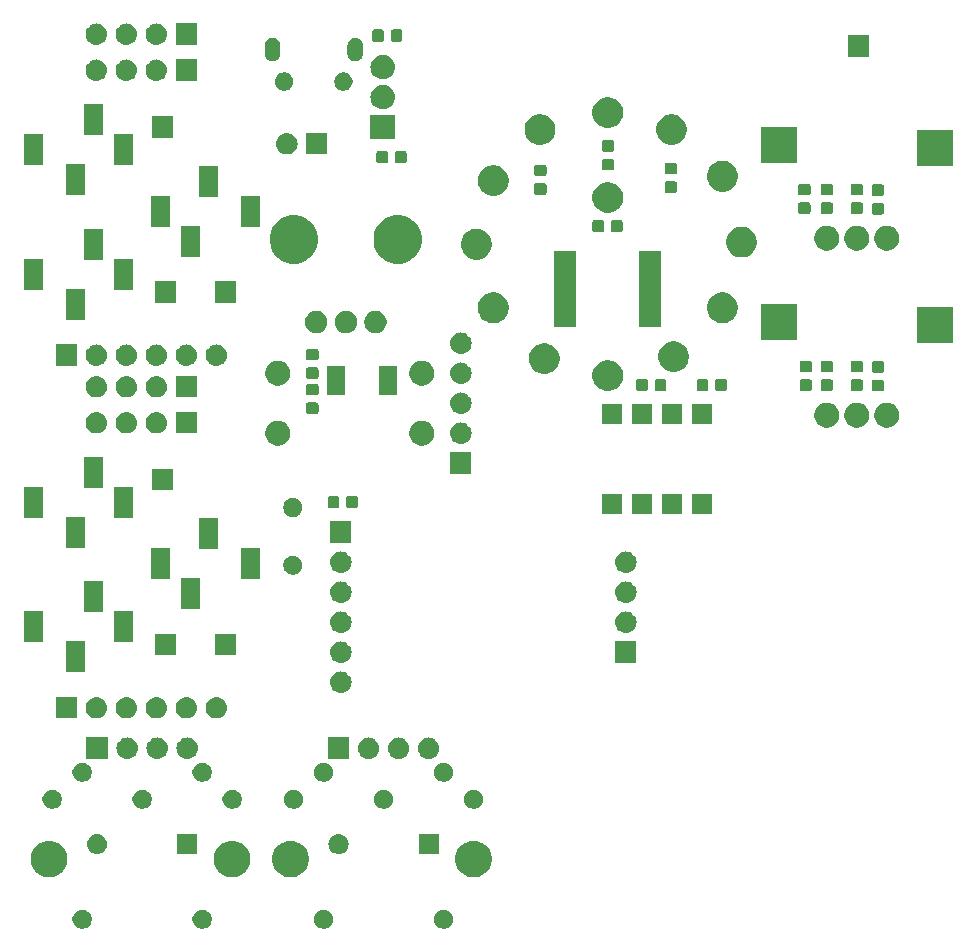
<source format=gbs>
G04 #@! TF.GenerationSoftware,KiCad,Pcbnew,(5.0.2)-1*
G04 #@! TF.CreationDate,2019-02-15T13:53:22+00:00*
G04 #@! TF.ProjectId,panel,70616e65-6c2e-46b6-9963-61645f706362,rev?*
G04 #@! TF.SameCoordinates,Original*
G04 #@! TF.FileFunction,Soldermask,Bot*
G04 #@! TF.FilePolarity,Negative*
%FSLAX46Y46*%
G04 Gerber Fmt 4.6, Leading zero omitted, Abs format (unit mm)*
G04 Created by KiCad (PCBNEW (5.0.2)-1) date 15/02/2019 13:53:22*
%MOMM*%
%LPD*%
G01*
G04 APERTURE LIST*
%ADD10C,0.100000*%
G04 APERTURE END LIST*
D10*
G36*
X114791142Y-125583242D02*
X114939102Y-125644530D01*
X115072258Y-125733502D01*
X115185498Y-125846742D01*
X115274470Y-125979898D01*
X115335758Y-126127858D01*
X115367000Y-126284925D01*
X115367000Y-126445075D01*
X115335758Y-126602142D01*
X115274470Y-126750102D01*
X115185498Y-126883258D01*
X115072258Y-126996498D01*
X114939102Y-127085470D01*
X114791142Y-127146758D01*
X114634075Y-127178000D01*
X114473925Y-127178000D01*
X114316858Y-127146758D01*
X114168898Y-127085470D01*
X114035742Y-126996498D01*
X113922502Y-126883258D01*
X113833530Y-126750102D01*
X113772242Y-126602142D01*
X113741000Y-126445075D01*
X113741000Y-126284925D01*
X113772242Y-126127858D01*
X113833530Y-125979898D01*
X113922502Y-125846742D01*
X114035742Y-125733502D01*
X114168898Y-125644530D01*
X114316858Y-125583242D01*
X114473925Y-125552000D01*
X114634075Y-125552000D01*
X114791142Y-125583242D01*
X114791142Y-125583242D01*
G37*
G36*
X104631142Y-125583242D02*
X104779102Y-125644530D01*
X104912258Y-125733502D01*
X105025498Y-125846742D01*
X105114470Y-125979898D01*
X105175758Y-126127858D01*
X105207000Y-126284925D01*
X105207000Y-126445075D01*
X105175758Y-126602142D01*
X105114470Y-126750102D01*
X105025498Y-126883258D01*
X104912258Y-126996498D01*
X104779102Y-127085470D01*
X104631142Y-127146758D01*
X104474075Y-127178000D01*
X104313925Y-127178000D01*
X104156858Y-127146758D01*
X104008898Y-127085470D01*
X103875742Y-126996498D01*
X103762502Y-126883258D01*
X103673530Y-126750102D01*
X103612242Y-126602142D01*
X103581000Y-126445075D01*
X103581000Y-126284925D01*
X103612242Y-126127858D01*
X103673530Y-125979898D01*
X103762502Y-125846742D01*
X103875742Y-125733502D01*
X104008898Y-125644530D01*
X104156858Y-125583242D01*
X104313925Y-125552000D01*
X104474075Y-125552000D01*
X104631142Y-125583242D01*
X104631142Y-125583242D01*
G37*
G36*
X84184142Y-125583242D02*
X84332102Y-125644530D01*
X84465258Y-125733502D01*
X84578498Y-125846742D01*
X84667470Y-125979898D01*
X84728758Y-126127858D01*
X84760000Y-126284925D01*
X84760000Y-126445075D01*
X84728758Y-126602142D01*
X84667470Y-126750102D01*
X84578498Y-126883258D01*
X84465258Y-126996498D01*
X84332102Y-127085470D01*
X84184142Y-127146758D01*
X84027075Y-127178000D01*
X83866925Y-127178000D01*
X83709858Y-127146758D01*
X83561898Y-127085470D01*
X83428742Y-126996498D01*
X83315502Y-126883258D01*
X83226530Y-126750102D01*
X83165242Y-126602142D01*
X83134000Y-126445075D01*
X83134000Y-126284925D01*
X83165242Y-126127858D01*
X83226530Y-125979898D01*
X83315502Y-125846742D01*
X83428742Y-125733502D01*
X83561898Y-125644530D01*
X83709858Y-125583242D01*
X83866925Y-125552000D01*
X84027075Y-125552000D01*
X84184142Y-125583242D01*
X84184142Y-125583242D01*
G37*
G36*
X94344142Y-125583242D02*
X94492102Y-125644530D01*
X94625258Y-125733502D01*
X94738498Y-125846742D01*
X94827470Y-125979898D01*
X94888758Y-126127858D01*
X94920000Y-126284925D01*
X94920000Y-126445075D01*
X94888758Y-126602142D01*
X94827470Y-126750102D01*
X94738498Y-126883258D01*
X94625258Y-126996498D01*
X94492102Y-127085470D01*
X94344142Y-127146758D01*
X94187075Y-127178000D01*
X94026925Y-127178000D01*
X93869858Y-127146758D01*
X93721898Y-127085470D01*
X93588742Y-126996498D01*
X93475502Y-126883258D01*
X93386530Y-126750102D01*
X93325242Y-126602142D01*
X93294000Y-126445075D01*
X93294000Y-126284925D01*
X93325242Y-126127858D01*
X93386530Y-125979898D01*
X93475502Y-125846742D01*
X93588742Y-125733502D01*
X93721898Y-125644530D01*
X93869858Y-125583242D01*
X94026925Y-125552000D01*
X94187075Y-125552000D01*
X94344142Y-125583242D01*
X94344142Y-125583242D01*
G37*
G36*
X96999527Y-119773736D02*
X97099410Y-119793604D01*
X97381674Y-119910521D01*
X97635705Y-120080259D01*
X97851741Y-120296295D01*
X98021479Y-120550326D01*
X98138396Y-120832590D01*
X98198000Y-121132240D01*
X98198000Y-121437760D01*
X98138396Y-121737410D01*
X98021479Y-122019674D01*
X97851741Y-122273705D01*
X97635705Y-122489741D01*
X97381674Y-122659479D01*
X97099410Y-122776396D01*
X96999527Y-122796264D01*
X96799762Y-122836000D01*
X96494238Y-122836000D01*
X96294473Y-122796264D01*
X96194590Y-122776396D01*
X95912326Y-122659479D01*
X95658295Y-122489741D01*
X95442259Y-122273705D01*
X95272521Y-122019674D01*
X95155604Y-121737410D01*
X95096000Y-121437760D01*
X95096000Y-121132240D01*
X95155604Y-120832590D01*
X95272521Y-120550326D01*
X95442259Y-120296295D01*
X95658295Y-120080259D01*
X95912326Y-119910521D01*
X96194590Y-119793604D01*
X96294473Y-119773736D01*
X96494238Y-119734000D01*
X96799762Y-119734000D01*
X96999527Y-119773736D01*
X96999527Y-119773736D01*
G37*
G36*
X81505527Y-119773736D02*
X81605410Y-119793604D01*
X81887674Y-119910521D01*
X82141705Y-120080259D01*
X82357741Y-120296295D01*
X82527479Y-120550326D01*
X82644396Y-120832590D01*
X82704000Y-121132240D01*
X82704000Y-121437760D01*
X82644396Y-121737410D01*
X82527479Y-122019674D01*
X82357741Y-122273705D01*
X82141705Y-122489741D01*
X81887674Y-122659479D01*
X81605410Y-122776396D01*
X81505527Y-122796264D01*
X81305762Y-122836000D01*
X81000238Y-122836000D01*
X80800473Y-122796264D01*
X80700590Y-122776396D01*
X80418326Y-122659479D01*
X80164295Y-122489741D01*
X79948259Y-122273705D01*
X79778521Y-122019674D01*
X79661604Y-121737410D01*
X79602000Y-121437760D01*
X79602000Y-121132240D01*
X79661604Y-120832590D01*
X79778521Y-120550326D01*
X79948259Y-120296295D01*
X80164295Y-120080259D01*
X80418326Y-119910521D01*
X80700590Y-119793604D01*
X80800473Y-119773736D01*
X81000238Y-119734000D01*
X81305762Y-119734000D01*
X81505527Y-119773736D01*
X81505527Y-119773736D01*
G37*
G36*
X101952527Y-119773736D02*
X102052410Y-119793604D01*
X102334674Y-119910521D01*
X102588705Y-120080259D01*
X102804741Y-120296295D01*
X102974479Y-120550326D01*
X103091396Y-120832590D01*
X103151000Y-121132240D01*
X103151000Y-121437760D01*
X103091396Y-121737410D01*
X102974479Y-122019674D01*
X102804741Y-122273705D01*
X102588705Y-122489741D01*
X102334674Y-122659479D01*
X102052410Y-122776396D01*
X101952527Y-122796264D01*
X101752762Y-122836000D01*
X101447238Y-122836000D01*
X101247473Y-122796264D01*
X101147590Y-122776396D01*
X100865326Y-122659479D01*
X100611295Y-122489741D01*
X100395259Y-122273705D01*
X100225521Y-122019674D01*
X100108604Y-121737410D01*
X100049000Y-121437760D01*
X100049000Y-121132240D01*
X100108604Y-120832590D01*
X100225521Y-120550326D01*
X100395259Y-120296295D01*
X100611295Y-120080259D01*
X100865326Y-119910521D01*
X101147590Y-119793604D01*
X101247473Y-119773736D01*
X101447238Y-119734000D01*
X101752762Y-119734000D01*
X101952527Y-119773736D01*
X101952527Y-119773736D01*
G37*
G36*
X117446527Y-119773736D02*
X117546410Y-119793604D01*
X117828674Y-119910521D01*
X118082705Y-120080259D01*
X118298741Y-120296295D01*
X118468479Y-120550326D01*
X118585396Y-120832590D01*
X118645000Y-121132240D01*
X118645000Y-121437760D01*
X118585396Y-121737410D01*
X118468479Y-122019674D01*
X118298741Y-122273705D01*
X118082705Y-122489741D01*
X117828674Y-122659479D01*
X117546410Y-122776396D01*
X117446527Y-122796264D01*
X117246762Y-122836000D01*
X116941238Y-122836000D01*
X116741473Y-122796264D01*
X116641590Y-122776396D01*
X116359326Y-122659479D01*
X116105295Y-122489741D01*
X115889259Y-122273705D01*
X115719521Y-122019674D01*
X115602604Y-121737410D01*
X115543000Y-121437760D01*
X115543000Y-121132240D01*
X115602604Y-120832590D01*
X115719521Y-120550326D01*
X115889259Y-120296295D01*
X116105295Y-120080259D01*
X116359326Y-119910521D01*
X116641590Y-119793604D01*
X116741473Y-119773736D01*
X116941238Y-119734000D01*
X117246762Y-119734000D01*
X117446527Y-119773736D01*
X117446527Y-119773736D01*
G37*
G36*
X93688000Y-120866000D02*
X91986000Y-120866000D01*
X91986000Y-119164000D01*
X93688000Y-119164000D01*
X93688000Y-120866000D01*
X93688000Y-120866000D01*
G37*
G36*
X85383821Y-119176313D02*
X85383824Y-119176314D01*
X85383825Y-119176314D01*
X85544239Y-119224975D01*
X85544241Y-119224976D01*
X85544244Y-119224977D01*
X85692078Y-119303995D01*
X85821659Y-119410341D01*
X85928005Y-119539922D01*
X86007023Y-119687756D01*
X86055687Y-119848179D01*
X86072117Y-120015000D01*
X86055687Y-120181821D01*
X86055686Y-120181824D01*
X86055686Y-120181825D01*
X86020963Y-120296293D01*
X86007023Y-120342244D01*
X85928005Y-120490078D01*
X85821659Y-120619659D01*
X85692078Y-120726005D01*
X85544244Y-120805023D01*
X85544241Y-120805024D01*
X85544239Y-120805025D01*
X85383825Y-120853686D01*
X85383824Y-120853686D01*
X85383821Y-120853687D01*
X85258804Y-120866000D01*
X85175196Y-120866000D01*
X85050179Y-120853687D01*
X85050176Y-120853686D01*
X85050175Y-120853686D01*
X84889761Y-120805025D01*
X84889759Y-120805024D01*
X84889756Y-120805023D01*
X84741922Y-120726005D01*
X84612341Y-120619659D01*
X84505995Y-120490078D01*
X84426977Y-120342244D01*
X84413038Y-120296293D01*
X84378314Y-120181825D01*
X84378314Y-120181824D01*
X84378313Y-120181821D01*
X84361883Y-120015000D01*
X84378313Y-119848179D01*
X84426977Y-119687756D01*
X84505995Y-119539922D01*
X84612341Y-119410341D01*
X84741922Y-119303995D01*
X84889756Y-119224977D01*
X84889759Y-119224976D01*
X84889761Y-119224975D01*
X85050175Y-119176314D01*
X85050176Y-119176314D01*
X85050179Y-119176313D01*
X85175196Y-119164000D01*
X85258804Y-119164000D01*
X85383821Y-119176313D01*
X85383821Y-119176313D01*
G37*
G36*
X114135000Y-120866000D02*
X112433000Y-120866000D01*
X112433000Y-119164000D01*
X114135000Y-119164000D01*
X114135000Y-120866000D01*
X114135000Y-120866000D01*
G37*
G36*
X105830821Y-119176313D02*
X105830824Y-119176314D01*
X105830825Y-119176314D01*
X105991239Y-119224975D01*
X105991241Y-119224976D01*
X105991244Y-119224977D01*
X106139078Y-119303995D01*
X106268659Y-119410341D01*
X106375005Y-119539922D01*
X106454023Y-119687756D01*
X106502687Y-119848179D01*
X106519117Y-120015000D01*
X106502687Y-120181821D01*
X106502686Y-120181824D01*
X106502686Y-120181825D01*
X106467963Y-120296293D01*
X106454023Y-120342244D01*
X106375005Y-120490078D01*
X106268659Y-120619659D01*
X106139078Y-120726005D01*
X105991244Y-120805023D01*
X105991241Y-120805024D01*
X105991239Y-120805025D01*
X105830825Y-120853686D01*
X105830824Y-120853686D01*
X105830821Y-120853687D01*
X105705804Y-120866000D01*
X105622196Y-120866000D01*
X105497179Y-120853687D01*
X105497176Y-120853686D01*
X105497175Y-120853686D01*
X105336761Y-120805025D01*
X105336759Y-120805024D01*
X105336756Y-120805023D01*
X105188922Y-120726005D01*
X105059341Y-120619659D01*
X104952995Y-120490078D01*
X104873977Y-120342244D01*
X104860038Y-120296293D01*
X104825314Y-120181825D01*
X104825314Y-120181824D01*
X104825313Y-120181821D01*
X104808883Y-120015000D01*
X104825313Y-119848179D01*
X104873977Y-119687756D01*
X104952995Y-119539922D01*
X105059341Y-119410341D01*
X105188922Y-119303995D01*
X105336756Y-119224977D01*
X105336759Y-119224976D01*
X105336761Y-119224975D01*
X105497175Y-119176314D01*
X105497176Y-119176314D01*
X105497179Y-119176313D01*
X105622196Y-119164000D01*
X105705804Y-119164000D01*
X105830821Y-119176313D01*
X105830821Y-119176313D01*
G37*
G36*
X89264142Y-115423242D02*
X89412102Y-115484530D01*
X89545258Y-115573502D01*
X89658498Y-115686742D01*
X89747470Y-115819898D01*
X89808758Y-115967858D01*
X89840000Y-116124925D01*
X89840000Y-116285075D01*
X89808758Y-116442142D01*
X89747470Y-116590102D01*
X89658498Y-116723258D01*
X89545258Y-116836498D01*
X89412102Y-116925470D01*
X89264142Y-116986758D01*
X89107075Y-117018000D01*
X88946925Y-117018000D01*
X88789858Y-116986758D01*
X88641898Y-116925470D01*
X88508742Y-116836498D01*
X88395502Y-116723258D01*
X88306530Y-116590102D01*
X88245242Y-116442142D01*
X88214000Y-116285075D01*
X88214000Y-116124925D01*
X88245242Y-115967858D01*
X88306530Y-115819898D01*
X88395502Y-115686742D01*
X88508742Y-115573502D01*
X88641898Y-115484530D01*
X88789858Y-115423242D01*
X88946925Y-115392000D01*
X89107075Y-115392000D01*
X89264142Y-115423242D01*
X89264142Y-115423242D01*
G37*
G36*
X81644142Y-115423242D02*
X81792102Y-115484530D01*
X81925258Y-115573502D01*
X82038498Y-115686742D01*
X82127470Y-115819898D01*
X82188758Y-115967858D01*
X82220000Y-116124925D01*
X82220000Y-116285075D01*
X82188758Y-116442142D01*
X82127470Y-116590102D01*
X82038498Y-116723258D01*
X81925258Y-116836498D01*
X81792102Y-116925470D01*
X81644142Y-116986758D01*
X81487075Y-117018000D01*
X81326925Y-117018000D01*
X81169858Y-116986758D01*
X81021898Y-116925470D01*
X80888742Y-116836498D01*
X80775502Y-116723258D01*
X80686530Y-116590102D01*
X80625242Y-116442142D01*
X80594000Y-116285075D01*
X80594000Y-116124925D01*
X80625242Y-115967858D01*
X80686530Y-115819898D01*
X80775502Y-115686742D01*
X80888742Y-115573502D01*
X81021898Y-115484530D01*
X81169858Y-115423242D01*
X81326925Y-115392000D01*
X81487075Y-115392000D01*
X81644142Y-115423242D01*
X81644142Y-115423242D01*
G37*
G36*
X96884142Y-115423242D02*
X97032102Y-115484530D01*
X97165258Y-115573502D01*
X97278498Y-115686742D01*
X97367470Y-115819898D01*
X97428758Y-115967858D01*
X97460000Y-116124925D01*
X97460000Y-116285075D01*
X97428758Y-116442142D01*
X97367470Y-116590102D01*
X97278498Y-116723258D01*
X97165258Y-116836498D01*
X97032102Y-116925470D01*
X96884142Y-116986758D01*
X96727075Y-117018000D01*
X96566925Y-117018000D01*
X96409858Y-116986758D01*
X96261898Y-116925470D01*
X96128742Y-116836498D01*
X96015502Y-116723258D01*
X95926530Y-116590102D01*
X95865242Y-116442142D01*
X95834000Y-116285075D01*
X95834000Y-116124925D01*
X95865242Y-115967858D01*
X95926530Y-115819898D01*
X96015502Y-115686742D01*
X96128742Y-115573502D01*
X96261898Y-115484530D01*
X96409858Y-115423242D01*
X96566925Y-115392000D01*
X96727075Y-115392000D01*
X96884142Y-115423242D01*
X96884142Y-115423242D01*
G37*
G36*
X117331142Y-115423242D02*
X117479102Y-115484530D01*
X117612258Y-115573502D01*
X117725498Y-115686742D01*
X117814470Y-115819898D01*
X117875758Y-115967858D01*
X117907000Y-116124925D01*
X117907000Y-116285075D01*
X117875758Y-116442142D01*
X117814470Y-116590102D01*
X117725498Y-116723258D01*
X117612258Y-116836498D01*
X117479102Y-116925470D01*
X117331142Y-116986758D01*
X117174075Y-117018000D01*
X117013925Y-117018000D01*
X116856858Y-116986758D01*
X116708898Y-116925470D01*
X116575742Y-116836498D01*
X116462502Y-116723258D01*
X116373530Y-116590102D01*
X116312242Y-116442142D01*
X116281000Y-116285075D01*
X116281000Y-116124925D01*
X116312242Y-115967858D01*
X116373530Y-115819898D01*
X116462502Y-115686742D01*
X116575742Y-115573502D01*
X116708898Y-115484530D01*
X116856858Y-115423242D01*
X117013925Y-115392000D01*
X117174075Y-115392000D01*
X117331142Y-115423242D01*
X117331142Y-115423242D01*
G37*
G36*
X109711142Y-115423242D02*
X109859102Y-115484530D01*
X109992258Y-115573502D01*
X110105498Y-115686742D01*
X110194470Y-115819898D01*
X110255758Y-115967858D01*
X110287000Y-116124925D01*
X110287000Y-116285075D01*
X110255758Y-116442142D01*
X110194470Y-116590102D01*
X110105498Y-116723258D01*
X109992258Y-116836498D01*
X109859102Y-116925470D01*
X109711142Y-116986758D01*
X109554075Y-117018000D01*
X109393925Y-117018000D01*
X109236858Y-116986758D01*
X109088898Y-116925470D01*
X108955742Y-116836498D01*
X108842502Y-116723258D01*
X108753530Y-116590102D01*
X108692242Y-116442142D01*
X108661000Y-116285075D01*
X108661000Y-116124925D01*
X108692242Y-115967858D01*
X108753530Y-115819898D01*
X108842502Y-115686742D01*
X108955742Y-115573502D01*
X109088898Y-115484530D01*
X109236858Y-115423242D01*
X109393925Y-115392000D01*
X109554075Y-115392000D01*
X109711142Y-115423242D01*
X109711142Y-115423242D01*
G37*
G36*
X102091142Y-115423242D02*
X102239102Y-115484530D01*
X102372258Y-115573502D01*
X102485498Y-115686742D01*
X102574470Y-115819898D01*
X102635758Y-115967858D01*
X102667000Y-116124925D01*
X102667000Y-116285075D01*
X102635758Y-116442142D01*
X102574470Y-116590102D01*
X102485498Y-116723258D01*
X102372258Y-116836498D01*
X102239102Y-116925470D01*
X102091142Y-116986758D01*
X101934075Y-117018000D01*
X101773925Y-117018000D01*
X101616858Y-116986758D01*
X101468898Y-116925470D01*
X101335742Y-116836498D01*
X101222502Y-116723258D01*
X101133530Y-116590102D01*
X101072242Y-116442142D01*
X101041000Y-116285075D01*
X101041000Y-116124925D01*
X101072242Y-115967858D01*
X101133530Y-115819898D01*
X101222502Y-115686742D01*
X101335742Y-115573502D01*
X101468898Y-115484530D01*
X101616858Y-115423242D01*
X101773925Y-115392000D01*
X101934075Y-115392000D01*
X102091142Y-115423242D01*
X102091142Y-115423242D01*
G37*
G36*
X84184142Y-113137242D02*
X84332102Y-113198530D01*
X84465258Y-113287502D01*
X84578498Y-113400742D01*
X84667470Y-113533898D01*
X84728758Y-113681858D01*
X84760000Y-113838925D01*
X84760000Y-113999075D01*
X84728758Y-114156142D01*
X84667470Y-114304102D01*
X84578498Y-114437258D01*
X84465258Y-114550498D01*
X84332102Y-114639470D01*
X84184142Y-114700758D01*
X84027075Y-114732000D01*
X83866925Y-114732000D01*
X83709858Y-114700758D01*
X83561898Y-114639470D01*
X83428742Y-114550498D01*
X83315502Y-114437258D01*
X83226530Y-114304102D01*
X83165242Y-114156142D01*
X83134000Y-113999075D01*
X83134000Y-113838925D01*
X83165242Y-113681858D01*
X83226530Y-113533898D01*
X83315502Y-113400742D01*
X83428742Y-113287502D01*
X83561898Y-113198530D01*
X83709858Y-113137242D01*
X83866925Y-113106000D01*
X84027075Y-113106000D01*
X84184142Y-113137242D01*
X84184142Y-113137242D01*
G37*
G36*
X94344142Y-113137242D02*
X94492102Y-113198530D01*
X94625258Y-113287502D01*
X94738498Y-113400742D01*
X94827470Y-113533898D01*
X94888758Y-113681858D01*
X94920000Y-113838925D01*
X94920000Y-113999075D01*
X94888758Y-114156142D01*
X94827470Y-114304102D01*
X94738498Y-114437258D01*
X94625258Y-114550498D01*
X94492102Y-114639470D01*
X94344142Y-114700758D01*
X94187075Y-114732000D01*
X94026925Y-114732000D01*
X93869858Y-114700758D01*
X93721898Y-114639470D01*
X93588742Y-114550498D01*
X93475502Y-114437258D01*
X93386530Y-114304102D01*
X93325242Y-114156142D01*
X93294000Y-113999075D01*
X93294000Y-113838925D01*
X93325242Y-113681858D01*
X93386530Y-113533898D01*
X93475502Y-113400742D01*
X93588742Y-113287502D01*
X93721898Y-113198530D01*
X93869858Y-113137242D01*
X94026925Y-113106000D01*
X94187075Y-113106000D01*
X94344142Y-113137242D01*
X94344142Y-113137242D01*
G37*
G36*
X104631142Y-113137242D02*
X104779102Y-113198530D01*
X104912258Y-113287502D01*
X105025498Y-113400742D01*
X105114470Y-113533898D01*
X105175758Y-113681858D01*
X105207000Y-113838925D01*
X105207000Y-113999075D01*
X105175758Y-114156142D01*
X105114470Y-114304102D01*
X105025498Y-114437258D01*
X104912258Y-114550498D01*
X104779102Y-114639470D01*
X104631142Y-114700758D01*
X104474075Y-114732000D01*
X104313925Y-114732000D01*
X104156858Y-114700758D01*
X104008898Y-114639470D01*
X103875742Y-114550498D01*
X103762502Y-114437258D01*
X103673530Y-114304102D01*
X103612242Y-114156142D01*
X103581000Y-113999075D01*
X103581000Y-113838925D01*
X103612242Y-113681858D01*
X103673530Y-113533898D01*
X103762502Y-113400742D01*
X103875742Y-113287502D01*
X104008898Y-113198530D01*
X104156858Y-113137242D01*
X104313925Y-113106000D01*
X104474075Y-113106000D01*
X104631142Y-113137242D01*
X104631142Y-113137242D01*
G37*
G36*
X114791142Y-113137242D02*
X114939102Y-113198530D01*
X115072258Y-113287502D01*
X115185498Y-113400742D01*
X115274470Y-113533898D01*
X115335758Y-113681858D01*
X115367000Y-113838925D01*
X115367000Y-113999075D01*
X115335758Y-114156142D01*
X115274470Y-114304102D01*
X115185498Y-114437258D01*
X115072258Y-114550498D01*
X114939102Y-114639470D01*
X114791142Y-114700758D01*
X114634075Y-114732000D01*
X114473925Y-114732000D01*
X114316858Y-114700758D01*
X114168898Y-114639470D01*
X114035742Y-114550498D01*
X113922502Y-114437258D01*
X113833530Y-114304102D01*
X113772242Y-114156142D01*
X113741000Y-113999075D01*
X113741000Y-113838925D01*
X113772242Y-113681858D01*
X113833530Y-113533898D01*
X113922502Y-113400742D01*
X114035742Y-113287502D01*
X114168898Y-113198530D01*
X114316858Y-113137242D01*
X114473925Y-113106000D01*
X114634075Y-113106000D01*
X114791142Y-113137242D01*
X114791142Y-113137242D01*
G37*
G36*
X110854443Y-110992519D02*
X110920627Y-110999037D01*
X111033853Y-111033384D01*
X111090467Y-111050557D01*
X111229087Y-111124652D01*
X111246991Y-111134222D01*
X111282729Y-111163552D01*
X111384186Y-111246814D01*
X111467448Y-111348271D01*
X111496778Y-111384009D01*
X111496779Y-111384011D01*
X111580443Y-111540533D01*
X111580443Y-111540534D01*
X111631963Y-111710373D01*
X111649359Y-111887000D01*
X111631963Y-112063627D01*
X111597616Y-112176853D01*
X111580443Y-112233467D01*
X111506348Y-112372087D01*
X111496778Y-112389991D01*
X111467448Y-112425729D01*
X111384186Y-112527186D01*
X111282729Y-112610448D01*
X111246991Y-112639778D01*
X111246989Y-112639779D01*
X111090467Y-112723443D01*
X111033853Y-112740616D01*
X110920627Y-112774963D01*
X110854443Y-112781481D01*
X110788260Y-112788000D01*
X110699740Y-112788000D01*
X110633557Y-112781481D01*
X110567373Y-112774963D01*
X110454147Y-112740616D01*
X110397533Y-112723443D01*
X110241011Y-112639779D01*
X110241009Y-112639778D01*
X110205271Y-112610448D01*
X110103814Y-112527186D01*
X110020552Y-112425729D01*
X109991222Y-112389991D01*
X109981652Y-112372087D01*
X109907557Y-112233467D01*
X109890384Y-112176853D01*
X109856037Y-112063627D01*
X109838641Y-111887000D01*
X109856037Y-111710373D01*
X109907557Y-111540534D01*
X109907557Y-111540533D01*
X109991221Y-111384011D01*
X109991222Y-111384009D01*
X110020552Y-111348271D01*
X110103814Y-111246814D01*
X110205271Y-111163552D01*
X110241009Y-111134222D01*
X110258913Y-111124652D01*
X110397533Y-111050557D01*
X110454147Y-111033384D01*
X110567373Y-110999037D01*
X110633557Y-110992519D01*
X110699740Y-110986000D01*
X110788260Y-110986000D01*
X110854443Y-110992519D01*
X110854443Y-110992519D01*
G37*
G36*
X113394443Y-110992519D02*
X113460627Y-110999037D01*
X113573853Y-111033384D01*
X113630467Y-111050557D01*
X113769087Y-111124652D01*
X113786991Y-111134222D01*
X113822729Y-111163552D01*
X113924186Y-111246814D01*
X114007448Y-111348271D01*
X114036778Y-111384009D01*
X114036779Y-111384011D01*
X114120443Y-111540533D01*
X114120443Y-111540534D01*
X114171963Y-111710373D01*
X114189359Y-111887000D01*
X114171963Y-112063627D01*
X114137616Y-112176853D01*
X114120443Y-112233467D01*
X114046348Y-112372087D01*
X114036778Y-112389991D01*
X114007448Y-112425729D01*
X113924186Y-112527186D01*
X113822729Y-112610448D01*
X113786991Y-112639778D01*
X113786989Y-112639779D01*
X113630467Y-112723443D01*
X113573853Y-112740616D01*
X113460627Y-112774963D01*
X113394443Y-112781481D01*
X113328260Y-112788000D01*
X113239740Y-112788000D01*
X113173557Y-112781481D01*
X113107373Y-112774963D01*
X112994147Y-112740616D01*
X112937533Y-112723443D01*
X112781011Y-112639779D01*
X112781009Y-112639778D01*
X112745271Y-112610448D01*
X112643814Y-112527186D01*
X112560552Y-112425729D01*
X112531222Y-112389991D01*
X112521652Y-112372087D01*
X112447557Y-112233467D01*
X112430384Y-112176853D01*
X112396037Y-112063627D01*
X112378641Y-111887000D01*
X112396037Y-111710373D01*
X112447557Y-111540534D01*
X112447557Y-111540533D01*
X112531221Y-111384011D01*
X112531222Y-111384009D01*
X112560552Y-111348271D01*
X112643814Y-111246814D01*
X112745271Y-111163552D01*
X112781009Y-111134222D01*
X112798913Y-111124652D01*
X112937533Y-111050557D01*
X112994147Y-111033384D01*
X113107373Y-110999037D01*
X113173557Y-110992519D01*
X113239740Y-110986000D01*
X113328260Y-110986000D01*
X113394443Y-110992519D01*
X113394443Y-110992519D01*
G37*
G36*
X108314443Y-110992519D02*
X108380627Y-110999037D01*
X108493853Y-111033384D01*
X108550467Y-111050557D01*
X108689087Y-111124652D01*
X108706991Y-111134222D01*
X108742729Y-111163552D01*
X108844186Y-111246814D01*
X108927448Y-111348271D01*
X108956778Y-111384009D01*
X108956779Y-111384011D01*
X109040443Y-111540533D01*
X109040443Y-111540534D01*
X109091963Y-111710373D01*
X109109359Y-111887000D01*
X109091963Y-112063627D01*
X109057616Y-112176853D01*
X109040443Y-112233467D01*
X108966348Y-112372087D01*
X108956778Y-112389991D01*
X108927448Y-112425729D01*
X108844186Y-112527186D01*
X108742729Y-112610448D01*
X108706991Y-112639778D01*
X108706989Y-112639779D01*
X108550467Y-112723443D01*
X108493853Y-112740616D01*
X108380627Y-112774963D01*
X108314443Y-112781481D01*
X108248260Y-112788000D01*
X108159740Y-112788000D01*
X108093557Y-112781481D01*
X108027373Y-112774963D01*
X107914147Y-112740616D01*
X107857533Y-112723443D01*
X107701011Y-112639779D01*
X107701009Y-112639778D01*
X107665271Y-112610448D01*
X107563814Y-112527186D01*
X107480552Y-112425729D01*
X107451222Y-112389991D01*
X107441652Y-112372087D01*
X107367557Y-112233467D01*
X107350384Y-112176853D01*
X107316037Y-112063627D01*
X107298641Y-111887000D01*
X107316037Y-111710373D01*
X107367557Y-111540534D01*
X107367557Y-111540533D01*
X107451221Y-111384011D01*
X107451222Y-111384009D01*
X107480552Y-111348271D01*
X107563814Y-111246814D01*
X107665271Y-111163552D01*
X107701009Y-111134222D01*
X107718913Y-111124652D01*
X107857533Y-111050557D01*
X107914147Y-111033384D01*
X108027373Y-110999037D01*
X108093557Y-110992519D01*
X108159740Y-110986000D01*
X108248260Y-110986000D01*
X108314443Y-110992519D01*
X108314443Y-110992519D01*
G37*
G36*
X106565000Y-112788000D02*
X104763000Y-112788000D01*
X104763000Y-110986000D01*
X106565000Y-110986000D01*
X106565000Y-112788000D01*
X106565000Y-112788000D01*
G37*
G36*
X90407443Y-110992519D02*
X90473627Y-110999037D01*
X90586853Y-111033384D01*
X90643467Y-111050557D01*
X90782087Y-111124652D01*
X90799991Y-111134222D01*
X90835729Y-111163552D01*
X90937186Y-111246814D01*
X91020448Y-111348271D01*
X91049778Y-111384009D01*
X91049779Y-111384011D01*
X91133443Y-111540533D01*
X91133443Y-111540534D01*
X91184963Y-111710373D01*
X91202359Y-111887000D01*
X91184963Y-112063627D01*
X91150616Y-112176853D01*
X91133443Y-112233467D01*
X91059348Y-112372087D01*
X91049778Y-112389991D01*
X91020448Y-112425729D01*
X90937186Y-112527186D01*
X90835729Y-112610448D01*
X90799991Y-112639778D01*
X90799989Y-112639779D01*
X90643467Y-112723443D01*
X90586853Y-112740616D01*
X90473627Y-112774963D01*
X90407443Y-112781481D01*
X90341260Y-112788000D01*
X90252740Y-112788000D01*
X90186557Y-112781481D01*
X90120373Y-112774963D01*
X90007147Y-112740616D01*
X89950533Y-112723443D01*
X89794011Y-112639779D01*
X89794009Y-112639778D01*
X89758271Y-112610448D01*
X89656814Y-112527186D01*
X89573552Y-112425729D01*
X89544222Y-112389991D01*
X89534652Y-112372087D01*
X89460557Y-112233467D01*
X89443384Y-112176853D01*
X89409037Y-112063627D01*
X89391641Y-111887000D01*
X89409037Y-111710373D01*
X89460557Y-111540534D01*
X89460557Y-111540533D01*
X89544221Y-111384011D01*
X89544222Y-111384009D01*
X89573552Y-111348271D01*
X89656814Y-111246814D01*
X89758271Y-111163552D01*
X89794009Y-111134222D01*
X89811913Y-111124652D01*
X89950533Y-111050557D01*
X90007147Y-111033384D01*
X90120373Y-110999037D01*
X90186557Y-110992519D01*
X90252740Y-110986000D01*
X90341260Y-110986000D01*
X90407443Y-110992519D01*
X90407443Y-110992519D01*
G37*
G36*
X87867443Y-110992519D02*
X87933627Y-110999037D01*
X88046853Y-111033384D01*
X88103467Y-111050557D01*
X88242087Y-111124652D01*
X88259991Y-111134222D01*
X88295729Y-111163552D01*
X88397186Y-111246814D01*
X88480448Y-111348271D01*
X88509778Y-111384009D01*
X88509779Y-111384011D01*
X88593443Y-111540533D01*
X88593443Y-111540534D01*
X88644963Y-111710373D01*
X88662359Y-111887000D01*
X88644963Y-112063627D01*
X88610616Y-112176853D01*
X88593443Y-112233467D01*
X88519348Y-112372087D01*
X88509778Y-112389991D01*
X88480448Y-112425729D01*
X88397186Y-112527186D01*
X88295729Y-112610448D01*
X88259991Y-112639778D01*
X88259989Y-112639779D01*
X88103467Y-112723443D01*
X88046853Y-112740616D01*
X87933627Y-112774963D01*
X87867443Y-112781481D01*
X87801260Y-112788000D01*
X87712740Y-112788000D01*
X87646557Y-112781481D01*
X87580373Y-112774963D01*
X87467147Y-112740616D01*
X87410533Y-112723443D01*
X87254011Y-112639779D01*
X87254009Y-112639778D01*
X87218271Y-112610448D01*
X87116814Y-112527186D01*
X87033552Y-112425729D01*
X87004222Y-112389991D01*
X86994652Y-112372087D01*
X86920557Y-112233467D01*
X86903384Y-112176853D01*
X86869037Y-112063627D01*
X86851641Y-111887000D01*
X86869037Y-111710373D01*
X86920557Y-111540534D01*
X86920557Y-111540533D01*
X87004221Y-111384011D01*
X87004222Y-111384009D01*
X87033552Y-111348271D01*
X87116814Y-111246814D01*
X87218271Y-111163552D01*
X87254009Y-111134222D01*
X87271913Y-111124652D01*
X87410533Y-111050557D01*
X87467147Y-111033384D01*
X87580373Y-110999037D01*
X87646557Y-110992519D01*
X87712740Y-110986000D01*
X87801260Y-110986000D01*
X87867443Y-110992519D01*
X87867443Y-110992519D01*
G37*
G36*
X86118000Y-112788000D02*
X84316000Y-112788000D01*
X84316000Y-110986000D01*
X86118000Y-110986000D01*
X86118000Y-112788000D01*
X86118000Y-112788000D01*
G37*
G36*
X92947443Y-110992519D02*
X93013627Y-110999037D01*
X93126853Y-111033384D01*
X93183467Y-111050557D01*
X93322087Y-111124652D01*
X93339991Y-111134222D01*
X93375729Y-111163552D01*
X93477186Y-111246814D01*
X93560448Y-111348271D01*
X93589778Y-111384009D01*
X93589779Y-111384011D01*
X93673443Y-111540533D01*
X93673443Y-111540534D01*
X93724963Y-111710373D01*
X93742359Y-111887000D01*
X93724963Y-112063627D01*
X93690616Y-112176853D01*
X93673443Y-112233467D01*
X93599348Y-112372087D01*
X93589778Y-112389991D01*
X93560448Y-112425729D01*
X93477186Y-112527186D01*
X93375729Y-112610448D01*
X93339991Y-112639778D01*
X93339989Y-112639779D01*
X93183467Y-112723443D01*
X93126853Y-112740616D01*
X93013627Y-112774963D01*
X92947443Y-112781481D01*
X92881260Y-112788000D01*
X92792740Y-112788000D01*
X92726557Y-112781481D01*
X92660373Y-112774963D01*
X92547147Y-112740616D01*
X92490533Y-112723443D01*
X92334011Y-112639779D01*
X92334009Y-112639778D01*
X92298271Y-112610448D01*
X92196814Y-112527186D01*
X92113552Y-112425729D01*
X92084222Y-112389991D01*
X92074652Y-112372087D01*
X92000557Y-112233467D01*
X91983384Y-112176853D01*
X91949037Y-112063627D01*
X91931641Y-111887000D01*
X91949037Y-111710373D01*
X92000557Y-111540534D01*
X92000557Y-111540533D01*
X92084221Y-111384011D01*
X92084222Y-111384009D01*
X92113552Y-111348271D01*
X92196814Y-111246814D01*
X92298271Y-111163552D01*
X92334009Y-111134222D01*
X92351913Y-111124652D01*
X92490533Y-111050557D01*
X92547147Y-111033384D01*
X92660373Y-110999037D01*
X92726557Y-110992519D01*
X92792740Y-110986000D01*
X92881260Y-110986000D01*
X92947443Y-110992519D01*
X92947443Y-110992519D01*
G37*
G36*
X92883943Y-107563519D02*
X92950127Y-107570037D01*
X93063353Y-107604384D01*
X93119967Y-107621557D01*
X93258587Y-107695652D01*
X93276491Y-107705222D01*
X93312229Y-107734552D01*
X93413686Y-107817814D01*
X93496948Y-107919271D01*
X93526278Y-107955009D01*
X93526279Y-107955011D01*
X93609943Y-108111533D01*
X93609943Y-108111534D01*
X93661463Y-108281373D01*
X93678859Y-108458000D01*
X93661463Y-108634627D01*
X93627116Y-108747853D01*
X93609943Y-108804467D01*
X93535848Y-108943087D01*
X93526278Y-108960991D01*
X93496948Y-108996729D01*
X93413686Y-109098186D01*
X93312229Y-109181448D01*
X93276491Y-109210778D01*
X93276489Y-109210779D01*
X93119967Y-109294443D01*
X93063353Y-109311616D01*
X92950127Y-109345963D01*
X92883943Y-109352481D01*
X92817760Y-109359000D01*
X92729240Y-109359000D01*
X92663057Y-109352481D01*
X92596873Y-109345963D01*
X92483647Y-109311616D01*
X92427033Y-109294443D01*
X92270511Y-109210779D01*
X92270509Y-109210778D01*
X92234771Y-109181448D01*
X92133314Y-109098186D01*
X92050052Y-108996729D01*
X92020722Y-108960991D01*
X92011152Y-108943087D01*
X91937057Y-108804467D01*
X91919884Y-108747853D01*
X91885537Y-108634627D01*
X91868141Y-108458000D01*
X91885537Y-108281373D01*
X91937057Y-108111534D01*
X91937057Y-108111533D01*
X92020721Y-107955011D01*
X92020722Y-107955009D01*
X92050052Y-107919271D01*
X92133314Y-107817814D01*
X92234771Y-107734552D01*
X92270509Y-107705222D01*
X92288413Y-107695652D01*
X92427033Y-107621557D01*
X92483647Y-107604384D01*
X92596873Y-107570037D01*
X92663057Y-107563519D01*
X92729240Y-107557000D01*
X92817760Y-107557000D01*
X92883943Y-107563519D01*
X92883943Y-107563519D01*
G37*
G36*
X85263943Y-107563519D02*
X85330127Y-107570037D01*
X85443353Y-107604384D01*
X85499967Y-107621557D01*
X85638587Y-107695652D01*
X85656491Y-107705222D01*
X85692229Y-107734552D01*
X85793686Y-107817814D01*
X85876948Y-107919271D01*
X85906278Y-107955009D01*
X85906279Y-107955011D01*
X85989943Y-108111533D01*
X85989943Y-108111534D01*
X86041463Y-108281373D01*
X86058859Y-108458000D01*
X86041463Y-108634627D01*
X86007116Y-108747853D01*
X85989943Y-108804467D01*
X85915848Y-108943087D01*
X85906278Y-108960991D01*
X85876948Y-108996729D01*
X85793686Y-109098186D01*
X85692229Y-109181448D01*
X85656491Y-109210778D01*
X85656489Y-109210779D01*
X85499967Y-109294443D01*
X85443353Y-109311616D01*
X85330127Y-109345963D01*
X85263943Y-109352481D01*
X85197760Y-109359000D01*
X85109240Y-109359000D01*
X85043057Y-109352481D01*
X84976873Y-109345963D01*
X84863647Y-109311616D01*
X84807033Y-109294443D01*
X84650511Y-109210779D01*
X84650509Y-109210778D01*
X84614771Y-109181448D01*
X84513314Y-109098186D01*
X84430052Y-108996729D01*
X84400722Y-108960991D01*
X84391152Y-108943087D01*
X84317057Y-108804467D01*
X84299884Y-108747853D01*
X84265537Y-108634627D01*
X84248141Y-108458000D01*
X84265537Y-108281373D01*
X84317057Y-108111534D01*
X84317057Y-108111533D01*
X84400721Y-107955011D01*
X84400722Y-107955009D01*
X84430052Y-107919271D01*
X84513314Y-107817814D01*
X84614771Y-107734552D01*
X84650509Y-107705222D01*
X84668413Y-107695652D01*
X84807033Y-107621557D01*
X84863647Y-107604384D01*
X84976873Y-107570037D01*
X85043057Y-107563519D01*
X85109240Y-107557000D01*
X85197760Y-107557000D01*
X85263943Y-107563519D01*
X85263943Y-107563519D01*
G37*
G36*
X90343943Y-107563519D02*
X90410127Y-107570037D01*
X90523353Y-107604384D01*
X90579967Y-107621557D01*
X90718587Y-107695652D01*
X90736491Y-107705222D01*
X90772229Y-107734552D01*
X90873686Y-107817814D01*
X90956948Y-107919271D01*
X90986278Y-107955009D01*
X90986279Y-107955011D01*
X91069943Y-108111533D01*
X91069943Y-108111534D01*
X91121463Y-108281373D01*
X91138859Y-108458000D01*
X91121463Y-108634627D01*
X91087116Y-108747853D01*
X91069943Y-108804467D01*
X90995848Y-108943087D01*
X90986278Y-108960991D01*
X90956948Y-108996729D01*
X90873686Y-109098186D01*
X90772229Y-109181448D01*
X90736491Y-109210778D01*
X90736489Y-109210779D01*
X90579967Y-109294443D01*
X90523353Y-109311616D01*
X90410127Y-109345963D01*
X90343943Y-109352481D01*
X90277760Y-109359000D01*
X90189240Y-109359000D01*
X90123057Y-109352481D01*
X90056873Y-109345963D01*
X89943647Y-109311616D01*
X89887033Y-109294443D01*
X89730511Y-109210779D01*
X89730509Y-109210778D01*
X89694771Y-109181448D01*
X89593314Y-109098186D01*
X89510052Y-108996729D01*
X89480722Y-108960991D01*
X89471152Y-108943087D01*
X89397057Y-108804467D01*
X89379884Y-108747853D01*
X89345537Y-108634627D01*
X89328141Y-108458000D01*
X89345537Y-108281373D01*
X89397057Y-108111534D01*
X89397057Y-108111533D01*
X89480721Y-107955011D01*
X89480722Y-107955009D01*
X89510052Y-107919271D01*
X89593314Y-107817814D01*
X89694771Y-107734552D01*
X89730509Y-107705222D01*
X89748413Y-107695652D01*
X89887033Y-107621557D01*
X89943647Y-107604384D01*
X90056873Y-107570037D01*
X90123057Y-107563519D01*
X90189240Y-107557000D01*
X90277760Y-107557000D01*
X90343943Y-107563519D01*
X90343943Y-107563519D01*
G37*
G36*
X95423943Y-107563519D02*
X95490127Y-107570037D01*
X95603353Y-107604384D01*
X95659967Y-107621557D01*
X95798587Y-107695652D01*
X95816491Y-107705222D01*
X95852229Y-107734552D01*
X95953686Y-107817814D01*
X96036948Y-107919271D01*
X96066278Y-107955009D01*
X96066279Y-107955011D01*
X96149943Y-108111533D01*
X96149943Y-108111534D01*
X96201463Y-108281373D01*
X96218859Y-108458000D01*
X96201463Y-108634627D01*
X96167116Y-108747853D01*
X96149943Y-108804467D01*
X96075848Y-108943087D01*
X96066278Y-108960991D01*
X96036948Y-108996729D01*
X95953686Y-109098186D01*
X95852229Y-109181448D01*
X95816491Y-109210778D01*
X95816489Y-109210779D01*
X95659967Y-109294443D01*
X95603353Y-109311616D01*
X95490127Y-109345963D01*
X95423943Y-109352481D01*
X95357760Y-109359000D01*
X95269240Y-109359000D01*
X95203057Y-109352481D01*
X95136873Y-109345963D01*
X95023647Y-109311616D01*
X94967033Y-109294443D01*
X94810511Y-109210779D01*
X94810509Y-109210778D01*
X94774771Y-109181448D01*
X94673314Y-109098186D01*
X94590052Y-108996729D01*
X94560722Y-108960991D01*
X94551152Y-108943087D01*
X94477057Y-108804467D01*
X94459884Y-108747853D01*
X94425537Y-108634627D01*
X94408141Y-108458000D01*
X94425537Y-108281373D01*
X94477057Y-108111534D01*
X94477057Y-108111533D01*
X94560721Y-107955011D01*
X94560722Y-107955009D01*
X94590052Y-107919271D01*
X94673314Y-107817814D01*
X94774771Y-107734552D01*
X94810509Y-107705222D01*
X94828413Y-107695652D01*
X94967033Y-107621557D01*
X95023647Y-107604384D01*
X95136873Y-107570037D01*
X95203057Y-107563519D01*
X95269240Y-107557000D01*
X95357760Y-107557000D01*
X95423943Y-107563519D01*
X95423943Y-107563519D01*
G37*
G36*
X83514500Y-109359000D02*
X81712500Y-109359000D01*
X81712500Y-107557000D01*
X83514500Y-107557000D01*
X83514500Y-109359000D01*
X83514500Y-109359000D01*
G37*
G36*
X87803943Y-107563519D02*
X87870127Y-107570037D01*
X87983353Y-107604384D01*
X88039967Y-107621557D01*
X88178587Y-107695652D01*
X88196491Y-107705222D01*
X88232229Y-107734552D01*
X88333686Y-107817814D01*
X88416948Y-107919271D01*
X88446278Y-107955009D01*
X88446279Y-107955011D01*
X88529943Y-108111533D01*
X88529943Y-108111534D01*
X88581463Y-108281373D01*
X88598859Y-108458000D01*
X88581463Y-108634627D01*
X88547116Y-108747853D01*
X88529943Y-108804467D01*
X88455848Y-108943087D01*
X88446278Y-108960991D01*
X88416948Y-108996729D01*
X88333686Y-109098186D01*
X88232229Y-109181448D01*
X88196491Y-109210778D01*
X88196489Y-109210779D01*
X88039967Y-109294443D01*
X87983353Y-109311616D01*
X87870127Y-109345963D01*
X87803943Y-109352481D01*
X87737760Y-109359000D01*
X87649240Y-109359000D01*
X87583057Y-109352481D01*
X87516873Y-109345963D01*
X87403647Y-109311616D01*
X87347033Y-109294443D01*
X87190511Y-109210779D01*
X87190509Y-109210778D01*
X87154771Y-109181448D01*
X87053314Y-109098186D01*
X86970052Y-108996729D01*
X86940722Y-108960991D01*
X86931152Y-108943087D01*
X86857057Y-108804467D01*
X86839884Y-108747853D01*
X86805537Y-108634627D01*
X86788141Y-108458000D01*
X86805537Y-108281373D01*
X86857057Y-108111534D01*
X86857057Y-108111533D01*
X86940721Y-107955011D01*
X86940722Y-107955009D01*
X86970052Y-107919271D01*
X87053314Y-107817814D01*
X87154771Y-107734552D01*
X87190509Y-107705222D01*
X87208413Y-107695652D01*
X87347033Y-107621557D01*
X87403647Y-107604384D01*
X87516873Y-107570037D01*
X87583057Y-107563519D01*
X87649240Y-107557000D01*
X87737760Y-107557000D01*
X87803943Y-107563519D01*
X87803943Y-107563519D01*
G37*
G36*
X105964942Y-105404518D02*
X106031127Y-105411037D01*
X106129902Y-105441000D01*
X106200967Y-105462557D01*
X106339587Y-105536652D01*
X106357491Y-105546222D01*
X106393229Y-105575552D01*
X106494686Y-105658814D01*
X106577948Y-105760271D01*
X106607278Y-105796009D01*
X106607279Y-105796011D01*
X106690943Y-105952533D01*
X106690943Y-105952534D01*
X106742463Y-106122373D01*
X106759859Y-106299000D01*
X106742463Y-106475627D01*
X106708116Y-106588853D01*
X106690943Y-106645467D01*
X106616848Y-106784087D01*
X106607278Y-106801991D01*
X106577948Y-106837729D01*
X106494686Y-106939186D01*
X106393229Y-107022448D01*
X106357491Y-107051778D01*
X106357489Y-107051779D01*
X106200967Y-107135443D01*
X106144353Y-107152616D01*
X106031127Y-107186963D01*
X105964942Y-107193482D01*
X105898760Y-107200000D01*
X105810240Y-107200000D01*
X105744058Y-107193482D01*
X105677873Y-107186963D01*
X105564647Y-107152616D01*
X105508033Y-107135443D01*
X105351511Y-107051779D01*
X105351509Y-107051778D01*
X105315771Y-107022448D01*
X105214314Y-106939186D01*
X105131052Y-106837729D01*
X105101722Y-106801991D01*
X105092152Y-106784087D01*
X105018057Y-106645467D01*
X105000884Y-106588853D01*
X104966537Y-106475627D01*
X104949141Y-106299000D01*
X104966537Y-106122373D01*
X105018057Y-105952534D01*
X105018057Y-105952533D01*
X105101721Y-105796011D01*
X105101722Y-105796009D01*
X105131052Y-105760271D01*
X105214314Y-105658814D01*
X105315771Y-105575552D01*
X105351509Y-105546222D01*
X105369413Y-105536652D01*
X105508033Y-105462557D01*
X105579098Y-105441000D01*
X105677873Y-105411037D01*
X105744058Y-105404518D01*
X105810240Y-105398000D01*
X105898760Y-105398000D01*
X105964942Y-105404518D01*
X105964942Y-105404518D01*
G37*
G36*
X84176500Y-105441000D02*
X82574500Y-105441000D01*
X82574500Y-102839000D01*
X84176500Y-102839000D01*
X84176500Y-105441000D01*
X84176500Y-105441000D01*
G37*
G36*
X105964943Y-102864519D02*
X106031127Y-102871037D01*
X106129902Y-102901000D01*
X106200967Y-102922557D01*
X106339587Y-102996652D01*
X106357491Y-103006222D01*
X106393229Y-103035552D01*
X106494686Y-103118814D01*
X106577948Y-103220271D01*
X106607278Y-103256009D01*
X106607279Y-103256011D01*
X106690943Y-103412533D01*
X106690943Y-103412534D01*
X106742463Y-103582373D01*
X106759859Y-103759000D01*
X106742463Y-103935627D01*
X106715352Y-104025000D01*
X106690943Y-104105467D01*
X106616848Y-104244087D01*
X106607278Y-104261991D01*
X106577948Y-104297729D01*
X106494686Y-104399186D01*
X106393229Y-104482448D01*
X106357491Y-104511778D01*
X106357489Y-104511779D01*
X106200967Y-104595443D01*
X106144353Y-104612616D01*
X106031127Y-104646963D01*
X105964943Y-104653481D01*
X105898760Y-104660000D01*
X105810240Y-104660000D01*
X105744058Y-104653482D01*
X105677873Y-104646963D01*
X105564647Y-104612616D01*
X105508033Y-104595443D01*
X105351511Y-104511779D01*
X105351509Y-104511778D01*
X105315771Y-104482448D01*
X105214314Y-104399186D01*
X105131052Y-104297729D01*
X105101722Y-104261991D01*
X105092152Y-104244087D01*
X105018057Y-104105467D01*
X104993648Y-104025000D01*
X104966537Y-103935627D01*
X104949141Y-103759000D01*
X104966537Y-103582373D01*
X105018057Y-103412534D01*
X105018057Y-103412533D01*
X105101721Y-103256011D01*
X105101722Y-103256009D01*
X105131052Y-103220271D01*
X105214314Y-103118814D01*
X105315771Y-103035552D01*
X105351509Y-103006222D01*
X105369413Y-102996652D01*
X105508033Y-102922557D01*
X105579098Y-102901000D01*
X105677873Y-102871037D01*
X105744058Y-102864518D01*
X105810240Y-102858000D01*
X105898760Y-102858000D01*
X105964943Y-102864519D01*
X105964943Y-102864519D01*
G37*
G36*
X130885500Y-104660000D02*
X129083500Y-104660000D01*
X129083500Y-102858000D01*
X130885500Y-102858000D01*
X130885500Y-104660000D01*
X130885500Y-104660000D01*
G37*
G36*
X91896500Y-104025000D02*
X90094500Y-104025000D01*
X90094500Y-102223000D01*
X91896500Y-102223000D01*
X91896500Y-104025000D01*
X91896500Y-104025000D01*
G37*
G36*
X96976500Y-104025000D02*
X95174500Y-104025000D01*
X95174500Y-102223000D01*
X96976500Y-102223000D01*
X96976500Y-104025000D01*
X96976500Y-104025000D01*
G37*
G36*
X80620500Y-102901000D02*
X79018500Y-102901000D01*
X79018500Y-100299000D01*
X80620500Y-100299000D01*
X80620500Y-102901000D01*
X80620500Y-102901000D01*
G37*
G36*
X88240500Y-102901000D02*
X86638500Y-102901000D01*
X86638500Y-100299000D01*
X88240500Y-100299000D01*
X88240500Y-102901000D01*
X88240500Y-102901000D01*
G37*
G36*
X105964942Y-100324518D02*
X106031127Y-100331037D01*
X106129902Y-100361000D01*
X106200967Y-100382557D01*
X106339587Y-100456652D01*
X106357491Y-100466222D01*
X106393229Y-100495552D01*
X106494686Y-100578814D01*
X106577948Y-100680271D01*
X106607278Y-100716009D01*
X106607279Y-100716011D01*
X106690943Y-100872533D01*
X106690943Y-100872534D01*
X106742463Y-101042373D01*
X106759859Y-101219000D01*
X106742463Y-101395627D01*
X106708116Y-101508853D01*
X106690943Y-101565467D01*
X106616848Y-101704087D01*
X106607278Y-101721991D01*
X106577948Y-101757729D01*
X106494686Y-101859186D01*
X106393229Y-101942448D01*
X106357491Y-101971778D01*
X106357489Y-101971779D01*
X106200967Y-102055443D01*
X106144353Y-102072616D01*
X106031127Y-102106963D01*
X105964942Y-102113482D01*
X105898760Y-102120000D01*
X105810240Y-102120000D01*
X105744058Y-102113482D01*
X105677873Y-102106963D01*
X105564647Y-102072616D01*
X105508033Y-102055443D01*
X105351511Y-101971779D01*
X105351509Y-101971778D01*
X105315771Y-101942448D01*
X105214314Y-101859186D01*
X105131052Y-101757729D01*
X105101722Y-101721991D01*
X105092152Y-101704087D01*
X105018057Y-101565467D01*
X105000884Y-101508853D01*
X104966537Y-101395627D01*
X104949141Y-101219000D01*
X104966537Y-101042373D01*
X105018057Y-100872534D01*
X105018057Y-100872533D01*
X105101721Y-100716011D01*
X105101722Y-100716009D01*
X105131052Y-100680271D01*
X105214314Y-100578814D01*
X105315771Y-100495552D01*
X105351509Y-100466222D01*
X105369413Y-100456652D01*
X105508033Y-100382557D01*
X105579098Y-100361000D01*
X105677873Y-100331037D01*
X105744058Y-100324518D01*
X105810240Y-100318000D01*
X105898760Y-100318000D01*
X105964942Y-100324518D01*
X105964942Y-100324518D01*
G37*
G36*
X130094942Y-100324518D02*
X130161127Y-100331037D01*
X130259902Y-100361000D01*
X130330967Y-100382557D01*
X130469587Y-100456652D01*
X130487491Y-100466222D01*
X130523229Y-100495552D01*
X130624686Y-100578814D01*
X130707948Y-100680271D01*
X130737278Y-100716009D01*
X130737279Y-100716011D01*
X130820943Y-100872533D01*
X130820943Y-100872534D01*
X130872463Y-101042373D01*
X130889859Y-101219000D01*
X130872463Y-101395627D01*
X130838116Y-101508853D01*
X130820943Y-101565467D01*
X130746848Y-101704087D01*
X130737278Y-101721991D01*
X130707948Y-101757729D01*
X130624686Y-101859186D01*
X130523229Y-101942448D01*
X130487491Y-101971778D01*
X130487489Y-101971779D01*
X130330967Y-102055443D01*
X130274353Y-102072616D01*
X130161127Y-102106963D01*
X130094942Y-102113482D01*
X130028760Y-102120000D01*
X129940240Y-102120000D01*
X129874058Y-102113482D01*
X129807873Y-102106963D01*
X129694647Y-102072616D01*
X129638033Y-102055443D01*
X129481511Y-101971779D01*
X129481509Y-101971778D01*
X129445771Y-101942448D01*
X129344314Y-101859186D01*
X129261052Y-101757729D01*
X129231722Y-101721991D01*
X129222152Y-101704087D01*
X129148057Y-101565467D01*
X129130884Y-101508853D01*
X129096537Y-101395627D01*
X129079141Y-101219000D01*
X129096537Y-101042373D01*
X129148057Y-100872534D01*
X129148057Y-100872533D01*
X129231721Y-100716011D01*
X129231722Y-100716009D01*
X129261052Y-100680271D01*
X129344314Y-100578814D01*
X129445771Y-100495552D01*
X129481509Y-100466222D01*
X129499413Y-100456652D01*
X129638033Y-100382557D01*
X129709098Y-100361000D01*
X129807873Y-100331037D01*
X129874058Y-100324518D01*
X129940240Y-100318000D01*
X130028760Y-100318000D01*
X130094942Y-100324518D01*
X130094942Y-100324518D01*
G37*
G36*
X85700500Y-100361000D02*
X84098500Y-100361000D01*
X84098500Y-97759000D01*
X85700500Y-97759000D01*
X85700500Y-100361000D01*
X85700500Y-100361000D01*
G37*
G36*
X93955500Y-100107000D02*
X92353500Y-100107000D01*
X92353500Y-97505000D01*
X93955500Y-97505000D01*
X93955500Y-100107000D01*
X93955500Y-100107000D01*
G37*
G36*
X105964942Y-97784518D02*
X106031127Y-97791037D01*
X106144353Y-97825384D01*
X106200967Y-97842557D01*
X106339587Y-97916652D01*
X106357491Y-97926222D01*
X106393229Y-97955552D01*
X106494686Y-98038814D01*
X106577948Y-98140271D01*
X106607278Y-98176009D01*
X106607279Y-98176011D01*
X106690943Y-98332533D01*
X106690943Y-98332534D01*
X106742463Y-98502373D01*
X106759859Y-98679000D01*
X106742463Y-98855627D01*
X106708116Y-98968853D01*
X106690943Y-99025467D01*
X106616848Y-99164087D01*
X106607278Y-99181991D01*
X106577948Y-99217729D01*
X106494686Y-99319186D01*
X106393229Y-99402448D01*
X106357491Y-99431778D01*
X106357489Y-99431779D01*
X106200967Y-99515443D01*
X106144353Y-99532616D01*
X106031127Y-99566963D01*
X105964943Y-99573481D01*
X105898760Y-99580000D01*
X105810240Y-99580000D01*
X105744058Y-99573482D01*
X105677873Y-99566963D01*
X105564647Y-99532616D01*
X105508033Y-99515443D01*
X105351511Y-99431779D01*
X105351509Y-99431778D01*
X105315771Y-99402448D01*
X105214314Y-99319186D01*
X105131052Y-99217729D01*
X105101722Y-99181991D01*
X105092152Y-99164087D01*
X105018057Y-99025467D01*
X105000884Y-98968853D01*
X104966537Y-98855627D01*
X104949141Y-98679000D01*
X104966537Y-98502373D01*
X105018057Y-98332534D01*
X105018057Y-98332533D01*
X105101721Y-98176011D01*
X105101722Y-98176009D01*
X105131052Y-98140271D01*
X105214314Y-98038814D01*
X105315771Y-97955552D01*
X105351509Y-97926222D01*
X105369413Y-97916652D01*
X105508033Y-97842557D01*
X105564647Y-97825384D01*
X105677873Y-97791037D01*
X105744057Y-97784519D01*
X105810240Y-97778000D01*
X105898760Y-97778000D01*
X105964942Y-97784518D01*
X105964942Y-97784518D01*
G37*
G36*
X130094942Y-97784518D02*
X130161127Y-97791037D01*
X130274353Y-97825384D01*
X130330967Y-97842557D01*
X130469587Y-97916652D01*
X130487491Y-97926222D01*
X130523229Y-97955552D01*
X130624686Y-98038814D01*
X130707948Y-98140271D01*
X130737278Y-98176009D01*
X130737279Y-98176011D01*
X130820943Y-98332533D01*
X130820943Y-98332534D01*
X130872463Y-98502373D01*
X130889859Y-98679000D01*
X130872463Y-98855627D01*
X130838116Y-98968853D01*
X130820943Y-99025467D01*
X130746848Y-99164087D01*
X130737278Y-99181991D01*
X130707948Y-99217729D01*
X130624686Y-99319186D01*
X130523229Y-99402448D01*
X130487491Y-99431778D01*
X130487489Y-99431779D01*
X130330967Y-99515443D01*
X130274353Y-99532616D01*
X130161127Y-99566963D01*
X130094943Y-99573481D01*
X130028760Y-99580000D01*
X129940240Y-99580000D01*
X129874058Y-99573482D01*
X129807873Y-99566963D01*
X129694647Y-99532616D01*
X129638033Y-99515443D01*
X129481511Y-99431779D01*
X129481509Y-99431778D01*
X129445771Y-99402448D01*
X129344314Y-99319186D01*
X129261052Y-99217729D01*
X129231722Y-99181991D01*
X129222152Y-99164087D01*
X129148057Y-99025467D01*
X129130884Y-98968853D01*
X129096537Y-98855627D01*
X129079141Y-98679000D01*
X129096537Y-98502373D01*
X129148057Y-98332534D01*
X129148057Y-98332533D01*
X129231721Y-98176011D01*
X129231722Y-98176009D01*
X129261052Y-98140271D01*
X129344314Y-98038814D01*
X129445771Y-97955552D01*
X129481509Y-97926222D01*
X129499413Y-97916652D01*
X129638033Y-97842557D01*
X129694647Y-97825384D01*
X129807873Y-97791037D01*
X129874057Y-97784519D01*
X129940240Y-97778000D01*
X130028760Y-97778000D01*
X130094942Y-97784518D01*
X130094942Y-97784518D01*
G37*
G36*
X99035500Y-97567000D02*
X97433500Y-97567000D01*
X97433500Y-94965000D01*
X99035500Y-94965000D01*
X99035500Y-97567000D01*
X99035500Y-97567000D01*
G37*
G36*
X91415500Y-97567000D02*
X89813500Y-97567000D01*
X89813500Y-94965000D01*
X91415500Y-94965000D01*
X91415500Y-97567000D01*
X91415500Y-97567000D01*
G37*
G36*
X102024143Y-95622781D02*
X102169915Y-95683162D01*
X102301111Y-95770824D01*
X102412676Y-95882389D01*
X102500338Y-96013585D01*
X102560719Y-96159357D01*
X102591500Y-96314107D01*
X102591500Y-96471893D01*
X102560719Y-96626643D01*
X102500338Y-96772415D01*
X102412676Y-96903611D01*
X102301111Y-97015176D01*
X102169915Y-97102838D01*
X102024143Y-97163219D01*
X101869393Y-97194000D01*
X101711607Y-97194000D01*
X101556857Y-97163219D01*
X101411085Y-97102838D01*
X101279889Y-97015176D01*
X101168324Y-96903611D01*
X101080662Y-96772415D01*
X101020281Y-96626643D01*
X100989500Y-96471893D01*
X100989500Y-96314107D01*
X101020281Y-96159357D01*
X101080662Y-96013585D01*
X101168324Y-95882389D01*
X101279889Y-95770824D01*
X101411085Y-95683162D01*
X101556857Y-95622781D01*
X101711607Y-95592000D01*
X101869393Y-95592000D01*
X102024143Y-95622781D01*
X102024143Y-95622781D01*
G37*
G36*
X130094942Y-95244518D02*
X130161127Y-95251037D01*
X130274353Y-95285384D01*
X130330967Y-95302557D01*
X130469587Y-95376652D01*
X130487491Y-95386222D01*
X130523229Y-95415552D01*
X130624686Y-95498814D01*
X130707948Y-95600271D01*
X130737278Y-95636009D01*
X130737279Y-95636011D01*
X130820943Y-95792533D01*
X130820943Y-95792534D01*
X130872463Y-95962373D01*
X130889859Y-96139000D01*
X130872463Y-96315627D01*
X130838116Y-96428853D01*
X130820943Y-96485467D01*
X130746848Y-96624087D01*
X130737278Y-96641991D01*
X130707948Y-96677729D01*
X130624686Y-96779186D01*
X130523229Y-96862448D01*
X130487491Y-96891778D01*
X130487489Y-96891779D01*
X130330967Y-96975443D01*
X130274353Y-96992616D01*
X130161127Y-97026963D01*
X130094942Y-97033482D01*
X130028760Y-97040000D01*
X129940240Y-97040000D01*
X129874057Y-97033481D01*
X129807873Y-97026963D01*
X129694647Y-96992616D01*
X129638033Y-96975443D01*
X129481511Y-96891779D01*
X129481509Y-96891778D01*
X129445771Y-96862448D01*
X129344314Y-96779186D01*
X129261052Y-96677729D01*
X129231722Y-96641991D01*
X129222152Y-96624087D01*
X129148057Y-96485467D01*
X129130884Y-96428853D01*
X129096537Y-96315627D01*
X129079141Y-96139000D01*
X129096537Y-95962373D01*
X129148057Y-95792534D01*
X129148057Y-95792533D01*
X129231721Y-95636011D01*
X129231722Y-95636009D01*
X129261052Y-95600271D01*
X129344314Y-95498814D01*
X129445771Y-95415552D01*
X129481509Y-95386222D01*
X129499413Y-95376652D01*
X129638033Y-95302557D01*
X129694647Y-95285384D01*
X129807873Y-95251037D01*
X129874058Y-95244518D01*
X129940240Y-95238000D01*
X130028760Y-95238000D01*
X130094942Y-95244518D01*
X130094942Y-95244518D01*
G37*
G36*
X105964942Y-95244518D02*
X106031127Y-95251037D01*
X106144353Y-95285384D01*
X106200967Y-95302557D01*
X106339587Y-95376652D01*
X106357491Y-95386222D01*
X106393229Y-95415552D01*
X106494686Y-95498814D01*
X106577948Y-95600271D01*
X106607278Y-95636009D01*
X106607279Y-95636011D01*
X106690943Y-95792533D01*
X106690943Y-95792534D01*
X106742463Y-95962373D01*
X106759859Y-96139000D01*
X106742463Y-96315627D01*
X106708116Y-96428853D01*
X106690943Y-96485467D01*
X106616848Y-96624087D01*
X106607278Y-96641991D01*
X106577948Y-96677729D01*
X106494686Y-96779186D01*
X106393229Y-96862448D01*
X106357491Y-96891778D01*
X106357489Y-96891779D01*
X106200967Y-96975443D01*
X106144353Y-96992616D01*
X106031127Y-97026963D01*
X105964942Y-97033482D01*
X105898760Y-97040000D01*
X105810240Y-97040000D01*
X105744057Y-97033481D01*
X105677873Y-97026963D01*
X105564647Y-96992616D01*
X105508033Y-96975443D01*
X105351511Y-96891779D01*
X105351509Y-96891778D01*
X105315771Y-96862448D01*
X105214314Y-96779186D01*
X105131052Y-96677729D01*
X105101722Y-96641991D01*
X105092152Y-96624087D01*
X105018057Y-96485467D01*
X105000884Y-96428853D01*
X104966537Y-96315627D01*
X104949141Y-96139000D01*
X104966537Y-95962373D01*
X105018057Y-95792534D01*
X105018057Y-95792533D01*
X105101721Y-95636011D01*
X105101722Y-95636009D01*
X105131052Y-95600271D01*
X105214314Y-95498814D01*
X105315771Y-95415552D01*
X105351509Y-95386222D01*
X105369413Y-95376652D01*
X105508033Y-95302557D01*
X105564647Y-95285384D01*
X105677873Y-95251037D01*
X105744058Y-95244518D01*
X105810240Y-95238000D01*
X105898760Y-95238000D01*
X105964942Y-95244518D01*
X105964942Y-95244518D01*
G37*
G36*
X95479500Y-95027000D02*
X93877500Y-95027000D01*
X93877500Y-92425000D01*
X95479500Y-92425000D01*
X95479500Y-95027000D01*
X95479500Y-95027000D01*
G37*
G36*
X84176500Y-94900000D02*
X82574500Y-94900000D01*
X82574500Y-92298000D01*
X84176500Y-92298000D01*
X84176500Y-94900000D01*
X84176500Y-94900000D01*
G37*
G36*
X106755500Y-94500000D02*
X104953500Y-94500000D01*
X104953500Y-92698000D01*
X106755500Y-92698000D01*
X106755500Y-94500000D01*
X106755500Y-94500000D01*
G37*
G36*
X80620500Y-92360000D02*
X79018500Y-92360000D01*
X79018500Y-89758000D01*
X80620500Y-89758000D01*
X80620500Y-92360000D01*
X80620500Y-92360000D01*
G37*
G36*
X88240500Y-92360000D02*
X86638500Y-92360000D01*
X86638500Y-89758000D01*
X88240500Y-89758000D01*
X88240500Y-92360000D01*
X88240500Y-92360000D01*
G37*
G36*
X102024143Y-90742781D02*
X102169915Y-90803162D01*
X102301111Y-90890824D01*
X102412676Y-91002389D01*
X102500338Y-91133585D01*
X102560719Y-91279357D01*
X102591500Y-91434107D01*
X102591500Y-91591893D01*
X102560719Y-91746643D01*
X102500338Y-91892415D01*
X102412676Y-92023611D01*
X102301111Y-92135176D01*
X102169915Y-92222838D01*
X102024143Y-92283219D01*
X101869393Y-92314000D01*
X101711607Y-92314000D01*
X101556857Y-92283219D01*
X101411085Y-92222838D01*
X101279889Y-92135176D01*
X101168324Y-92023611D01*
X101080662Y-91892415D01*
X101020281Y-91746643D01*
X100989500Y-91591893D01*
X100989500Y-91434107D01*
X101020281Y-91279357D01*
X101080662Y-91133585D01*
X101168324Y-91002389D01*
X101279889Y-90890824D01*
X101411085Y-90803162D01*
X101556857Y-90742781D01*
X101711607Y-90712000D01*
X101869393Y-90712000D01*
X102024143Y-90742781D01*
X102024143Y-90742781D01*
G37*
G36*
X132232500Y-92037000D02*
X130530500Y-92037000D01*
X130530500Y-90335000D01*
X132232500Y-90335000D01*
X132232500Y-92037000D01*
X132232500Y-92037000D01*
G37*
G36*
X134772500Y-92037000D02*
X133070500Y-92037000D01*
X133070500Y-90335000D01*
X134772500Y-90335000D01*
X134772500Y-92037000D01*
X134772500Y-92037000D01*
G37*
G36*
X137312500Y-92037000D02*
X135610500Y-92037000D01*
X135610500Y-90335000D01*
X137312500Y-90335000D01*
X137312500Y-92037000D01*
X137312500Y-92037000D01*
G37*
G36*
X129692500Y-92037000D02*
X127990500Y-92037000D01*
X127990500Y-90335000D01*
X129692500Y-90335000D01*
X129692500Y-92037000D01*
X129692500Y-92037000D01*
G37*
G36*
X107136591Y-90537085D02*
X107170569Y-90547393D01*
X107201887Y-90564133D01*
X107229339Y-90586661D01*
X107251867Y-90614113D01*
X107268607Y-90645431D01*
X107278915Y-90679409D01*
X107283000Y-90720890D01*
X107283000Y-91397110D01*
X107278915Y-91438591D01*
X107268607Y-91472569D01*
X107251867Y-91503887D01*
X107229339Y-91531339D01*
X107201887Y-91553867D01*
X107170569Y-91570607D01*
X107136591Y-91580915D01*
X107095110Y-91585000D01*
X106493890Y-91585000D01*
X106452409Y-91580915D01*
X106418431Y-91570607D01*
X106387113Y-91553867D01*
X106359661Y-91531339D01*
X106337133Y-91503887D01*
X106320393Y-91472569D01*
X106310085Y-91438591D01*
X106306000Y-91397110D01*
X106306000Y-90720890D01*
X106310085Y-90679409D01*
X106320393Y-90645431D01*
X106337133Y-90614113D01*
X106359661Y-90586661D01*
X106387113Y-90564133D01*
X106418431Y-90547393D01*
X106452409Y-90537085D01*
X106493890Y-90533000D01*
X107095110Y-90533000D01*
X107136591Y-90537085D01*
X107136591Y-90537085D01*
G37*
G36*
X105561591Y-90537085D02*
X105595569Y-90547393D01*
X105626887Y-90564133D01*
X105654339Y-90586661D01*
X105676867Y-90614113D01*
X105693607Y-90645431D01*
X105703915Y-90679409D01*
X105708000Y-90720890D01*
X105708000Y-91397110D01*
X105703915Y-91438591D01*
X105693607Y-91472569D01*
X105676867Y-91503887D01*
X105654339Y-91531339D01*
X105626887Y-91553867D01*
X105595569Y-91570607D01*
X105561591Y-91580915D01*
X105520110Y-91585000D01*
X104918890Y-91585000D01*
X104877409Y-91580915D01*
X104843431Y-91570607D01*
X104812113Y-91553867D01*
X104784661Y-91531339D01*
X104762133Y-91503887D01*
X104745393Y-91472569D01*
X104735085Y-91438591D01*
X104731000Y-91397110D01*
X104731000Y-90720890D01*
X104735085Y-90679409D01*
X104745393Y-90645431D01*
X104762133Y-90614113D01*
X104784661Y-90586661D01*
X104812113Y-90564133D01*
X104843431Y-90547393D01*
X104877409Y-90537085D01*
X104918890Y-90533000D01*
X105520110Y-90533000D01*
X105561591Y-90537085D01*
X105561591Y-90537085D01*
G37*
G36*
X91642500Y-90055000D02*
X89840500Y-90055000D01*
X89840500Y-88253000D01*
X91642500Y-88253000D01*
X91642500Y-90055000D01*
X91642500Y-90055000D01*
G37*
G36*
X85700500Y-89820000D02*
X84098500Y-89820000D01*
X84098500Y-87218000D01*
X85700500Y-87218000D01*
X85700500Y-89820000D01*
X85700500Y-89820000D01*
G37*
G36*
X116915500Y-88658000D02*
X115113500Y-88658000D01*
X115113500Y-86856000D01*
X116915500Y-86856000D01*
X116915500Y-88658000D01*
X116915500Y-88658000D01*
G37*
G36*
X113019065Y-84206389D02*
X113210334Y-84285615D01*
X113382476Y-84400637D01*
X113528863Y-84547024D01*
X113643885Y-84719166D01*
X113723111Y-84910435D01*
X113763500Y-85113484D01*
X113763500Y-85320516D01*
X113723111Y-85523565D01*
X113643885Y-85714834D01*
X113528863Y-85886976D01*
X113382476Y-86033363D01*
X113210334Y-86148385D01*
X113019065Y-86227611D01*
X112816016Y-86268000D01*
X112608984Y-86268000D01*
X112405935Y-86227611D01*
X112214666Y-86148385D01*
X112042524Y-86033363D01*
X111896137Y-85886976D01*
X111781115Y-85714834D01*
X111701889Y-85523565D01*
X111661500Y-85320516D01*
X111661500Y-85113484D01*
X111701889Y-84910435D01*
X111781115Y-84719166D01*
X111896137Y-84547024D01*
X112042524Y-84400637D01*
X112214666Y-84285615D01*
X112405935Y-84206389D01*
X112608984Y-84166000D01*
X112816016Y-84166000D01*
X113019065Y-84206389D01*
X113019065Y-84206389D01*
G37*
G36*
X100827065Y-84206389D02*
X101018334Y-84285615D01*
X101190476Y-84400637D01*
X101336863Y-84547024D01*
X101451885Y-84719166D01*
X101531111Y-84910435D01*
X101571500Y-85113484D01*
X101571500Y-85320516D01*
X101531111Y-85523565D01*
X101451885Y-85714834D01*
X101336863Y-85886976D01*
X101190476Y-86033363D01*
X101018334Y-86148385D01*
X100827065Y-86227611D01*
X100624016Y-86268000D01*
X100416984Y-86268000D01*
X100213935Y-86227611D01*
X100022666Y-86148385D01*
X99850524Y-86033363D01*
X99704137Y-85886976D01*
X99589115Y-85714834D01*
X99509889Y-85523565D01*
X99469500Y-85320516D01*
X99469500Y-85113484D01*
X99509889Y-84910435D01*
X99589115Y-84719166D01*
X99704137Y-84547024D01*
X99850524Y-84400637D01*
X100022666Y-84285615D01*
X100213935Y-84206389D01*
X100416984Y-84166000D01*
X100624016Y-84166000D01*
X100827065Y-84206389D01*
X100827065Y-84206389D01*
G37*
G36*
X116124942Y-84322518D02*
X116191127Y-84329037D01*
X116302999Y-84362973D01*
X116360967Y-84380557D01*
X116398533Y-84400637D01*
X116517491Y-84464222D01*
X116553229Y-84493552D01*
X116654686Y-84576814D01*
X116737948Y-84678271D01*
X116767278Y-84714009D01*
X116767279Y-84714011D01*
X116850943Y-84870533D01*
X116850943Y-84870534D01*
X116902463Y-85040373D01*
X116919859Y-85217000D01*
X116902463Y-85393627D01*
X116868116Y-85506853D01*
X116850943Y-85563467D01*
X116776848Y-85702087D01*
X116767278Y-85719991D01*
X116737948Y-85755729D01*
X116654686Y-85857186D01*
X116553229Y-85940448D01*
X116517491Y-85969778D01*
X116517489Y-85969779D01*
X116360967Y-86053443D01*
X116304353Y-86070616D01*
X116191127Y-86104963D01*
X116124942Y-86111482D01*
X116058760Y-86118000D01*
X115970240Y-86118000D01*
X115904058Y-86111482D01*
X115837873Y-86104963D01*
X115724647Y-86070616D01*
X115668033Y-86053443D01*
X115511511Y-85969779D01*
X115511509Y-85969778D01*
X115475771Y-85940448D01*
X115374314Y-85857186D01*
X115291052Y-85755729D01*
X115261722Y-85719991D01*
X115252152Y-85702087D01*
X115178057Y-85563467D01*
X115160884Y-85506853D01*
X115126537Y-85393627D01*
X115109141Y-85217000D01*
X115126537Y-85040373D01*
X115178057Y-84870534D01*
X115178057Y-84870533D01*
X115261721Y-84714011D01*
X115261722Y-84714009D01*
X115291052Y-84678271D01*
X115374314Y-84576814D01*
X115475771Y-84493552D01*
X115511509Y-84464222D01*
X115630467Y-84400637D01*
X115668033Y-84380557D01*
X115726001Y-84362973D01*
X115837873Y-84329037D01*
X115904058Y-84322518D01*
X115970240Y-84316000D01*
X116058760Y-84316000D01*
X116124942Y-84322518D01*
X116124942Y-84322518D01*
G37*
G36*
X87803943Y-83433519D02*
X87870127Y-83440037D01*
X87983353Y-83474384D01*
X88039967Y-83491557D01*
X88104331Y-83525961D01*
X88196491Y-83575222D01*
X88232229Y-83604552D01*
X88333686Y-83687814D01*
X88416948Y-83789271D01*
X88446278Y-83825009D01*
X88446279Y-83825011D01*
X88529943Y-83981533D01*
X88529943Y-83981534D01*
X88581463Y-84151373D01*
X88598859Y-84328000D01*
X88581463Y-84504627D01*
X88568602Y-84547024D01*
X88529943Y-84674467D01*
X88492776Y-84744000D01*
X88446278Y-84830991D01*
X88416948Y-84866729D01*
X88333686Y-84968186D01*
X88245722Y-85040375D01*
X88196491Y-85080778D01*
X88196489Y-85080779D01*
X88039967Y-85164443D01*
X87983353Y-85181616D01*
X87870127Y-85215963D01*
X87803943Y-85222481D01*
X87737760Y-85229000D01*
X87649240Y-85229000D01*
X87583057Y-85222481D01*
X87516873Y-85215963D01*
X87403647Y-85181616D01*
X87347033Y-85164443D01*
X87190511Y-85080779D01*
X87190509Y-85080778D01*
X87141278Y-85040375D01*
X87053314Y-84968186D01*
X86970052Y-84866729D01*
X86940722Y-84830991D01*
X86894224Y-84744000D01*
X86857057Y-84674467D01*
X86818398Y-84547024D01*
X86805537Y-84504627D01*
X86788141Y-84328000D01*
X86805537Y-84151373D01*
X86857057Y-83981534D01*
X86857057Y-83981533D01*
X86940721Y-83825011D01*
X86940722Y-83825009D01*
X86970052Y-83789271D01*
X87053314Y-83687814D01*
X87154771Y-83604552D01*
X87190509Y-83575222D01*
X87282669Y-83525961D01*
X87347033Y-83491557D01*
X87403647Y-83474384D01*
X87516873Y-83440037D01*
X87583057Y-83433519D01*
X87649240Y-83427000D01*
X87737760Y-83427000D01*
X87803943Y-83433519D01*
X87803943Y-83433519D01*
G37*
G36*
X90343943Y-83433519D02*
X90410127Y-83440037D01*
X90523353Y-83474384D01*
X90579967Y-83491557D01*
X90644331Y-83525961D01*
X90736491Y-83575222D01*
X90772229Y-83604552D01*
X90873686Y-83687814D01*
X90956948Y-83789271D01*
X90986278Y-83825009D01*
X90986279Y-83825011D01*
X91069943Y-83981533D01*
X91069943Y-83981534D01*
X91121463Y-84151373D01*
X91138859Y-84328000D01*
X91121463Y-84504627D01*
X91108602Y-84547024D01*
X91069943Y-84674467D01*
X91032776Y-84744000D01*
X90986278Y-84830991D01*
X90956948Y-84866729D01*
X90873686Y-84968186D01*
X90785722Y-85040375D01*
X90736491Y-85080778D01*
X90736489Y-85080779D01*
X90579967Y-85164443D01*
X90523353Y-85181616D01*
X90410127Y-85215963D01*
X90343943Y-85222481D01*
X90277760Y-85229000D01*
X90189240Y-85229000D01*
X90123057Y-85222481D01*
X90056873Y-85215963D01*
X89943647Y-85181616D01*
X89887033Y-85164443D01*
X89730511Y-85080779D01*
X89730509Y-85080778D01*
X89681278Y-85040375D01*
X89593314Y-84968186D01*
X89510052Y-84866729D01*
X89480722Y-84830991D01*
X89434224Y-84744000D01*
X89397057Y-84674467D01*
X89358398Y-84547024D01*
X89345537Y-84504627D01*
X89328141Y-84328000D01*
X89345537Y-84151373D01*
X89397057Y-83981534D01*
X89397057Y-83981533D01*
X89480721Y-83825011D01*
X89480722Y-83825009D01*
X89510052Y-83789271D01*
X89593314Y-83687814D01*
X89694771Y-83604552D01*
X89730509Y-83575222D01*
X89822669Y-83525961D01*
X89887033Y-83491557D01*
X89943647Y-83474384D01*
X90056873Y-83440037D01*
X90123057Y-83433519D01*
X90189240Y-83427000D01*
X90277760Y-83427000D01*
X90343943Y-83433519D01*
X90343943Y-83433519D01*
G37*
G36*
X85263943Y-83433519D02*
X85330127Y-83440037D01*
X85443353Y-83474384D01*
X85499967Y-83491557D01*
X85564331Y-83525961D01*
X85656491Y-83575222D01*
X85692229Y-83604552D01*
X85793686Y-83687814D01*
X85876948Y-83789271D01*
X85906278Y-83825009D01*
X85906279Y-83825011D01*
X85989943Y-83981533D01*
X85989943Y-83981534D01*
X86041463Y-84151373D01*
X86058859Y-84328000D01*
X86041463Y-84504627D01*
X86028602Y-84547024D01*
X85989943Y-84674467D01*
X85952776Y-84744000D01*
X85906278Y-84830991D01*
X85876948Y-84866729D01*
X85793686Y-84968186D01*
X85705722Y-85040375D01*
X85656491Y-85080778D01*
X85656489Y-85080779D01*
X85499967Y-85164443D01*
X85443353Y-85181616D01*
X85330127Y-85215963D01*
X85263943Y-85222481D01*
X85197760Y-85229000D01*
X85109240Y-85229000D01*
X85043057Y-85222481D01*
X84976873Y-85215963D01*
X84863647Y-85181616D01*
X84807033Y-85164443D01*
X84650511Y-85080779D01*
X84650509Y-85080778D01*
X84601278Y-85040375D01*
X84513314Y-84968186D01*
X84430052Y-84866729D01*
X84400722Y-84830991D01*
X84354224Y-84744000D01*
X84317057Y-84674467D01*
X84278398Y-84547024D01*
X84265537Y-84504627D01*
X84248141Y-84328000D01*
X84265537Y-84151373D01*
X84317057Y-83981534D01*
X84317057Y-83981533D01*
X84400721Y-83825011D01*
X84400722Y-83825009D01*
X84430052Y-83789271D01*
X84513314Y-83687814D01*
X84614771Y-83604552D01*
X84650509Y-83575222D01*
X84742669Y-83525961D01*
X84807033Y-83491557D01*
X84863647Y-83474384D01*
X84976873Y-83440037D01*
X85043057Y-83433519D01*
X85109240Y-83427000D01*
X85197760Y-83427000D01*
X85263943Y-83433519D01*
X85263943Y-83433519D01*
G37*
G36*
X93674500Y-85229000D02*
X91872500Y-85229000D01*
X91872500Y-83427000D01*
X93674500Y-83427000D01*
X93674500Y-85229000D01*
X93674500Y-85229000D01*
G37*
G36*
X149849065Y-82682389D02*
X150040334Y-82761615D01*
X150212476Y-82876637D01*
X150358863Y-83023024D01*
X150473885Y-83195166D01*
X150553111Y-83386435D01*
X150593500Y-83589484D01*
X150593500Y-83796516D01*
X150553111Y-83999565D01*
X150473885Y-84190834D01*
X150358863Y-84362976D01*
X150212476Y-84509363D01*
X150040334Y-84624385D01*
X149849065Y-84703611D01*
X149646016Y-84744000D01*
X149438984Y-84744000D01*
X149235935Y-84703611D01*
X149044666Y-84624385D01*
X148872524Y-84509363D01*
X148726137Y-84362976D01*
X148611115Y-84190834D01*
X148531889Y-83999565D01*
X148491500Y-83796516D01*
X148491500Y-83589484D01*
X148531889Y-83386435D01*
X148611115Y-83195166D01*
X148726137Y-83023024D01*
X148872524Y-82876637D01*
X149044666Y-82761615D01*
X149235935Y-82682389D01*
X149438984Y-82642000D01*
X149646016Y-82642000D01*
X149849065Y-82682389D01*
X149849065Y-82682389D01*
G37*
G36*
X147309065Y-82682389D02*
X147500334Y-82761615D01*
X147672476Y-82876637D01*
X147818863Y-83023024D01*
X147933885Y-83195166D01*
X148013111Y-83386435D01*
X148053500Y-83589484D01*
X148053500Y-83796516D01*
X148013111Y-83999565D01*
X147933885Y-84190834D01*
X147818863Y-84362976D01*
X147672476Y-84509363D01*
X147500334Y-84624385D01*
X147309065Y-84703611D01*
X147106016Y-84744000D01*
X146898984Y-84744000D01*
X146695935Y-84703611D01*
X146504666Y-84624385D01*
X146332524Y-84509363D01*
X146186137Y-84362976D01*
X146071115Y-84190834D01*
X145991889Y-83999565D01*
X145951500Y-83796516D01*
X145951500Y-83589484D01*
X145991889Y-83386435D01*
X146071115Y-83195166D01*
X146186137Y-83023024D01*
X146332524Y-82876637D01*
X146504666Y-82761615D01*
X146695935Y-82682389D01*
X146898984Y-82642000D01*
X147106016Y-82642000D01*
X147309065Y-82682389D01*
X147309065Y-82682389D01*
G37*
G36*
X152389065Y-82682389D02*
X152580334Y-82761615D01*
X152752476Y-82876637D01*
X152898863Y-83023024D01*
X153013885Y-83195166D01*
X153093111Y-83386435D01*
X153133500Y-83589484D01*
X153133500Y-83796516D01*
X153093111Y-83999565D01*
X153013885Y-84190834D01*
X152898863Y-84362976D01*
X152752476Y-84509363D01*
X152580334Y-84624385D01*
X152389065Y-84703611D01*
X152186016Y-84744000D01*
X151978984Y-84744000D01*
X151775935Y-84703611D01*
X151584666Y-84624385D01*
X151412524Y-84509363D01*
X151266137Y-84362976D01*
X151151115Y-84190834D01*
X151071889Y-83999565D01*
X151031500Y-83796516D01*
X151031500Y-83589484D01*
X151071889Y-83386435D01*
X151151115Y-83195166D01*
X151266137Y-83023024D01*
X151412524Y-82876637D01*
X151584666Y-82761615D01*
X151775935Y-82682389D01*
X151978984Y-82642000D01*
X152186016Y-82642000D01*
X152389065Y-82682389D01*
X152389065Y-82682389D01*
G37*
G36*
X129692500Y-84417000D02*
X127990500Y-84417000D01*
X127990500Y-82715000D01*
X129692500Y-82715000D01*
X129692500Y-84417000D01*
X129692500Y-84417000D01*
G37*
G36*
X132232500Y-84417000D02*
X130530500Y-84417000D01*
X130530500Y-82715000D01*
X132232500Y-82715000D01*
X132232500Y-84417000D01*
X132232500Y-84417000D01*
G37*
G36*
X134772500Y-84417000D02*
X133070500Y-84417000D01*
X133070500Y-82715000D01*
X134772500Y-82715000D01*
X134772500Y-84417000D01*
X134772500Y-84417000D01*
G37*
G36*
X137312500Y-84417000D02*
X135610500Y-84417000D01*
X135610500Y-82715000D01*
X137312500Y-82715000D01*
X137312500Y-84417000D01*
X137312500Y-84417000D01*
G37*
G36*
X103821091Y-82624585D02*
X103855069Y-82634893D01*
X103886387Y-82651633D01*
X103913839Y-82674161D01*
X103936367Y-82701613D01*
X103953107Y-82732931D01*
X103963415Y-82766909D01*
X103967500Y-82808390D01*
X103967500Y-83409610D01*
X103963415Y-83451091D01*
X103953107Y-83485069D01*
X103936367Y-83516387D01*
X103913839Y-83543839D01*
X103886387Y-83566367D01*
X103855069Y-83583107D01*
X103821091Y-83593415D01*
X103779610Y-83597500D01*
X103103390Y-83597500D01*
X103061909Y-83593415D01*
X103027931Y-83583107D01*
X102996613Y-83566367D01*
X102969161Y-83543839D01*
X102946633Y-83516387D01*
X102929893Y-83485069D01*
X102919585Y-83451091D01*
X102915500Y-83409610D01*
X102915500Y-82808390D01*
X102919585Y-82766909D01*
X102929893Y-82732931D01*
X102946633Y-82701613D01*
X102969161Y-82674161D01*
X102996613Y-82651633D01*
X103027931Y-82634893D01*
X103061909Y-82624585D01*
X103103390Y-82620500D01*
X103779610Y-82620500D01*
X103821091Y-82624585D01*
X103821091Y-82624585D01*
G37*
G36*
X116124943Y-81782519D02*
X116191127Y-81789037D01*
X116304353Y-81823384D01*
X116360967Y-81840557D01*
X116427445Y-81876091D01*
X116517491Y-81924222D01*
X116538406Y-81941387D01*
X116654686Y-82036814D01*
X116737948Y-82138271D01*
X116767278Y-82174009D01*
X116767279Y-82174011D01*
X116850943Y-82330533D01*
X116850943Y-82330534D01*
X116902463Y-82500373D01*
X116919859Y-82677000D01*
X116902463Y-82853627D01*
X116895483Y-82876637D01*
X116850943Y-83023467D01*
X116776848Y-83162087D01*
X116767278Y-83179991D01*
X116754825Y-83195165D01*
X116654686Y-83317186D01*
X116553229Y-83400448D01*
X116517491Y-83429778D01*
X116517489Y-83429779D01*
X116360967Y-83513443D01*
X116319700Y-83525961D01*
X116191127Y-83564963D01*
X116124943Y-83571481D01*
X116058760Y-83578000D01*
X115970240Y-83578000D01*
X115904057Y-83571481D01*
X115837873Y-83564963D01*
X115709300Y-83525961D01*
X115668033Y-83513443D01*
X115511511Y-83429779D01*
X115511509Y-83429778D01*
X115475771Y-83400448D01*
X115374314Y-83317186D01*
X115274175Y-83195165D01*
X115261722Y-83179991D01*
X115252152Y-83162087D01*
X115178057Y-83023467D01*
X115133517Y-82876637D01*
X115126537Y-82853627D01*
X115109141Y-82677000D01*
X115126537Y-82500373D01*
X115178057Y-82330534D01*
X115178057Y-82330533D01*
X115261721Y-82174011D01*
X115261722Y-82174009D01*
X115291052Y-82138271D01*
X115374314Y-82036814D01*
X115490594Y-81941387D01*
X115511509Y-81924222D01*
X115601555Y-81876091D01*
X115668033Y-81840557D01*
X115724647Y-81823384D01*
X115837873Y-81789037D01*
X115904057Y-81782519D01*
X115970240Y-81776000D01*
X116058760Y-81776000D01*
X116124943Y-81782519D01*
X116124943Y-81782519D01*
G37*
G36*
X87803942Y-80385518D02*
X87870127Y-80392037D01*
X87983353Y-80426384D01*
X88039967Y-80443557D01*
X88106445Y-80479091D01*
X88196491Y-80527222D01*
X88217406Y-80544387D01*
X88333686Y-80639814D01*
X88408654Y-80731164D01*
X88446278Y-80777009D01*
X88446279Y-80777011D01*
X88529943Y-80933533D01*
X88529943Y-80933534D01*
X88581463Y-81103373D01*
X88598859Y-81280000D01*
X88581463Y-81456627D01*
X88558311Y-81532948D01*
X88529943Y-81626467D01*
X88501863Y-81679000D01*
X88446278Y-81782991D01*
X88441316Y-81789037D01*
X88333686Y-81920186D01*
X88259173Y-81981336D01*
X88196491Y-82032778D01*
X88196489Y-82032779D01*
X88039967Y-82116443D01*
X87983353Y-82133616D01*
X87870127Y-82167963D01*
X87803943Y-82174481D01*
X87737760Y-82181000D01*
X87649240Y-82181000D01*
X87583057Y-82174481D01*
X87516873Y-82167963D01*
X87403647Y-82133616D01*
X87347033Y-82116443D01*
X87190511Y-82032779D01*
X87190509Y-82032778D01*
X87127827Y-81981336D01*
X87053314Y-81920186D01*
X86945684Y-81789037D01*
X86940722Y-81782991D01*
X86885137Y-81679000D01*
X86857057Y-81626467D01*
X86828689Y-81532948D01*
X86805537Y-81456627D01*
X86788141Y-81280000D01*
X86805537Y-81103373D01*
X86857057Y-80933534D01*
X86857057Y-80933533D01*
X86940721Y-80777011D01*
X86940722Y-80777009D01*
X86978346Y-80731164D01*
X87053314Y-80639814D01*
X87169594Y-80544387D01*
X87190509Y-80527222D01*
X87280555Y-80479091D01*
X87347033Y-80443557D01*
X87403647Y-80426384D01*
X87516873Y-80392037D01*
X87583058Y-80385518D01*
X87649240Y-80379000D01*
X87737760Y-80379000D01*
X87803942Y-80385518D01*
X87803942Y-80385518D01*
G37*
G36*
X90343942Y-80385518D02*
X90410127Y-80392037D01*
X90523353Y-80426384D01*
X90579967Y-80443557D01*
X90646445Y-80479091D01*
X90736491Y-80527222D01*
X90757406Y-80544387D01*
X90873686Y-80639814D01*
X90948654Y-80731164D01*
X90986278Y-80777009D01*
X90986279Y-80777011D01*
X91069943Y-80933533D01*
X91069943Y-80933534D01*
X91121463Y-81103373D01*
X91138859Y-81280000D01*
X91121463Y-81456627D01*
X91098311Y-81532948D01*
X91069943Y-81626467D01*
X91041863Y-81679000D01*
X90986278Y-81782991D01*
X90981316Y-81789037D01*
X90873686Y-81920186D01*
X90799173Y-81981336D01*
X90736491Y-82032778D01*
X90736489Y-82032779D01*
X90579967Y-82116443D01*
X90523353Y-82133616D01*
X90410127Y-82167963D01*
X90343943Y-82174481D01*
X90277760Y-82181000D01*
X90189240Y-82181000D01*
X90123057Y-82174481D01*
X90056873Y-82167963D01*
X89943647Y-82133616D01*
X89887033Y-82116443D01*
X89730511Y-82032779D01*
X89730509Y-82032778D01*
X89667827Y-81981336D01*
X89593314Y-81920186D01*
X89485684Y-81789037D01*
X89480722Y-81782991D01*
X89425137Y-81679000D01*
X89397057Y-81626467D01*
X89368689Y-81532948D01*
X89345537Y-81456627D01*
X89328141Y-81280000D01*
X89345537Y-81103373D01*
X89397057Y-80933534D01*
X89397057Y-80933533D01*
X89480721Y-80777011D01*
X89480722Y-80777009D01*
X89518346Y-80731164D01*
X89593314Y-80639814D01*
X89709594Y-80544387D01*
X89730509Y-80527222D01*
X89820555Y-80479091D01*
X89887033Y-80443557D01*
X89943647Y-80426384D01*
X90056873Y-80392037D01*
X90123058Y-80385518D01*
X90189240Y-80379000D01*
X90277760Y-80379000D01*
X90343942Y-80385518D01*
X90343942Y-80385518D01*
G37*
G36*
X85263942Y-80385518D02*
X85330127Y-80392037D01*
X85443353Y-80426384D01*
X85499967Y-80443557D01*
X85566445Y-80479091D01*
X85656491Y-80527222D01*
X85677406Y-80544387D01*
X85793686Y-80639814D01*
X85868654Y-80731164D01*
X85906278Y-80777009D01*
X85906279Y-80777011D01*
X85989943Y-80933533D01*
X85989943Y-80933534D01*
X86041463Y-81103373D01*
X86058859Y-81280000D01*
X86041463Y-81456627D01*
X86018311Y-81532948D01*
X85989943Y-81626467D01*
X85961863Y-81679000D01*
X85906278Y-81782991D01*
X85901316Y-81789037D01*
X85793686Y-81920186D01*
X85719173Y-81981336D01*
X85656491Y-82032778D01*
X85656489Y-82032779D01*
X85499967Y-82116443D01*
X85443353Y-82133616D01*
X85330127Y-82167963D01*
X85263943Y-82174481D01*
X85197760Y-82181000D01*
X85109240Y-82181000D01*
X85043057Y-82174481D01*
X84976873Y-82167963D01*
X84863647Y-82133616D01*
X84807033Y-82116443D01*
X84650511Y-82032779D01*
X84650509Y-82032778D01*
X84587827Y-81981336D01*
X84513314Y-81920186D01*
X84405684Y-81789037D01*
X84400722Y-81782991D01*
X84345137Y-81679000D01*
X84317057Y-81626467D01*
X84288689Y-81532948D01*
X84265537Y-81456627D01*
X84248141Y-81280000D01*
X84265537Y-81103373D01*
X84317057Y-80933534D01*
X84317057Y-80933533D01*
X84400721Y-80777011D01*
X84400722Y-80777009D01*
X84438346Y-80731164D01*
X84513314Y-80639814D01*
X84629594Y-80544387D01*
X84650509Y-80527222D01*
X84740555Y-80479091D01*
X84807033Y-80443557D01*
X84863647Y-80426384D01*
X84976873Y-80392037D01*
X85043058Y-80385518D01*
X85109240Y-80379000D01*
X85197760Y-80379000D01*
X85263942Y-80385518D01*
X85263942Y-80385518D01*
G37*
G36*
X93674500Y-82181000D02*
X91872500Y-82181000D01*
X91872500Y-80379000D01*
X93674500Y-80379000D01*
X93674500Y-82181000D01*
X93674500Y-82181000D01*
G37*
G36*
X103821091Y-81049585D02*
X103855069Y-81059893D01*
X103886387Y-81076633D01*
X103913839Y-81099161D01*
X103936367Y-81126613D01*
X103953107Y-81157931D01*
X103963415Y-81191909D01*
X103967500Y-81233390D01*
X103967500Y-81834610D01*
X103963415Y-81876091D01*
X103953107Y-81910069D01*
X103936367Y-81941387D01*
X103913839Y-81968839D01*
X103886387Y-81991367D01*
X103855069Y-82008107D01*
X103821091Y-82018415D01*
X103779610Y-82022500D01*
X103103390Y-82022500D01*
X103061909Y-82018415D01*
X103027931Y-82008107D01*
X102996613Y-81991367D01*
X102969161Y-81968839D01*
X102946633Y-81941387D01*
X102929893Y-81910069D01*
X102919585Y-81876091D01*
X102915500Y-81834610D01*
X102915500Y-81233390D01*
X102919585Y-81191909D01*
X102929893Y-81157931D01*
X102946633Y-81126613D01*
X102969161Y-81099161D01*
X102996613Y-81076633D01*
X103027931Y-81059893D01*
X103061909Y-81049585D01*
X103103390Y-81045500D01*
X103779610Y-81045500D01*
X103821091Y-81049585D01*
X103821091Y-81049585D01*
G37*
G36*
X110583500Y-81973000D02*
X109081500Y-81973000D01*
X109081500Y-79571000D01*
X110583500Y-79571000D01*
X110583500Y-81973000D01*
X110583500Y-81973000D01*
G37*
G36*
X106183500Y-81973000D02*
X104681500Y-81973000D01*
X104681500Y-79571000D01*
X106183500Y-79571000D01*
X106183500Y-81973000D01*
X106183500Y-81973000D01*
G37*
G36*
X131698091Y-80631085D02*
X131732069Y-80641393D01*
X131763387Y-80658133D01*
X131790839Y-80680661D01*
X131813367Y-80708113D01*
X131830107Y-80739431D01*
X131840415Y-80773409D01*
X131844500Y-80814890D01*
X131844500Y-81491110D01*
X131840415Y-81532591D01*
X131830107Y-81566569D01*
X131813367Y-81597887D01*
X131790839Y-81625339D01*
X131763387Y-81647867D01*
X131732069Y-81664607D01*
X131698091Y-81674915D01*
X131656610Y-81679000D01*
X131055390Y-81679000D01*
X131013909Y-81674915D01*
X130979931Y-81664607D01*
X130948613Y-81647867D01*
X130921161Y-81625339D01*
X130898633Y-81597887D01*
X130881893Y-81566569D01*
X130871585Y-81532591D01*
X130867500Y-81491110D01*
X130867500Y-80814890D01*
X130871585Y-80773409D01*
X130881893Y-80739431D01*
X130898633Y-80708113D01*
X130921161Y-80680661D01*
X130948613Y-80658133D01*
X130979931Y-80641393D01*
X131013909Y-80631085D01*
X131055390Y-80627000D01*
X131656610Y-80627000D01*
X131698091Y-80631085D01*
X131698091Y-80631085D01*
G37*
G36*
X133273091Y-80631085D02*
X133307069Y-80641393D01*
X133338387Y-80658133D01*
X133365839Y-80680661D01*
X133388367Y-80708113D01*
X133405107Y-80739431D01*
X133415415Y-80773409D01*
X133419500Y-80814890D01*
X133419500Y-81491110D01*
X133415415Y-81532591D01*
X133405107Y-81566569D01*
X133388367Y-81597887D01*
X133365839Y-81625339D01*
X133338387Y-81647867D01*
X133307069Y-81664607D01*
X133273091Y-81674915D01*
X133231610Y-81679000D01*
X132630390Y-81679000D01*
X132588909Y-81674915D01*
X132554931Y-81664607D01*
X132523613Y-81647867D01*
X132496161Y-81625339D01*
X132473633Y-81597887D01*
X132456893Y-81566569D01*
X132446585Y-81532591D01*
X132442500Y-81491110D01*
X132442500Y-80814890D01*
X132446585Y-80773409D01*
X132456893Y-80739431D01*
X132473633Y-80708113D01*
X132496161Y-80680661D01*
X132523613Y-80658133D01*
X132554931Y-80641393D01*
X132588909Y-80631085D01*
X132630390Y-80627000D01*
X133231610Y-80627000D01*
X133273091Y-80631085D01*
X133273091Y-80631085D01*
G37*
G36*
X136803591Y-80631085D02*
X136837569Y-80641393D01*
X136868887Y-80658133D01*
X136896339Y-80680661D01*
X136918867Y-80708113D01*
X136935607Y-80739431D01*
X136945915Y-80773409D01*
X136950000Y-80814890D01*
X136950000Y-81491110D01*
X136945915Y-81532591D01*
X136935607Y-81566569D01*
X136918867Y-81597887D01*
X136896339Y-81625339D01*
X136868887Y-81647867D01*
X136837569Y-81664607D01*
X136803591Y-81674915D01*
X136762110Y-81679000D01*
X136160890Y-81679000D01*
X136119409Y-81674915D01*
X136085431Y-81664607D01*
X136054113Y-81647867D01*
X136026661Y-81625339D01*
X136004133Y-81597887D01*
X135987393Y-81566569D01*
X135977085Y-81532591D01*
X135973000Y-81491110D01*
X135973000Y-80814890D01*
X135977085Y-80773409D01*
X135987393Y-80739431D01*
X136004133Y-80708113D01*
X136026661Y-80680661D01*
X136054113Y-80658133D01*
X136085431Y-80641393D01*
X136119409Y-80631085D01*
X136160890Y-80627000D01*
X136762110Y-80627000D01*
X136803591Y-80631085D01*
X136803591Y-80631085D01*
G37*
G36*
X138378591Y-80631085D02*
X138412569Y-80641393D01*
X138443887Y-80658133D01*
X138471339Y-80680661D01*
X138493867Y-80708113D01*
X138510607Y-80739431D01*
X138520915Y-80773409D01*
X138525000Y-80814890D01*
X138525000Y-81491110D01*
X138520915Y-81532591D01*
X138510607Y-81566569D01*
X138493867Y-81597887D01*
X138471339Y-81625339D01*
X138443887Y-81647867D01*
X138412569Y-81664607D01*
X138378591Y-81674915D01*
X138337110Y-81679000D01*
X137735890Y-81679000D01*
X137694409Y-81674915D01*
X137660431Y-81664607D01*
X137629113Y-81647867D01*
X137601661Y-81625339D01*
X137579133Y-81597887D01*
X137562393Y-81566569D01*
X137552085Y-81532591D01*
X137548000Y-81491110D01*
X137548000Y-80814890D01*
X137552085Y-80773409D01*
X137562393Y-80739431D01*
X137579133Y-80708113D01*
X137601661Y-80680661D01*
X137629113Y-80658133D01*
X137660431Y-80641393D01*
X137694409Y-80631085D01*
X137735890Y-80627000D01*
X138337110Y-80627000D01*
X138378591Y-80631085D01*
X138378591Y-80631085D01*
G37*
G36*
X151700091Y-80694085D02*
X151734069Y-80704393D01*
X151765387Y-80721133D01*
X151792839Y-80743661D01*
X151815367Y-80771113D01*
X151832107Y-80802431D01*
X151842415Y-80836409D01*
X151846500Y-80877890D01*
X151846500Y-81479110D01*
X151842415Y-81520591D01*
X151832107Y-81554569D01*
X151815367Y-81585887D01*
X151792839Y-81613339D01*
X151765387Y-81635867D01*
X151734069Y-81652607D01*
X151700091Y-81662915D01*
X151658610Y-81667000D01*
X150982390Y-81667000D01*
X150940909Y-81662915D01*
X150906931Y-81652607D01*
X150875613Y-81635867D01*
X150848161Y-81613339D01*
X150825633Y-81585887D01*
X150808893Y-81554569D01*
X150798585Y-81520591D01*
X150794500Y-81479110D01*
X150794500Y-80877890D01*
X150798585Y-80836409D01*
X150808893Y-80802431D01*
X150825633Y-80771113D01*
X150848161Y-80743661D01*
X150875613Y-80721133D01*
X150906931Y-80704393D01*
X150940909Y-80694085D01*
X150982390Y-80690000D01*
X151658610Y-80690000D01*
X151700091Y-80694085D01*
X151700091Y-80694085D01*
G37*
G36*
X128839985Y-79099514D02*
X128839987Y-79099515D01*
X128839988Y-79099515D01*
X128904870Y-79126390D01*
X129076755Y-79197587D01*
X129289842Y-79339967D01*
X129471051Y-79521176D01*
X129471053Y-79521179D01*
X129613431Y-79734263D01*
X129707090Y-79960375D01*
X129711504Y-79971033D01*
X129761500Y-80222379D01*
X129761500Y-80478657D01*
X129713860Y-80718161D01*
X129711503Y-80730006D01*
X129646640Y-80886599D01*
X129613431Y-80966773D01*
X129471051Y-81179860D01*
X129289842Y-81361069D01*
X129289839Y-81361071D01*
X129076755Y-81503449D01*
X128839988Y-81601521D01*
X128839987Y-81601521D01*
X128839985Y-81601522D01*
X128588639Y-81651518D01*
X128332361Y-81651518D01*
X128081015Y-81601522D01*
X128081013Y-81601521D01*
X128081012Y-81601521D01*
X127844245Y-81503449D01*
X127631161Y-81361071D01*
X127631158Y-81361069D01*
X127449949Y-81179860D01*
X127307569Y-80966773D01*
X127274360Y-80886599D01*
X127209497Y-80730006D01*
X127207141Y-80718161D01*
X127159500Y-80478657D01*
X127159500Y-80222379D01*
X127209496Y-79971033D01*
X127213911Y-79960375D01*
X127307569Y-79734263D01*
X127449947Y-79521179D01*
X127449949Y-79521176D01*
X127631158Y-79339967D01*
X127844245Y-79197587D01*
X128016130Y-79126390D01*
X128081012Y-79099515D01*
X128081013Y-79099515D01*
X128081015Y-79099514D01*
X128332361Y-79049518D01*
X128588639Y-79049518D01*
X128839985Y-79099514D01*
X128839985Y-79099514D01*
G37*
G36*
X147382091Y-80668585D02*
X147416069Y-80678893D01*
X147447387Y-80695633D01*
X147474839Y-80718161D01*
X147497367Y-80745613D01*
X147514107Y-80776931D01*
X147524415Y-80810909D01*
X147528500Y-80852390D01*
X147528500Y-81453610D01*
X147524415Y-81495091D01*
X147514107Y-81529069D01*
X147497367Y-81560387D01*
X147474839Y-81587839D01*
X147447387Y-81610367D01*
X147416069Y-81627107D01*
X147382091Y-81637415D01*
X147340610Y-81641500D01*
X146664390Y-81641500D01*
X146622909Y-81637415D01*
X146588931Y-81627107D01*
X146557613Y-81610367D01*
X146530161Y-81587839D01*
X146507633Y-81560387D01*
X146490893Y-81529069D01*
X146480585Y-81495091D01*
X146476500Y-81453610D01*
X146476500Y-80852390D01*
X146480585Y-80810909D01*
X146490893Y-80776931D01*
X146507633Y-80745613D01*
X146530161Y-80718161D01*
X146557613Y-80695633D01*
X146588931Y-80678893D01*
X146622909Y-80668585D01*
X146664390Y-80664500D01*
X147340610Y-80664500D01*
X147382091Y-80668585D01*
X147382091Y-80668585D01*
G37*
G36*
X149922091Y-80668585D02*
X149956069Y-80678893D01*
X149987387Y-80695633D01*
X150014839Y-80718161D01*
X150037367Y-80745613D01*
X150054107Y-80776931D01*
X150064415Y-80810909D01*
X150068500Y-80852390D01*
X150068500Y-81453610D01*
X150064415Y-81495091D01*
X150054107Y-81529069D01*
X150037367Y-81560387D01*
X150014839Y-81587839D01*
X149987387Y-81610367D01*
X149956069Y-81627107D01*
X149922091Y-81637415D01*
X149880610Y-81641500D01*
X149204390Y-81641500D01*
X149162909Y-81637415D01*
X149128931Y-81627107D01*
X149097613Y-81610367D01*
X149070161Y-81587839D01*
X149047633Y-81560387D01*
X149030893Y-81529069D01*
X149020585Y-81495091D01*
X149016500Y-81453610D01*
X149016500Y-80852390D01*
X149020585Y-80810909D01*
X149030893Y-80776931D01*
X149047633Y-80745613D01*
X149070161Y-80718161D01*
X149097613Y-80695633D01*
X149128931Y-80678893D01*
X149162909Y-80668585D01*
X149204390Y-80664500D01*
X149880610Y-80664500D01*
X149922091Y-80668585D01*
X149922091Y-80668585D01*
G37*
G36*
X145604091Y-80668585D02*
X145638069Y-80678893D01*
X145669387Y-80695633D01*
X145696839Y-80718161D01*
X145719367Y-80745613D01*
X145736107Y-80776931D01*
X145746415Y-80810909D01*
X145750500Y-80852390D01*
X145750500Y-81453610D01*
X145746415Y-81495091D01*
X145736107Y-81529069D01*
X145719367Y-81560387D01*
X145696839Y-81587839D01*
X145669387Y-81610367D01*
X145638069Y-81627107D01*
X145604091Y-81637415D01*
X145562610Y-81641500D01*
X144886390Y-81641500D01*
X144844909Y-81637415D01*
X144810931Y-81627107D01*
X144779613Y-81610367D01*
X144752161Y-81587839D01*
X144729633Y-81560387D01*
X144712893Y-81529069D01*
X144702585Y-81495091D01*
X144698500Y-81453610D01*
X144698500Y-80852390D01*
X144702585Y-80810909D01*
X144712893Y-80776931D01*
X144729633Y-80745613D01*
X144752161Y-80718161D01*
X144779613Y-80695633D01*
X144810931Y-80678893D01*
X144844909Y-80668585D01*
X144886390Y-80664500D01*
X145562610Y-80664500D01*
X145604091Y-80668585D01*
X145604091Y-80668585D01*
G37*
G36*
X100827065Y-79126389D02*
X101018334Y-79205615D01*
X101190476Y-79320637D01*
X101336863Y-79467024D01*
X101451885Y-79639166D01*
X101531111Y-79830435D01*
X101571500Y-80033484D01*
X101571500Y-80240516D01*
X101531111Y-80443565D01*
X101451885Y-80634834D01*
X101336863Y-80806976D01*
X101190476Y-80953363D01*
X101018334Y-81068385D01*
X100827065Y-81147611D01*
X100624016Y-81188000D01*
X100416984Y-81188000D01*
X100213935Y-81147611D01*
X100022666Y-81068385D01*
X99850524Y-80953363D01*
X99704137Y-80806976D01*
X99589115Y-80634834D01*
X99509889Y-80443565D01*
X99469500Y-80240516D01*
X99469500Y-80033484D01*
X99509889Y-79830435D01*
X99589115Y-79639166D01*
X99704137Y-79467024D01*
X99850524Y-79320637D01*
X100022666Y-79205615D01*
X100213935Y-79126389D01*
X100416984Y-79086000D01*
X100624016Y-79086000D01*
X100827065Y-79126389D01*
X100827065Y-79126389D01*
G37*
G36*
X113019065Y-79126389D02*
X113210334Y-79205615D01*
X113382476Y-79320637D01*
X113528863Y-79467024D01*
X113643885Y-79639166D01*
X113723111Y-79830435D01*
X113763500Y-80033484D01*
X113763500Y-80240516D01*
X113723111Y-80443565D01*
X113643885Y-80634834D01*
X113528863Y-80806976D01*
X113382476Y-80953363D01*
X113210334Y-81068385D01*
X113019065Y-81147611D01*
X112816016Y-81188000D01*
X112608984Y-81188000D01*
X112405935Y-81147611D01*
X112214666Y-81068385D01*
X112042524Y-80953363D01*
X111896137Y-80806976D01*
X111781115Y-80634834D01*
X111701889Y-80443565D01*
X111661500Y-80240516D01*
X111661500Y-80033484D01*
X111701889Y-79830435D01*
X111781115Y-79639166D01*
X111896137Y-79467024D01*
X112042524Y-79320637D01*
X112214666Y-79205615D01*
X112405935Y-79126389D01*
X112608984Y-79086000D01*
X112816016Y-79086000D01*
X113019065Y-79126389D01*
X113019065Y-79126389D01*
G37*
G36*
X116124942Y-79242518D02*
X116191127Y-79249037D01*
X116284594Y-79277390D01*
X116360967Y-79300557D01*
X116454077Y-79350326D01*
X116517491Y-79384222D01*
X116553229Y-79413552D01*
X116654686Y-79496814D01*
X116737948Y-79598271D01*
X116767278Y-79634009D01*
X116767279Y-79634011D01*
X116850943Y-79790533D01*
X116850943Y-79790534D01*
X116902463Y-79960373D01*
X116919859Y-80137000D01*
X116902463Y-80313627D01*
X116868116Y-80426853D01*
X116850943Y-80483467D01*
X116791665Y-80594367D01*
X116767278Y-80639991D01*
X116766127Y-80641393D01*
X116654686Y-80777186D01*
X116582521Y-80836409D01*
X116517491Y-80889778D01*
X116517489Y-80889779D01*
X116360967Y-80973443D01*
X116304353Y-80990616D01*
X116191127Y-81024963D01*
X116124943Y-81031481D01*
X116058760Y-81038000D01*
X115970240Y-81038000D01*
X115904057Y-81031481D01*
X115837873Y-81024963D01*
X115724647Y-80990616D01*
X115668033Y-80973443D01*
X115511511Y-80889779D01*
X115511509Y-80889778D01*
X115446479Y-80836409D01*
X115374314Y-80777186D01*
X115262873Y-80641393D01*
X115261722Y-80639991D01*
X115237335Y-80594367D01*
X115178057Y-80483467D01*
X115160884Y-80426853D01*
X115126537Y-80313627D01*
X115109141Y-80137000D01*
X115126537Y-79960373D01*
X115178057Y-79790534D01*
X115178057Y-79790533D01*
X115261721Y-79634011D01*
X115261722Y-79634009D01*
X115291052Y-79598271D01*
X115374314Y-79496814D01*
X115475771Y-79413552D01*
X115511509Y-79384222D01*
X115574923Y-79350326D01*
X115668033Y-79300557D01*
X115744406Y-79277390D01*
X115837873Y-79249037D01*
X115904058Y-79242518D01*
X115970240Y-79236000D01*
X116058760Y-79236000D01*
X116124942Y-79242518D01*
X116124942Y-79242518D01*
G37*
G36*
X103821091Y-79652585D02*
X103855069Y-79662893D01*
X103886387Y-79679633D01*
X103913839Y-79702161D01*
X103936367Y-79729613D01*
X103953107Y-79760931D01*
X103963415Y-79794909D01*
X103967500Y-79836390D01*
X103967500Y-80437610D01*
X103963415Y-80479091D01*
X103953107Y-80513069D01*
X103936367Y-80544387D01*
X103913839Y-80571839D01*
X103886387Y-80594367D01*
X103855069Y-80611107D01*
X103821091Y-80621415D01*
X103779610Y-80625500D01*
X103103390Y-80625500D01*
X103061909Y-80621415D01*
X103027931Y-80611107D01*
X102996613Y-80594367D01*
X102969161Y-80571839D01*
X102946633Y-80544387D01*
X102929893Y-80513069D01*
X102919585Y-80479091D01*
X102915500Y-80437610D01*
X102915500Y-79836390D01*
X102919585Y-79794909D01*
X102929893Y-79760931D01*
X102946633Y-79729613D01*
X102969161Y-79702161D01*
X102996613Y-79679633D01*
X103027931Y-79662893D01*
X103061909Y-79652585D01*
X103103390Y-79648500D01*
X103779610Y-79648500D01*
X103821091Y-79652585D01*
X103821091Y-79652585D01*
G37*
G36*
X123451831Y-77662673D02*
X123451833Y-77662674D01*
X123451834Y-77662674D01*
X123598729Y-77723520D01*
X123688601Y-77760746D01*
X123901688Y-77903126D01*
X124082897Y-78084335D01*
X124082899Y-78084338D01*
X124225277Y-78297422D01*
X124246964Y-78349778D01*
X124323350Y-78534192D01*
X124373346Y-78785538D01*
X124373346Y-79041816D01*
X124328797Y-79265780D01*
X124323349Y-79293165D01*
X124311970Y-79320637D01*
X124225277Y-79529932D01*
X124082897Y-79743019D01*
X123901688Y-79924228D01*
X123901685Y-79924230D01*
X123688601Y-80066608D01*
X123451834Y-80164680D01*
X123451833Y-80164680D01*
X123451831Y-80164681D01*
X123200485Y-80214677D01*
X122944207Y-80214677D01*
X122692861Y-80164681D01*
X122692859Y-80164680D01*
X122692858Y-80164680D01*
X122456091Y-80066608D01*
X122243007Y-79924230D01*
X122243004Y-79924228D01*
X122061795Y-79743019D01*
X121919415Y-79529932D01*
X121832722Y-79320637D01*
X121821343Y-79293165D01*
X121815896Y-79265780D01*
X121771346Y-79041816D01*
X121771346Y-78785538D01*
X121821342Y-78534192D01*
X121897729Y-78349778D01*
X121919415Y-78297422D01*
X122061793Y-78084338D01*
X122061795Y-78084335D01*
X122243004Y-77903126D01*
X122456091Y-77760746D01*
X122545963Y-77723520D01*
X122692858Y-77662674D01*
X122692859Y-77662674D01*
X122692861Y-77662673D01*
X122944207Y-77612677D01*
X123200485Y-77612677D01*
X123451831Y-77662673D01*
X123451831Y-77662673D01*
G37*
G36*
X151700091Y-79119085D02*
X151734069Y-79129393D01*
X151765387Y-79146133D01*
X151792839Y-79168661D01*
X151815367Y-79196113D01*
X151832107Y-79227431D01*
X151842415Y-79261409D01*
X151846500Y-79302890D01*
X151846500Y-79904110D01*
X151842415Y-79945591D01*
X151832107Y-79979569D01*
X151815367Y-80010887D01*
X151792839Y-80038339D01*
X151765387Y-80060867D01*
X151734069Y-80077607D01*
X151700091Y-80087915D01*
X151658610Y-80092000D01*
X150982390Y-80092000D01*
X150940909Y-80087915D01*
X150906931Y-80077607D01*
X150875613Y-80060867D01*
X150848161Y-80038339D01*
X150825633Y-80010887D01*
X150808893Y-79979569D01*
X150798585Y-79945591D01*
X150794500Y-79904110D01*
X150794500Y-79302890D01*
X150798585Y-79261409D01*
X150808893Y-79227431D01*
X150825633Y-79196113D01*
X150848161Y-79168661D01*
X150875613Y-79146133D01*
X150906931Y-79129393D01*
X150940909Y-79119085D01*
X150982390Y-79115000D01*
X151658610Y-79115000D01*
X151700091Y-79119085D01*
X151700091Y-79119085D01*
G37*
G36*
X147382091Y-79093585D02*
X147416069Y-79103893D01*
X147447387Y-79120633D01*
X147474839Y-79143161D01*
X147497367Y-79170613D01*
X147514107Y-79201931D01*
X147524415Y-79235909D01*
X147528500Y-79277390D01*
X147528500Y-79878610D01*
X147524415Y-79920091D01*
X147514107Y-79954069D01*
X147497367Y-79985387D01*
X147474839Y-80012839D01*
X147447387Y-80035367D01*
X147416069Y-80052107D01*
X147382091Y-80062415D01*
X147340610Y-80066500D01*
X146664390Y-80066500D01*
X146622909Y-80062415D01*
X146588931Y-80052107D01*
X146557613Y-80035367D01*
X146530161Y-80012839D01*
X146507633Y-79985387D01*
X146490893Y-79954069D01*
X146480585Y-79920091D01*
X146476500Y-79878610D01*
X146476500Y-79277390D01*
X146480585Y-79235909D01*
X146490893Y-79201931D01*
X146507633Y-79170613D01*
X146530161Y-79143161D01*
X146557613Y-79120633D01*
X146588931Y-79103893D01*
X146622909Y-79093585D01*
X146664390Y-79089500D01*
X147340610Y-79089500D01*
X147382091Y-79093585D01*
X147382091Y-79093585D01*
G37*
G36*
X145604091Y-79093585D02*
X145638069Y-79103893D01*
X145669387Y-79120633D01*
X145696839Y-79143161D01*
X145719367Y-79170613D01*
X145736107Y-79201931D01*
X145746415Y-79235909D01*
X145750500Y-79277390D01*
X145750500Y-79878610D01*
X145746415Y-79920091D01*
X145736107Y-79954069D01*
X145719367Y-79985387D01*
X145696839Y-80012839D01*
X145669387Y-80035367D01*
X145638069Y-80052107D01*
X145604091Y-80062415D01*
X145562610Y-80066500D01*
X144886390Y-80066500D01*
X144844909Y-80062415D01*
X144810931Y-80052107D01*
X144779613Y-80035367D01*
X144752161Y-80012839D01*
X144729633Y-79985387D01*
X144712893Y-79954069D01*
X144702585Y-79920091D01*
X144698500Y-79878610D01*
X144698500Y-79277390D01*
X144702585Y-79235909D01*
X144712893Y-79201931D01*
X144729633Y-79170613D01*
X144752161Y-79143161D01*
X144779613Y-79120633D01*
X144810931Y-79103893D01*
X144844909Y-79093585D01*
X144886390Y-79089500D01*
X145562610Y-79089500D01*
X145604091Y-79093585D01*
X145604091Y-79093585D01*
G37*
G36*
X149922091Y-79093585D02*
X149956069Y-79103893D01*
X149987387Y-79120633D01*
X150014839Y-79143161D01*
X150037367Y-79170613D01*
X150054107Y-79201931D01*
X150064415Y-79235909D01*
X150068500Y-79277390D01*
X150068500Y-79878610D01*
X150064415Y-79920091D01*
X150054107Y-79954069D01*
X150037367Y-79985387D01*
X150014839Y-80012839D01*
X149987387Y-80035367D01*
X149956069Y-80052107D01*
X149922091Y-80062415D01*
X149880610Y-80066500D01*
X149204390Y-80066500D01*
X149162909Y-80062415D01*
X149128931Y-80052107D01*
X149097613Y-80035367D01*
X149070161Y-80012839D01*
X149047633Y-79985387D01*
X149030893Y-79954069D01*
X149020585Y-79920091D01*
X149016500Y-79878610D01*
X149016500Y-79277390D01*
X149020585Y-79235909D01*
X149030893Y-79201931D01*
X149047633Y-79170613D01*
X149070161Y-79143161D01*
X149097613Y-79120633D01*
X149128931Y-79103893D01*
X149162909Y-79093585D01*
X149204390Y-79089500D01*
X149880610Y-79089500D01*
X149922091Y-79093585D01*
X149922091Y-79093585D01*
G37*
G36*
X134407744Y-77483067D02*
X134407746Y-77483068D01*
X134407747Y-77483068D01*
X134644514Y-77581140D01*
X134857601Y-77723520D01*
X135038810Y-77904729D01*
X135038812Y-77904732D01*
X135181190Y-78117816D01*
X135277272Y-78349778D01*
X135279263Y-78354586D01*
X135329259Y-78605932D01*
X135329259Y-78862210D01*
X135280350Y-79108092D01*
X135279262Y-79113559D01*
X135216210Y-79265780D01*
X135181190Y-79350326D01*
X135038810Y-79563413D01*
X134857601Y-79744622D01*
X134857598Y-79744624D01*
X134644514Y-79887002D01*
X134407747Y-79985074D01*
X134407746Y-79985074D01*
X134407744Y-79985075D01*
X134156398Y-80035071D01*
X133900120Y-80035071D01*
X133648774Y-79985075D01*
X133648772Y-79985074D01*
X133648771Y-79985074D01*
X133412004Y-79887002D01*
X133198920Y-79744624D01*
X133198917Y-79744622D01*
X133017708Y-79563413D01*
X132875328Y-79350326D01*
X132840308Y-79265780D01*
X132777256Y-79113559D01*
X132776169Y-79108092D01*
X132727259Y-78862210D01*
X132727259Y-78605932D01*
X132777255Y-78354586D01*
X132779247Y-78349778D01*
X132875328Y-78117816D01*
X133017706Y-77904732D01*
X133017708Y-77904729D01*
X133198917Y-77723520D01*
X133412004Y-77581140D01*
X133648771Y-77483068D01*
X133648772Y-77483068D01*
X133648774Y-77483067D01*
X133900120Y-77433071D01*
X134156398Y-77433071D01*
X134407744Y-77483067D01*
X134407744Y-77483067D01*
G37*
G36*
X95423943Y-77718519D02*
X95490127Y-77725037D01*
X95603353Y-77759384D01*
X95659967Y-77776557D01*
X95798587Y-77850652D01*
X95816491Y-77860222D01*
X95852229Y-77889552D01*
X95953686Y-77972814D01*
X96036316Y-78073500D01*
X96066278Y-78110009D01*
X96066279Y-78110011D01*
X96149943Y-78266533D01*
X96159313Y-78297422D01*
X96201463Y-78436373D01*
X96218859Y-78613000D01*
X96201463Y-78789627D01*
X96179446Y-78862208D01*
X96149943Y-78959467D01*
X96101809Y-79049518D01*
X96066278Y-79115991D01*
X96055279Y-79129393D01*
X95953686Y-79253186D01*
X95855517Y-79333750D01*
X95816491Y-79365778D01*
X95816489Y-79365779D01*
X95659967Y-79449443D01*
X95603353Y-79466616D01*
X95490127Y-79500963D01*
X95423943Y-79507481D01*
X95357760Y-79514000D01*
X95269240Y-79514000D01*
X95203057Y-79507481D01*
X95136873Y-79500963D01*
X95023647Y-79466616D01*
X94967033Y-79449443D01*
X94810511Y-79365779D01*
X94810509Y-79365778D01*
X94771483Y-79333750D01*
X94673314Y-79253186D01*
X94571721Y-79129393D01*
X94560722Y-79115991D01*
X94525191Y-79049518D01*
X94477057Y-78959467D01*
X94447554Y-78862208D01*
X94425537Y-78789627D01*
X94408141Y-78613000D01*
X94425537Y-78436373D01*
X94467687Y-78297422D01*
X94477057Y-78266533D01*
X94560721Y-78110011D01*
X94560722Y-78110009D01*
X94590684Y-78073500D01*
X94673314Y-77972814D01*
X94774771Y-77889552D01*
X94810509Y-77860222D01*
X94828413Y-77850652D01*
X94967033Y-77776557D01*
X95023647Y-77759384D01*
X95136873Y-77725037D01*
X95203057Y-77718519D01*
X95269240Y-77712000D01*
X95357760Y-77712000D01*
X95423943Y-77718519D01*
X95423943Y-77718519D01*
G37*
G36*
X92883943Y-77718519D02*
X92950127Y-77725037D01*
X93063353Y-77759384D01*
X93119967Y-77776557D01*
X93258587Y-77850652D01*
X93276491Y-77860222D01*
X93312229Y-77889552D01*
X93413686Y-77972814D01*
X93496316Y-78073500D01*
X93526278Y-78110009D01*
X93526279Y-78110011D01*
X93609943Y-78266533D01*
X93619313Y-78297422D01*
X93661463Y-78436373D01*
X93678859Y-78613000D01*
X93661463Y-78789627D01*
X93639446Y-78862208D01*
X93609943Y-78959467D01*
X93561809Y-79049518D01*
X93526278Y-79115991D01*
X93515279Y-79129393D01*
X93413686Y-79253186D01*
X93315517Y-79333750D01*
X93276491Y-79365778D01*
X93276489Y-79365779D01*
X93119967Y-79449443D01*
X93063353Y-79466616D01*
X92950127Y-79500963D01*
X92883943Y-79507481D01*
X92817760Y-79514000D01*
X92729240Y-79514000D01*
X92663057Y-79507481D01*
X92596873Y-79500963D01*
X92483647Y-79466616D01*
X92427033Y-79449443D01*
X92270511Y-79365779D01*
X92270509Y-79365778D01*
X92231483Y-79333750D01*
X92133314Y-79253186D01*
X92031721Y-79129393D01*
X92020722Y-79115991D01*
X91985191Y-79049518D01*
X91937057Y-78959467D01*
X91907554Y-78862208D01*
X91885537Y-78789627D01*
X91868141Y-78613000D01*
X91885537Y-78436373D01*
X91927687Y-78297422D01*
X91937057Y-78266533D01*
X92020721Y-78110011D01*
X92020722Y-78110009D01*
X92050684Y-78073500D01*
X92133314Y-77972814D01*
X92234771Y-77889552D01*
X92270509Y-77860222D01*
X92288413Y-77850652D01*
X92427033Y-77776557D01*
X92483647Y-77759384D01*
X92596873Y-77725037D01*
X92663057Y-77718519D01*
X92729240Y-77712000D01*
X92817760Y-77712000D01*
X92883943Y-77718519D01*
X92883943Y-77718519D01*
G37*
G36*
X90343943Y-77718519D02*
X90410127Y-77725037D01*
X90523353Y-77759384D01*
X90579967Y-77776557D01*
X90718587Y-77850652D01*
X90736491Y-77860222D01*
X90772229Y-77889552D01*
X90873686Y-77972814D01*
X90956316Y-78073500D01*
X90986278Y-78110009D01*
X90986279Y-78110011D01*
X91069943Y-78266533D01*
X91079313Y-78297422D01*
X91121463Y-78436373D01*
X91138859Y-78613000D01*
X91121463Y-78789627D01*
X91099446Y-78862208D01*
X91069943Y-78959467D01*
X91021809Y-79049518D01*
X90986278Y-79115991D01*
X90975279Y-79129393D01*
X90873686Y-79253186D01*
X90775517Y-79333750D01*
X90736491Y-79365778D01*
X90736489Y-79365779D01*
X90579967Y-79449443D01*
X90523353Y-79466616D01*
X90410127Y-79500963D01*
X90343943Y-79507481D01*
X90277760Y-79514000D01*
X90189240Y-79514000D01*
X90123057Y-79507481D01*
X90056873Y-79500963D01*
X89943647Y-79466616D01*
X89887033Y-79449443D01*
X89730511Y-79365779D01*
X89730509Y-79365778D01*
X89691483Y-79333750D01*
X89593314Y-79253186D01*
X89491721Y-79129393D01*
X89480722Y-79115991D01*
X89445191Y-79049518D01*
X89397057Y-78959467D01*
X89367554Y-78862208D01*
X89345537Y-78789627D01*
X89328141Y-78613000D01*
X89345537Y-78436373D01*
X89387687Y-78297422D01*
X89397057Y-78266533D01*
X89480721Y-78110011D01*
X89480722Y-78110009D01*
X89510684Y-78073500D01*
X89593314Y-77972814D01*
X89694771Y-77889552D01*
X89730509Y-77860222D01*
X89748413Y-77850652D01*
X89887033Y-77776557D01*
X89943647Y-77759384D01*
X90056873Y-77725037D01*
X90123057Y-77718519D01*
X90189240Y-77712000D01*
X90277760Y-77712000D01*
X90343943Y-77718519D01*
X90343943Y-77718519D01*
G37*
G36*
X87803943Y-77718519D02*
X87870127Y-77725037D01*
X87983353Y-77759384D01*
X88039967Y-77776557D01*
X88178587Y-77850652D01*
X88196491Y-77860222D01*
X88232229Y-77889552D01*
X88333686Y-77972814D01*
X88416316Y-78073500D01*
X88446278Y-78110009D01*
X88446279Y-78110011D01*
X88529943Y-78266533D01*
X88539313Y-78297422D01*
X88581463Y-78436373D01*
X88598859Y-78613000D01*
X88581463Y-78789627D01*
X88559446Y-78862208D01*
X88529943Y-78959467D01*
X88481809Y-79049518D01*
X88446278Y-79115991D01*
X88435279Y-79129393D01*
X88333686Y-79253186D01*
X88235517Y-79333750D01*
X88196491Y-79365778D01*
X88196489Y-79365779D01*
X88039967Y-79449443D01*
X87983353Y-79466616D01*
X87870127Y-79500963D01*
X87803943Y-79507481D01*
X87737760Y-79514000D01*
X87649240Y-79514000D01*
X87583057Y-79507481D01*
X87516873Y-79500963D01*
X87403647Y-79466616D01*
X87347033Y-79449443D01*
X87190511Y-79365779D01*
X87190509Y-79365778D01*
X87151483Y-79333750D01*
X87053314Y-79253186D01*
X86951721Y-79129393D01*
X86940722Y-79115991D01*
X86905191Y-79049518D01*
X86857057Y-78959467D01*
X86827554Y-78862208D01*
X86805537Y-78789627D01*
X86788141Y-78613000D01*
X86805537Y-78436373D01*
X86847687Y-78297422D01*
X86857057Y-78266533D01*
X86940721Y-78110011D01*
X86940722Y-78110009D01*
X86970684Y-78073500D01*
X87053314Y-77972814D01*
X87154771Y-77889552D01*
X87190509Y-77860222D01*
X87208413Y-77850652D01*
X87347033Y-77776557D01*
X87403647Y-77759384D01*
X87516873Y-77725037D01*
X87583057Y-77718519D01*
X87649240Y-77712000D01*
X87737760Y-77712000D01*
X87803943Y-77718519D01*
X87803943Y-77718519D01*
G37*
G36*
X83514500Y-79514000D02*
X81712500Y-79514000D01*
X81712500Y-77712000D01*
X83514500Y-77712000D01*
X83514500Y-79514000D01*
X83514500Y-79514000D01*
G37*
G36*
X85263943Y-77718519D02*
X85330127Y-77725037D01*
X85443353Y-77759384D01*
X85499967Y-77776557D01*
X85638587Y-77850652D01*
X85656491Y-77860222D01*
X85692229Y-77889552D01*
X85793686Y-77972814D01*
X85876316Y-78073500D01*
X85906278Y-78110009D01*
X85906279Y-78110011D01*
X85989943Y-78266533D01*
X85999313Y-78297422D01*
X86041463Y-78436373D01*
X86058859Y-78613000D01*
X86041463Y-78789627D01*
X86019446Y-78862208D01*
X85989943Y-78959467D01*
X85941809Y-79049518D01*
X85906278Y-79115991D01*
X85895279Y-79129393D01*
X85793686Y-79253186D01*
X85695517Y-79333750D01*
X85656491Y-79365778D01*
X85656489Y-79365779D01*
X85499967Y-79449443D01*
X85443353Y-79466616D01*
X85330127Y-79500963D01*
X85263943Y-79507481D01*
X85197760Y-79514000D01*
X85109240Y-79514000D01*
X85043057Y-79507481D01*
X84976873Y-79500963D01*
X84863647Y-79466616D01*
X84807033Y-79449443D01*
X84650511Y-79365779D01*
X84650509Y-79365778D01*
X84611483Y-79333750D01*
X84513314Y-79253186D01*
X84411721Y-79129393D01*
X84400722Y-79115991D01*
X84365191Y-79049518D01*
X84317057Y-78959467D01*
X84287554Y-78862208D01*
X84265537Y-78789627D01*
X84248141Y-78613000D01*
X84265537Y-78436373D01*
X84307687Y-78297422D01*
X84317057Y-78266533D01*
X84400721Y-78110011D01*
X84400722Y-78110009D01*
X84430684Y-78073500D01*
X84513314Y-77972814D01*
X84614771Y-77889552D01*
X84650509Y-77860222D01*
X84668413Y-77850652D01*
X84807033Y-77776557D01*
X84863647Y-77759384D01*
X84976873Y-77725037D01*
X85043057Y-77718519D01*
X85109240Y-77712000D01*
X85197760Y-77712000D01*
X85263943Y-77718519D01*
X85263943Y-77718519D01*
G37*
G36*
X103821091Y-78077585D02*
X103855069Y-78087893D01*
X103886387Y-78104633D01*
X103913839Y-78127161D01*
X103936367Y-78154613D01*
X103953107Y-78185931D01*
X103963415Y-78219909D01*
X103967500Y-78261390D01*
X103967500Y-78862610D01*
X103963415Y-78904091D01*
X103953107Y-78938069D01*
X103936367Y-78969387D01*
X103913839Y-78996839D01*
X103886387Y-79019367D01*
X103855069Y-79036107D01*
X103821091Y-79046415D01*
X103779610Y-79050500D01*
X103103390Y-79050500D01*
X103061909Y-79046415D01*
X103027931Y-79036107D01*
X102996613Y-79019367D01*
X102969161Y-78996839D01*
X102946633Y-78969387D01*
X102929893Y-78938069D01*
X102919585Y-78904091D01*
X102915500Y-78862610D01*
X102915500Y-78261390D01*
X102919585Y-78219909D01*
X102929893Y-78185931D01*
X102946633Y-78154613D01*
X102969161Y-78127161D01*
X102996613Y-78104633D01*
X103027931Y-78087893D01*
X103061909Y-78077585D01*
X103103390Y-78073500D01*
X103779610Y-78073500D01*
X103821091Y-78077585D01*
X103821091Y-78077585D01*
G37*
G36*
X116124943Y-76702519D02*
X116191127Y-76709037D01*
X116271619Y-76733454D01*
X116360967Y-76760557D01*
X116499587Y-76834652D01*
X116517491Y-76844222D01*
X116553229Y-76873552D01*
X116654686Y-76956814D01*
X116737948Y-77058271D01*
X116767278Y-77094009D01*
X116767279Y-77094011D01*
X116850943Y-77250533D01*
X116850943Y-77250534D01*
X116902463Y-77420373D01*
X116919859Y-77597000D01*
X116902463Y-77773627D01*
X116901574Y-77776557D01*
X116850943Y-77943467D01*
X116835256Y-77972814D01*
X116767278Y-78099991D01*
X116755236Y-78114664D01*
X116654686Y-78237186D01*
X116581287Y-78297422D01*
X116517491Y-78349778D01*
X116508496Y-78354586D01*
X116360967Y-78433443D01*
X116304353Y-78450616D01*
X116191127Y-78484963D01*
X116124942Y-78491482D01*
X116058760Y-78498000D01*
X115970240Y-78498000D01*
X115904058Y-78491482D01*
X115837873Y-78484963D01*
X115724647Y-78450616D01*
X115668033Y-78433443D01*
X115520504Y-78354586D01*
X115511509Y-78349778D01*
X115447713Y-78297422D01*
X115374314Y-78237186D01*
X115273764Y-78114664D01*
X115261722Y-78099991D01*
X115193744Y-77972814D01*
X115178057Y-77943467D01*
X115127426Y-77776557D01*
X115126537Y-77773627D01*
X115109141Y-77597000D01*
X115126537Y-77420373D01*
X115178057Y-77250534D01*
X115178057Y-77250533D01*
X115261721Y-77094011D01*
X115261722Y-77094009D01*
X115291052Y-77058271D01*
X115374314Y-76956814D01*
X115475771Y-76873552D01*
X115511509Y-76844222D01*
X115529413Y-76834652D01*
X115668033Y-76760557D01*
X115757381Y-76733454D01*
X115837873Y-76709037D01*
X115904057Y-76702519D01*
X115970240Y-76696000D01*
X116058760Y-76696000D01*
X116124943Y-76702519D01*
X116124943Y-76702519D01*
G37*
G36*
X157697500Y-77624000D02*
X154595500Y-77624000D01*
X154595500Y-74522000D01*
X157697500Y-74522000D01*
X157697500Y-77624000D01*
X157697500Y-77624000D01*
G37*
G36*
X144489500Y-77370000D02*
X141387500Y-77370000D01*
X141387500Y-74268000D01*
X144489500Y-74268000D01*
X144489500Y-77370000D01*
X144489500Y-77370000D01*
G37*
G36*
X109052896Y-74904546D02*
X109225966Y-74976234D01*
X109381730Y-75080312D01*
X109514188Y-75212770D01*
X109618266Y-75368534D01*
X109689954Y-75541604D01*
X109726500Y-75725333D01*
X109726500Y-75912667D01*
X109689954Y-76096396D01*
X109618266Y-76269466D01*
X109514188Y-76425230D01*
X109381730Y-76557688D01*
X109225966Y-76661766D01*
X109052896Y-76733454D01*
X108869167Y-76770000D01*
X108681833Y-76770000D01*
X108498104Y-76733454D01*
X108325034Y-76661766D01*
X108169270Y-76557688D01*
X108036812Y-76425230D01*
X107932734Y-76269466D01*
X107861046Y-76096396D01*
X107824500Y-75912667D01*
X107824500Y-75725333D01*
X107861046Y-75541604D01*
X107932734Y-75368534D01*
X108036812Y-75212770D01*
X108169270Y-75080312D01*
X108325034Y-74976234D01*
X108498104Y-74904546D01*
X108681833Y-74868000D01*
X108869167Y-74868000D01*
X109052896Y-74904546D01*
X109052896Y-74904546D01*
G37*
G36*
X106552896Y-74904546D02*
X106725966Y-74976234D01*
X106881730Y-75080312D01*
X107014188Y-75212770D01*
X107118266Y-75368534D01*
X107189954Y-75541604D01*
X107226500Y-75725333D01*
X107226500Y-75912667D01*
X107189954Y-76096396D01*
X107118266Y-76269466D01*
X107014188Y-76425230D01*
X106881730Y-76557688D01*
X106725966Y-76661766D01*
X106552896Y-76733454D01*
X106369167Y-76770000D01*
X106181833Y-76770000D01*
X105998104Y-76733454D01*
X105825034Y-76661766D01*
X105669270Y-76557688D01*
X105536812Y-76425230D01*
X105432734Y-76269466D01*
X105361046Y-76096396D01*
X105324500Y-75912667D01*
X105324500Y-75725333D01*
X105361046Y-75541604D01*
X105432734Y-75368534D01*
X105536812Y-75212770D01*
X105669270Y-75080312D01*
X105825034Y-74976234D01*
X105998104Y-74904546D01*
X106181833Y-74868000D01*
X106369167Y-74868000D01*
X106552896Y-74904546D01*
X106552896Y-74904546D01*
G37*
G36*
X104052896Y-74904546D02*
X104225966Y-74976234D01*
X104381730Y-75080312D01*
X104514188Y-75212770D01*
X104618266Y-75368534D01*
X104689954Y-75541604D01*
X104726500Y-75725333D01*
X104726500Y-75912667D01*
X104689954Y-76096396D01*
X104618266Y-76269466D01*
X104514188Y-76425230D01*
X104381730Y-76557688D01*
X104225966Y-76661766D01*
X104052896Y-76733454D01*
X103869167Y-76770000D01*
X103681833Y-76770000D01*
X103498104Y-76733454D01*
X103325034Y-76661766D01*
X103169270Y-76557688D01*
X103036812Y-76425230D01*
X102932734Y-76269466D01*
X102861046Y-76096396D01*
X102824500Y-75912667D01*
X102824500Y-75725333D01*
X102861046Y-75541604D01*
X102932734Y-75368534D01*
X103036812Y-75212770D01*
X103169270Y-75080312D01*
X103325034Y-74976234D01*
X103498104Y-74904546D01*
X103681833Y-74868000D01*
X103869167Y-74868000D01*
X104052896Y-74904546D01*
X104052896Y-74904546D01*
G37*
G36*
X125786500Y-76226000D02*
X123934500Y-76226000D01*
X123934500Y-69824000D01*
X125786500Y-69824000D01*
X125786500Y-76226000D01*
X125786500Y-76226000D01*
G37*
G36*
X132986500Y-76226000D02*
X131134500Y-76226000D01*
X131134500Y-69824000D01*
X132986500Y-69824000D01*
X132986500Y-76226000D01*
X132986500Y-76226000D01*
G37*
G36*
X119141308Y-73352150D02*
X119141310Y-73352151D01*
X119141311Y-73352151D01*
X119378078Y-73450223D01*
X119591165Y-73592603D01*
X119772374Y-73773812D01*
X119914754Y-73986899D01*
X120012827Y-74223669D01*
X120062823Y-74475015D01*
X120062823Y-74731293D01*
X120014101Y-74976235D01*
X120012826Y-74982642D01*
X119972370Y-75080312D01*
X119914754Y-75219409D01*
X119772374Y-75432496D01*
X119591165Y-75613705D01*
X119591162Y-75613707D01*
X119378078Y-75756085D01*
X119141311Y-75854157D01*
X119141310Y-75854157D01*
X119141308Y-75854158D01*
X118889962Y-75904154D01*
X118633684Y-75904154D01*
X118382338Y-75854158D01*
X118382336Y-75854157D01*
X118382335Y-75854157D01*
X118145568Y-75756085D01*
X117932484Y-75613707D01*
X117932481Y-75613705D01*
X117751272Y-75432496D01*
X117608892Y-75219409D01*
X117551276Y-75080312D01*
X117510820Y-74982642D01*
X117509546Y-74976235D01*
X117460823Y-74731293D01*
X117460823Y-74475015D01*
X117510819Y-74223669D01*
X117608892Y-73986899D01*
X117751272Y-73773812D01*
X117932481Y-73592603D01*
X118145568Y-73450223D01*
X118382335Y-73352151D01*
X118382336Y-73352151D01*
X118382338Y-73352150D01*
X118633684Y-73302154D01*
X118889962Y-73302154D01*
X119141308Y-73352150D01*
X119141308Y-73352150D01*
G37*
G36*
X138538662Y-73352150D02*
X138538664Y-73352151D01*
X138538665Y-73352151D01*
X138775432Y-73450223D01*
X138988519Y-73592603D01*
X139169728Y-73773812D01*
X139312108Y-73986899D01*
X139410181Y-74223669D01*
X139460177Y-74475015D01*
X139460177Y-74731293D01*
X139411455Y-74976235D01*
X139410180Y-74982642D01*
X139369724Y-75080312D01*
X139312108Y-75219409D01*
X139169728Y-75432496D01*
X138988519Y-75613705D01*
X138988516Y-75613707D01*
X138775432Y-75756085D01*
X138538665Y-75854157D01*
X138538664Y-75854157D01*
X138538662Y-75854158D01*
X138287316Y-75904154D01*
X138031038Y-75904154D01*
X137779692Y-75854158D01*
X137779690Y-75854157D01*
X137779689Y-75854157D01*
X137542922Y-75756085D01*
X137329838Y-75613707D01*
X137329835Y-75613705D01*
X137148626Y-75432496D01*
X137006246Y-75219409D01*
X136948630Y-75080312D01*
X136908174Y-74982642D01*
X136906900Y-74976235D01*
X136858177Y-74731293D01*
X136858177Y-74475015D01*
X136908173Y-74223669D01*
X137006246Y-73986899D01*
X137148626Y-73773812D01*
X137329835Y-73592603D01*
X137542922Y-73450223D01*
X137779689Y-73352151D01*
X137779690Y-73352151D01*
X137779692Y-73352150D01*
X138031038Y-73302154D01*
X138287316Y-73302154D01*
X138538662Y-73352150D01*
X138538662Y-73352150D01*
G37*
G36*
X84176500Y-75596000D02*
X82574500Y-75596000D01*
X82574500Y-72994000D01*
X84176500Y-72994000D01*
X84176500Y-75596000D01*
X84176500Y-75596000D01*
G37*
G36*
X96976500Y-74180000D02*
X95174500Y-74180000D01*
X95174500Y-72378000D01*
X96976500Y-72378000D01*
X96976500Y-74180000D01*
X96976500Y-74180000D01*
G37*
G36*
X91896500Y-74180000D02*
X90094500Y-74180000D01*
X90094500Y-72378000D01*
X91896500Y-72378000D01*
X91896500Y-74180000D01*
X91896500Y-74180000D01*
G37*
G36*
X88240500Y-73056000D02*
X86638500Y-73056000D01*
X86638500Y-70454000D01*
X88240500Y-70454000D01*
X88240500Y-73056000D01*
X88240500Y-73056000D01*
G37*
G36*
X80620500Y-73056000D02*
X79018500Y-73056000D01*
X79018500Y-70454000D01*
X80620500Y-70454000D01*
X80620500Y-73056000D01*
X80620500Y-73056000D01*
G37*
G36*
X111273752Y-66846818D02*
X111273754Y-66846819D01*
X111273755Y-66846819D01*
X111647013Y-67001427D01*
X111647014Y-67001428D01*
X111982939Y-67225886D01*
X112268614Y-67511561D01*
X112268616Y-67511564D01*
X112493073Y-67847487D01*
X112646130Y-68217000D01*
X112647682Y-68220748D01*
X112726500Y-68616993D01*
X112726500Y-69021007D01*
X112648154Y-69414880D01*
X112647681Y-69417255D01*
X112493073Y-69790513D01*
X112322398Y-70045946D01*
X112268614Y-70126439D01*
X111982939Y-70412114D01*
X111982936Y-70412116D01*
X111647013Y-70636573D01*
X111273755Y-70791181D01*
X111273754Y-70791181D01*
X111273752Y-70791182D01*
X110877507Y-70870000D01*
X110473493Y-70870000D01*
X110077248Y-70791182D01*
X110077246Y-70791181D01*
X110077245Y-70791181D01*
X109703987Y-70636573D01*
X109368064Y-70412116D01*
X109368061Y-70412114D01*
X109082386Y-70126439D01*
X109028602Y-70045946D01*
X108857927Y-69790513D01*
X108703319Y-69417255D01*
X108702847Y-69414880D01*
X108624500Y-69021007D01*
X108624500Y-68616993D01*
X108703318Y-68220748D01*
X108704870Y-68217000D01*
X108857927Y-67847487D01*
X109082384Y-67511564D01*
X109082386Y-67511561D01*
X109368061Y-67225886D01*
X109703986Y-67001428D01*
X109703987Y-67001427D01*
X110077245Y-66846819D01*
X110077246Y-66846819D01*
X110077248Y-66846818D01*
X110473493Y-66768000D01*
X110877507Y-66768000D01*
X111273752Y-66846818D01*
X111273752Y-66846818D01*
G37*
G36*
X102473752Y-66846818D02*
X102473754Y-66846819D01*
X102473755Y-66846819D01*
X102847013Y-67001427D01*
X102847014Y-67001428D01*
X103182939Y-67225886D01*
X103468614Y-67511561D01*
X103468616Y-67511564D01*
X103693073Y-67847487D01*
X103846130Y-68217000D01*
X103847682Y-68220748D01*
X103926500Y-68616993D01*
X103926500Y-69021007D01*
X103848154Y-69414880D01*
X103847681Y-69417255D01*
X103693073Y-69790513D01*
X103522398Y-70045946D01*
X103468614Y-70126439D01*
X103182939Y-70412114D01*
X103182936Y-70412116D01*
X102847013Y-70636573D01*
X102473755Y-70791181D01*
X102473754Y-70791181D01*
X102473752Y-70791182D01*
X102077507Y-70870000D01*
X101673493Y-70870000D01*
X101277248Y-70791182D01*
X101277246Y-70791181D01*
X101277245Y-70791181D01*
X100903987Y-70636573D01*
X100568064Y-70412116D01*
X100568061Y-70412114D01*
X100282386Y-70126439D01*
X100228602Y-70045946D01*
X100057927Y-69790513D01*
X99903319Y-69417255D01*
X99902847Y-69414880D01*
X99824500Y-69021007D01*
X99824500Y-68616993D01*
X99903318Y-68220748D01*
X99904870Y-68217000D01*
X100057927Y-67847487D01*
X100282384Y-67511564D01*
X100282386Y-67511561D01*
X100568061Y-67225886D01*
X100903986Y-67001428D01*
X100903987Y-67001427D01*
X101277245Y-66846819D01*
X101277246Y-66846819D01*
X101277248Y-66846818D01*
X101673493Y-66768000D01*
X102077507Y-66768000D01*
X102473752Y-66846818D01*
X102473752Y-66846818D01*
G37*
G36*
X85700500Y-70516000D02*
X84098500Y-70516000D01*
X84098500Y-67914000D01*
X85700500Y-67914000D01*
X85700500Y-70516000D01*
X85700500Y-70516000D01*
G37*
G36*
X117704467Y-67963996D02*
X117704469Y-67963997D01*
X117704470Y-67963997D01*
X117840641Y-68020401D01*
X117941237Y-68062069D01*
X118154324Y-68204449D01*
X118335533Y-68385658D01*
X118335535Y-68385661D01*
X118477913Y-68598745D01*
X118565631Y-68810514D01*
X118575986Y-68835515D01*
X118625982Y-69086861D01*
X118625982Y-69343139D01*
X118575986Y-69594485D01*
X118477913Y-69831255D01*
X118335533Y-70044342D01*
X118154324Y-70225551D01*
X118154321Y-70225553D01*
X117941237Y-70367931D01*
X117704470Y-70466003D01*
X117704469Y-70466003D01*
X117704467Y-70466004D01*
X117453121Y-70516000D01*
X117196843Y-70516000D01*
X116945497Y-70466004D01*
X116945495Y-70466003D01*
X116945494Y-70466003D01*
X116708727Y-70367931D01*
X116495643Y-70225553D01*
X116495640Y-70225551D01*
X116314431Y-70044342D01*
X116172051Y-69831255D01*
X116073978Y-69594485D01*
X116023982Y-69343139D01*
X116023982Y-69086861D01*
X116073978Y-68835515D01*
X116084334Y-68810514D01*
X116172051Y-68598745D01*
X116314429Y-68385661D01*
X116314431Y-68385658D01*
X116495640Y-68204449D01*
X116708727Y-68062069D01*
X116809323Y-68020401D01*
X116945494Y-67963997D01*
X116945495Y-67963997D01*
X116945497Y-67963996D01*
X117196843Y-67914000D01*
X117453121Y-67914000D01*
X117704467Y-67963996D01*
X117704467Y-67963996D01*
G37*
G36*
X140155108Y-67784391D02*
X140155110Y-67784392D01*
X140155111Y-67784392D01*
X140307436Y-67847487D01*
X140391878Y-67882464D01*
X140604965Y-68024844D01*
X140786174Y-68206053D01*
X140786176Y-68206056D01*
X140928554Y-68419140D01*
X141004913Y-68603486D01*
X141026627Y-68655910D01*
X141076623Y-68907256D01*
X141076623Y-69163534D01*
X141034167Y-69376976D01*
X141026626Y-69414883D01*
X141025643Y-69417255D01*
X140928554Y-69651650D01*
X140786174Y-69864737D01*
X140604965Y-70045946D01*
X140604962Y-70045948D01*
X140391878Y-70188326D01*
X140155111Y-70286398D01*
X140155110Y-70286398D01*
X140155108Y-70286399D01*
X139903762Y-70336395D01*
X139647484Y-70336395D01*
X139396138Y-70286399D01*
X139396136Y-70286398D01*
X139396135Y-70286398D01*
X139159368Y-70188326D01*
X138946284Y-70045948D01*
X138946281Y-70045946D01*
X138765072Y-69864737D01*
X138622692Y-69651650D01*
X138525603Y-69417255D01*
X138524620Y-69414883D01*
X138517080Y-69376976D01*
X138474623Y-69163534D01*
X138474623Y-68907256D01*
X138524619Y-68655910D01*
X138546334Y-68603486D01*
X138622692Y-68419140D01*
X138765070Y-68206056D01*
X138765072Y-68206053D01*
X138946281Y-68024844D01*
X139159368Y-67882464D01*
X139243810Y-67847487D01*
X139396135Y-67784392D01*
X139396136Y-67784392D01*
X139396138Y-67784391D01*
X139647484Y-67734395D01*
X139903762Y-67734395D01*
X140155108Y-67784391D01*
X140155108Y-67784391D01*
G37*
G36*
X93955500Y-70262000D02*
X92353500Y-70262000D01*
X92353500Y-67660000D01*
X93955500Y-67660000D01*
X93955500Y-70262000D01*
X93955500Y-70262000D01*
G37*
G36*
X152389065Y-67696389D02*
X152580334Y-67775615D01*
X152752476Y-67890637D01*
X152898863Y-68037024D01*
X153013885Y-68209166D01*
X153093111Y-68400435D01*
X153133500Y-68603484D01*
X153133500Y-68810516D01*
X153093111Y-69013565D01*
X153013885Y-69204834D01*
X152898863Y-69376976D01*
X152752476Y-69523363D01*
X152580334Y-69638385D01*
X152389065Y-69717611D01*
X152186016Y-69758000D01*
X151978984Y-69758000D01*
X151775935Y-69717611D01*
X151584666Y-69638385D01*
X151412524Y-69523363D01*
X151266137Y-69376976D01*
X151151115Y-69204834D01*
X151071889Y-69013565D01*
X151031500Y-68810516D01*
X151031500Y-68603484D01*
X151071889Y-68400435D01*
X151151115Y-68209166D01*
X151266137Y-68037024D01*
X151412524Y-67890637D01*
X151584666Y-67775615D01*
X151775935Y-67696389D01*
X151978984Y-67656000D01*
X152186016Y-67656000D01*
X152389065Y-67696389D01*
X152389065Y-67696389D01*
G37*
G36*
X149849065Y-67696389D02*
X150040334Y-67775615D01*
X150212476Y-67890637D01*
X150358863Y-68037024D01*
X150473885Y-68209166D01*
X150553111Y-68400435D01*
X150593500Y-68603484D01*
X150593500Y-68810516D01*
X150553111Y-69013565D01*
X150473885Y-69204834D01*
X150358863Y-69376976D01*
X150212476Y-69523363D01*
X150040334Y-69638385D01*
X149849065Y-69717611D01*
X149646016Y-69758000D01*
X149438984Y-69758000D01*
X149235935Y-69717611D01*
X149044666Y-69638385D01*
X148872524Y-69523363D01*
X148726137Y-69376976D01*
X148611115Y-69204834D01*
X148531889Y-69013565D01*
X148491500Y-68810516D01*
X148491500Y-68603484D01*
X148531889Y-68400435D01*
X148611115Y-68209166D01*
X148726137Y-68037024D01*
X148872524Y-67890637D01*
X149044666Y-67775615D01*
X149235935Y-67696389D01*
X149438984Y-67656000D01*
X149646016Y-67656000D01*
X149849065Y-67696389D01*
X149849065Y-67696389D01*
G37*
G36*
X147309065Y-67696389D02*
X147500334Y-67775615D01*
X147672476Y-67890637D01*
X147818863Y-68037024D01*
X147933885Y-68209166D01*
X148013111Y-68400435D01*
X148053500Y-68603484D01*
X148053500Y-68810516D01*
X148013111Y-69013565D01*
X147933885Y-69204834D01*
X147818863Y-69376976D01*
X147672476Y-69523363D01*
X147500334Y-69638385D01*
X147309065Y-69717611D01*
X147106016Y-69758000D01*
X146898984Y-69758000D01*
X146695935Y-69717611D01*
X146504666Y-69638385D01*
X146332524Y-69523363D01*
X146186137Y-69376976D01*
X146071115Y-69204834D01*
X145991889Y-69013565D01*
X145951500Y-68810516D01*
X145951500Y-68603484D01*
X145991889Y-68400435D01*
X146071115Y-68209166D01*
X146186137Y-68037024D01*
X146332524Y-67890637D01*
X146504666Y-67775615D01*
X146695935Y-67696389D01*
X146898984Y-67656000D01*
X147106016Y-67656000D01*
X147309065Y-67696389D01*
X147309065Y-67696389D01*
G37*
G36*
X127989591Y-67169085D02*
X128023569Y-67179393D01*
X128054887Y-67196133D01*
X128082339Y-67218661D01*
X128104867Y-67246113D01*
X128121607Y-67277431D01*
X128131915Y-67311409D01*
X128136000Y-67352890D01*
X128136000Y-68029110D01*
X128131915Y-68070591D01*
X128121607Y-68104569D01*
X128104867Y-68135887D01*
X128082339Y-68163339D01*
X128054887Y-68185867D01*
X128023569Y-68202607D01*
X127989591Y-68212915D01*
X127948110Y-68217000D01*
X127346890Y-68217000D01*
X127305409Y-68212915D01*
X127271431Y-68202607D01*
X127240113Y-68185867D01*
X127212661Y-68163339D01*
X127190133Y-68135887D01*
X127173393Y-68104569D01*
X127163085Y-68070591D01*
X127159000Y-68029110D01*
X127159000Y-67352890D01*
X127163085Y-67311409D01*
X127173393Y-67277431D01*
X127190133Y-67246113D01*
X127212661Y-67218661D01*
X127240113Y-67196133D01*
X127271431Y-67179393D01*
X127305409Y-67169085D01*
X127346890Y-67165000D01*
X127948110Y-67165000D01*
X127989591Y-67169085D01*
X127989591Y-67169085D01*
G37*
G36*
X129564591Y-67169085D02*
X129598569Y-67179393D01*
X129629887Y-67196133D01*
X129657339Y-67218661D01*
X129679867Y-67246113D01*
X129696607Y-67277431D01*
X129706915Y-67311409D01*
X129711000Y-67352890D01*
X129711000Y-68029110D01*
X129706915Y-68070591D01*
X129696607Y-68104569D01*
X129679867Y-68135887D01*
X129657339Y-68163339D01*
X129629887Y-68185867D01*
X129598569Y-68202607D01*
X129564591Y-68212915D01*
X129523110Y-68217000D01*
X128921890Y-68217000D01*
X128880409Y-68212915D01*
X128846431Y-68202607D01*
X128815113Y-68185867D01*
X128787661Y-68163339D01*
X128765133Y-68135887D01*
X128748393Y-68104569D01*
X128738085Y-68070591D01*
X128734000Y-68029110D01*
X128734000Y-67352890D01*
X128738085Y-67311409D01*
X128748393Y-67277431D01*
X128765133Y-67246113D01*
X128787661Y-67218661D01*
X128815113Y-67196133D01*
X128846431Y-67179393D01*
X128880409Y-67169085D01*
X128921890Y-67165000D01*
X129523110Y-67165000D01*
X129564591Y-67169085D01*
X129564591Y-67169085D01*
G37*
G36*
X99035500Y-67722000D02*
X97433500Y-67722000D01*
X97433500Y-65120000D01*
X99035500Y-65120000D01*
X99035500Y-67722000D01*
X99035500Y-67722000D01*
G37*
G36*
X91415500Y-67722000D02*
X89813500Y-67722000D01*
X89813500Y-65120000D01*
X91415500Y-65120000D01*
X91415500Y-67722000D01*
X91415500Y-67722000D01*
G37*
G36*
X151700091Y-65733585D02*
X151734069Y-65743893D01*
X151765387Y-65760633D01*
X151792839Y-65783161D01*
X151815367Y-65810613D01*
X151832107Y-65841931D01*
X151842415Y-65875909D01*
X151846500Y-65917390D01*
X151846500Y-66518610D01*
X151842415Y-66560091D01*
X151832107Y-66594069D01*
X151815367Y-66625387D01*
X151792839Y-66652839D01*
X151765387Y-66675367D01*
X151734069Y-66692107D01*
X151700091Y-66702415D01*
X151658610Y-66706500D01*
X150982390Y-66706500D01*
X150940909Y-66702415D01*
X150906931Y-66692107D01*
X150875613Y-66675367D01*
X150848161Y-66652839D01*
X150825633Y-66625387D01*
X150808893Y-66594069D01*
X150798585Y-66560091D01*
X150794500Y-66518610D01*
X150794500Y-65917390D01*
X150798585Y-65875909D01*
X150808893Y-65841931D01*
X150825633Y-65810613D01*
X150848161Y-65783161D01*
X150875613Y-65760633D01*
X150906931Y-65743893D01*
X150940909Y-65733585D01*
X150982390Y-65729500D01*
X151658610Y-65729500D01*
X151700091Y-65733585D01*
X151700091Y-65733585D01*
G37*
G36*
X145477091Y-65682585D02*
X145511069Y-65692893D01*
X145542387Y-65709633D01*
X145569839Y-65732161D01*
X145592367Y-65759613D01*
X145609107Y-65790931D01*
X145619415Y-65824909D01*
X145623500Y-65866390D01*
X145623500Y-66467610D01*
X145619415Y-66509091D01*
X145609107Y-66543069D01*
X145592367Y-66574387D01*
X145569839Y-66601839D01*
X145542387Y-66624367D01*
X145511069Y-66641107D01*
X145477091Y-66651415D01*
X145435610Y-66655500D01*
X144759390Y-66655500D01*
X144717909Y-66651415D01*
X144683931Y-66641107D01*
X144652613Y-66624367D01*
X144625161Y-66601839D01*
X144602633Y-66574387D01*
X144585893Y-66543069D01*
X144575585Y-66509091D01*
X144571500Y-66467610D01*
X144571500Y-65866390D01*
X144575585Y-65824909D01*
X144585893Y-65790931D01*
X144602633Y-65759613D01*
X144625161Y-65732161D01*
X144652613Y-65709633D01*
X144683931Y-65692893D01*
X144717909Y-65682585D01*
X144759390Y-65678500D01*
X145435610Y-65678500D01*
X145477091Y-65682585D01*
X145477091Y-65682585D01*
G37*
G36*
X147382091Y-65682585D02*
X147416069Y-65692893D01*
X147447387Y-65709633D01*
X147474839Y-65732161D01*
X147497367Y-65759613D01*
X147514107Y-65790931D01*
X147524415Y-65824909D01*
X147528500Y-65866390D01*
X147528500Y-66467610D01*
X147524415Y-66509091D01*
X147514107Y-66543069D01*
X147497367Y-66574387D01*
X147474839Y-66601839D01*
X147447387Y-66624367D01*
X147416069Y-66641107D01*
X147382091Y-66651415D01*
X147340610Y-66655500D01*
X146664390Y-66655500D01*
X146622909Y-66651415D01*
X146588931Y-66641107D01*
X146557613Y-66624367D01*
X146530161Y-66601839D01*
X146507633Y-66574387D01*
X146490893Y-66543069D01*
X146480585Y-66509091D01*
X146476500Y-66467610D01*
X146476500Y-65866390D01*
X146480585Y-65824909D01*
X146490893Y-65790931D01*
X146507633Y-65759613D01*
X146530161Y-65732161D01*
X146557613Y-65709633D01*
X146588931Y-65692893D01*
X146622909Y-65682585D01*
X146664390Y-65678500D01*
X147340610Y-65678500D01*
X147382091Y-65682585D01*
X147382091Y-65682585D01*
G37*
G36*
X149922091Y-65682585D02*
X149956069Y-65692893D01*
X149987387Y-65709633D01*
X150014839Y-65732161D01*
X150037367Y-65759613D01*
X150054107Y-65790931D01*
X150064415Y-65824909D01*
X150068500Y-65866390D01*
X150068500Y-66467610D01*
X150064415Y-66509091D01*
X150054107Y-66543069D01*
X150037367Y-66574387D01*
X150014839Y-66601839D01*
X149987387Y-66624367D01*
X149956069Y-66641107D01*
X149922091Y-66651415D01*
X149880610Y-66655500D01*
X149204390Y-66655500D01*
X149162909Y-66651415D01*
X149128931Y-66641107D01*
X149097613Y-66624367D01*
X149070161Y-66601839D01*
X149047633Y-66574387D01*
X149030893Y-66543069D01*
X149020585Y-66509091D01*
X149016500Y-66467610D01*
X149016500Y-65866390D01*
X149020585Y-65824909D01*
X149030893Y-65790931D01*
X149047633Y-65759613D01*
X149070161Y-65732161D01*
X149097613Y-65709633D01*
X149128931Y-65692893D01*
X149162909Y-65682585D01*
X149204390Y-65678500D01*
X149880610Y-65678500D01*
X149922091Y-65682585D01*
X149922091Y-65682585D01*
G37*
G36*
X128839985Y-64012683D02*
X128839987Y-64012684D01*
X128839988Y-64012684D01*
X129011897Y-64083891D01*
X129076755Y-64110756D01*
X129289842Y-64253136D01*
X129471051Y-64434345D01*
X129471053Y-64434348D01*
X129613431Y-64647432D01*
X129711380Y-64883901D01*
X129711504Y-64884202D01*
X129761500Y-65135548D01*
X129761500Y-65391824D01*
X129711503Y-65643175D01*
X129646114Y-65801039D01*
X129613431Y-65879942D01*
X129471051Y-66093029D01*
X129289842Y-66274238D01*
X129289839Y-66274240D01*
X129076755Y-66416618D01*
X128839988Y-66514690D01*
X128839987Y-66514690D01*
X128839985Y-66514691D01*
X128588639Y-66564687D01*
X128332361Y-66564687D01*
X128081015Y-66514691D01*
X128081013Y-66514690D01*
X128081012Y-66514690D01*
X127844245Y-66416618D01*
X127631161Y-66274240D01*
X127631158Y-66274238D01*
X127449949Y-66093029D01*
X127307569Y-65879942D01*
X127274886Y-65801039D01*
X127209497Y-65643175D01*
X127159500Y-65391824D01*
X127159500Y-65135548D01*
X127209496Y-64884202D01*
X127209621Y-64883901D01*
X127307569Y-64647432D01*
X127449947Y-64434348D01*
X127449949Y-64434345D01*
X127631158Y-64253136D01*
X127844245Y-64110756D01*
X127909103Y-64083891D01*
X128081012Y-64012684D01*
X128081013Y-64012684D01*
X128081015Y-64012683D01*
X128332361Y-63962687D01*
X128588639Y-63962687D01*
X128839985Y-64012683D01*
X128839985Y-64012683D01*
G37*
G36*
X95479500Y-65182000D02*
X93877500Y-65182000D01*
X93877500Y-62580000D01*
X95479500Y-62580000D01*
X95479500Y-65182000D01*
X95479500Y-65182000D01*
G37*
G36*
X151700091Y-64158585D02*
X151734069Y-64168893D01*
X151765387Y-64185633D01*
X151792839Y-64208161D01*
X151815367Y-64235613D01*
X151832107Y-64266931D01*
X151842415Y-64300909D01*
X151846500Y-64342390D01*
X151846500Y-64943610D01*
X151842415Y-64985091D01*
X151832107Y-65019069D01*
X151815367Y-65050387D01*
X151792839Y-65077839D01*
X151765387Y-65100367D01*
X151734069Y-65117107D01*
X151700091Y-65127415D01*
X151658610Y-65131500D01*
X150982390Y-65131500D01*
X150940909Y-65127415D01*
X150906931Y-65117107D01*
X150875613Y-65100367D01*
X150848161Y-65077839D01*
X150825633Y-65050387D01*
X150808893Y-65019069D01*
X150798585Y-64985091D01*
X150794500Y-64943610D01*
X150794500Y-64342390D01*
X150798585Y-64300909D01*
X150808893Y-64266931D01*
X150825633Y-64235613D01*
X150848161Y-64208161D01*
X150875613Y-64185633D01*
X150906931Y-64168893D01*
X150940909Y-64158585D01*
X150982390Y-64154500D01*
X151658610Y-64154500D01*
X151700091Y-64158585D01*
X151700091Y-64158585D01*
G37*
G36*
X119141308Y-62575842D02*
X119141310Y-62575843D01*
X119141311Y-62575843D01*
X119258560Y-62624409D01*
X119378078Y-62673915D01*
X119591165Y-62816295D01*
X119772374Y-62997504D01*
X119772376Y-62997507D01*
X119914754Y-63210591D01*
X120010030Y-63440607D01*
X120012827Y-63447361D01*
X120062823Y-63698707D01*
X120062823Y-63954985D01*
X120014204Y-64199409D01*
X120012826Y-64206334D01*
X119987726Y-64266931D01*
X119914754Y-64443101D01*
X119772374Y-64656188D01*
X119591165Y-64837397D01*
X119591162Y-64837399D01*
X119378078Y-64979777D01*
X119141311Y-65077849D01*
X119141310Y-65077849D01*
X119141308Y-65077850D01*
X118889962Y-65127846D01*
X118633684Y-65127846D01*
X118382338Y-65077850D01*
X118382336Y-65077849D01*
X118382335Y-65077849D01*
X118145568Y-64979777D01*
X117932484Y-64837399D01*
X117932481Y-64837397D01*
X117751272Y-64656188D01*
X117608892Y-64443101D01*
X117535920Y-64266931D01*
X117510820Y-64206334D01*
X117509443Y-64199409D01*
X117460823Y-63954985D01*
X117460823Y-63698707D01*
X117510819Y-63447361D01*
X117513617Y-63440607D01*
X117608892Y-63210591D01*
X117751270Y-62997507D01*
X117751272Y-62997504D01*
X117932481Y-62816295D01*
X118145568Y-62673915D01*
X118265086Y-62624409D01*
X118382335Y-62575843D01*
X118382336Y-62575843D01*
X118382338Y-62575842D01*
X118633684Y-62525846D01*
X118889962Y-62525846D01*
X119141308Y-62575842D01*
X119141308Y-62575842D01*
G37*
G36*
X149922091Y-64107585D02*
X149956069Y-64117893D01*
X149987387Y-64134633D01*
X150014839Y-64157161D01*
X150037367Y-64184613D01*
X150054107Y-64215931D01*
X150064415Y-64249909D01*
X150068500Y-64291390D01*
X150068500Y-64892610D01*
X150064415Y-64934091D01*
X150054107Y-64968069D01*
X150037367Y-64999387D01*
X150014839Y-65026839D01*
X149987387Y-65049367D01*
X149956069Y-65066107D01*
X149922091Y-65076415D01*
X149880610Y-65080500D01*
X149204390Y-65080500D01*
X149162909Y-65076415D01*
X149128931Y-65066107D01*
X149097613Y-65049367D01*
X149070161Y-65026839D01*
X149047633Y-64999387D01*
X149030893Y-64968069D01*
X149020585Y-64934091D01*
X149016500Y-64892610D01*
X149016500Y-64291390D01*
X149020585Y-64249909D01*
X149030893Y-64215931D01*
X149047633Y-64184613D01*
X149070161Y-64157161D01*
X149097613Y-64134633D01*
X149128931Y-64117893D01*
X149162909Y-64107585D01*
X149204390Y-64103500D01*
X149880610Y-64103500D01*
X149922091Y-64107585D01*
X149922091Y-64107585D01*
G37*
G36*
X145477091Y-64107585D02*
X145511069Y-64117893D01*
X145542387Y-64134633D01*
X145569839Y-64157161D01*
X145592367Y-64184613D01*
X145609107Y-64215931D01*
X145619415Y-64249909D01*
X145623500Y-64291390D01*
X145623500Y-64892610D01*
X145619415Y-64934091D01*
X145609107Y-64968069D01*
X145592367Y-64999387D01*
X145569839Y-65026839D01*
X145542387Y-65049367D01*
X145511069Y-65066107D01*
X145477091Y-65076415D01*
X145435610Y-65080500D01*
X144759390Y-65080500D01*
X144717909Y-65076415D01*
X144683931Y-65066107D01*
X144652613Y-65049367D01*
X144625161Y-65026839D01*
X144602633Y-64999387D01*
X144585893Y-64968069D01*
X144575585Y-64934091D01*
X144571500Y-64892610D01*
X144571500Y-64291390D01*
X144575585Y-64249909D01*
X144585893Y-64215931D01*
X144602633Y-64184613D01*
X144625161Y-64157161D01*
X144652613Y-64134633D01*
X144683931Y-64117893D01*
X144717909Y-64107585D01*
X144759390Y-64103500D01*
X145435610Y-64103500D01*
X145477091Y-64107585D01*
X145477091Y-64107585D01*
G37*
G36*
X147382091Y-64107585D02*
X147416069Y-64117893D01*
X147447387Y-64134633D01*
X147474839Y-64157161D01*
X147497367Y-64184613D01*
X147514107Y-64215931D01*
X147524415Y-64249909D01*
X147528500Y-64291390D01*
X147528500Y-64892610D01*
X147524415Y-64934091D01*
X147514107Y-64968069D01*
X147497367Y-64999387D01*
X147474839Y-65026839D01*
X147447387Y-65049367D01*
X147416069Y-65066107D01*
X147382091Y-65076415D01*
X147340610Y-65080500D01*
X146664390Y-65080500D01*
X146622909Y-65076415D01*
X146588931Y-65066107D01*
X146557613Y-65049367D01*
X146530161Y-65026839D01*
X146507633Y-64999387D01*
X146490893Y-64968069D01*
X146480585Y-64934091D01*
X146476500Y-64892610D01*
X146476500Y-64291390D01*
X146480585Y-64249909D01*
X146490893Y-64215931D01*
X146507633Y-64184613D01*
X146530161Y-64157161D01*
X146557613Y-64134633D01*
X146588931Y-64117893D01*
X146622909Y-64107585D01*
X146664390Y-64103500D01*
X147340610Y-64103500D01*
X147382091Y-64107585D01*
X147382091Y-64107585D01*
G37*
G36*
X84176500Y-65055000D02*
X82574500Y-65055000D01*
X82574500Y-62453000D01*
X84176500Y-62453000D01*
X84176500Y-65055000D01*
X84176500Y-65055000D01*
G37*
G36*
X123125091Y-64057085D02*
X123159069Y-64067393D01*
X123190387Y-64084133D01*
X123217839Y-64106661D01*
X123240367Y-64134113D01*
X123257107Y-64165431D01*
X123267415Y-64199409D01*
X123271500Y-64240890D01*
X123271500Y-64842110D01*
X123267415Y-64883591D01*
X123257107Y-64917569D01*
X123240367Y-64948887D01*
X123217839Y-64976339D01*
X123190387Y-64998867D01*
X123159069Y-65015607D01*
X123125091Y-65025915D01*
X123083610Y-65030000D01*
X122407390Y-65030000D01*
X122365909Y-65025915D01*
X122331931Y-65015607D01*
X122300613Y-64998867D01*
X122273161Y-64976339D01*
X122250633Y-64948887D01*
X122233893Y-64917569D01*
X122223585Y-64883591D01*
X122219500Y-64842110D01*
X122219500Y-64240890D01*
X122223585Y-64199409D01*
X122233893Y-64165431D01*
X122250633Y-64134113D01*
X122273161Y-64106661D01*
X122300613Y-64084133D01*
X122331931Y-64067393D01*
X122365909Y-64057085D01*
X122407390Y-64053000D01*
X123083610Y-64053000D01*
X123125091Y-64057085D01*
X123125091Y-64057085D01*
G37*
G36*
X134174091Y-63904585D02*
X134208069Y-63914893D01*
X134239387Y-63931633D01*
X134266839Y-63954161D01*
X134289367Y-63981613D01*
X134306107Y-64012931D01*
X134316415Y-64046909D01*
X134320500Y-64088390D01*
X134320500Y-64689610D01*
X134316415Y-64731091D01*
X134306107Y-64765069D01*
X134289367Y-64796387D01*
X134266839Y-64823839D01*
X134239387Y-64846367D01*
X134208069Y-64863107D01*
X134174091Y-64873415D01*
X134132610Y-64877500D01*
X133456390Y-64877500D01*
X133414909Y-64873415D01*
X133380931Y-64863107D01*
X133349613Y-64846367D01*
X133322161Y-64823839D01*
X133299633Y-64796387D01*
X133282893Y-64765069D01*
X133272585Y-64731091D01*
X133268500Y-64689610D01*
X133268500Y-64088390D01*
X133272585Y-64046909D01*
X133282893Y-64012931D01*
X133299633Y-63981613D01*
X133322161Y-63954161D01*
X133349613Y-63931633D01*
X133380931Y-63914893D01*
X133414909Y-63904585D01*
X133456390Y-63900500D01*
X134132610Y-63900500D01*
X134174091Y-63904585D01*
X134174091Y-63904585D01*
G37*
G36*
X138538662Y-62216632D02*
X138538664Y-62216633D01*
X138538665Y-62216633D01*
X138775432Y-62314705D01*
X138988519Y-62457085D01*
X139169728Y-62638294D01*
X139312108Y-62851381D01*
X139410181Y-63088151D01*
X139453160Y-63304220D01*
X139460177Y-63339499D01*
X139460177Y-63595773D01*
X139410180Y-63847124D01*
X139327426Y-64046909D01*
X139312108Y-64083891D01*
X139169728Y-64296978D01*
X138988519Y-64478187D01*
X138988516Y-64478189D01*
X138775432Y-64620567D01*
X138538665Y-64718639D01*
X138538664Y-64718639D01*
X138538662Y-64718640D01*
X138287316Y-64768636D01*
X138031038Y-64768636D01*
X137779692Y-64718640D01*
X137779690Y-64718639D01*
X137779689Y-64718639D01*
X137542922Y-64620567D01*
X137329838Y-64478189D01*
X137329835Y-64478187D01*
X137148626Y-64296978D01*
X137006246Y-64083891D01*
X136990928Y-64046909D01*
X136908174Y-63847124D01*
X136858177Y-63595773D01*
X136858177Y-63339499D01*
X136865194Y-63304220D01*
X136908173Y-63088151D01*
X137006246Y-62851381D01*
X137148626Y-62638294D01*
X137329835Y-62457085D01*
X137542922Y-62314705D01*
X137779689Y-62216633D01*
X137779690Y-62216633D01*
X137779692Y-62216632D01*
X138031038Y-62166636D01*
X138287316Y-62166636D01*
X138538662Y-62216632D01*
X138538662Y-62216632D01*
G37*
G36*
X123125091Y-62482085D02*
X123159069Y-62492393D01*
X123190387Y-62509133D01*
X123217839Y-62531661D01*
X123240367Y-62559113D01*
X123257107Y-62590431D01*
X123267415Y-62624409D01*
X123271500Y-62665890D01*
X123271500Y-63267110D01*
X123267415Y-63308591D01*
X123257107Y-63342569D01*
X123240367Y-63373887D01*
X123217839Y-63401339D01*
X123190387Y-63423867D01*
X123159069Y-63440607D01*
X123125091Y-63450915D01*
X123083610Y-63455000D01*
X122407390Y-63455000D01*
X122365909Y-63450915D01*
X122331931Y-63440607D01*
X122300613Y-63423867D01*
X122273161Y-63401339D01*
X122250633Y-63373887D01*
X122233893Y-63342569D01*
X122223585Y-63308591D01*
X122219500Y-63267110D01*
X122219500Y-62665890D01*
X122223585Y-62624409D01*
X122233893Y-62590431D01*
X122250633Y-62559113D01*
X122273161Y-62531661D01*
X122300613Y-62509133D01*
X122331931Y-62492393D01*
X122365909Y-62482085D01*
X122407390Y-62478000D01*
X123083610Y-62478000D01*
X123125091Y-62482085D01*
X123125091Y-62482085D01*
G37*
G36*
X134174091Y-62329585D02*
X134208069Y-62339893D01*
X134239387Y-62356633D01*
X134266839Y-62379161D01*
X134289367Y-62406613D01*
X134306107Y-62437931D01*
X134316415Y-62471909D01*
X134320500Y-62513390D01*
X134320500Y-63114610D01*
X134316415Y-63156091D01*
X134306107Y-63190069D01*
X134289367Y-63221387D01*
X134266839Y-63248839D01*
X134239387Y-63271367D01*
X134208069Y-63288107D01*
X134174091Y-63298415D01*
X134132610Y-63302500D01*
X133456390Y-63302500D01*
X133414909Y-63298415D01*
X133380931Y-63288107D01*
X133349613Y-63271367D01*
X133322161Y-63248839D01*
X133299633Y-63221387D01*
X133282893Y-63190069D01*
X133272585Y-63156091D01*
X133268500Y-63114610D01*
X133268500Y-62513390D01*
X133272585Y-62471909D01*
X133282893Y-62437931D01*
X133299633Y-62406613D01*
X133322161Y-62379161D01*
X133349613Y-62356633D01*
X133380931Y-62339893D01*
X133414909Y-62329585D01*
X133456390Y-62325500D01*
X134132610Y-62325500D01*
X134174091Y-62329585D01*
X134174091Y-62329585D01*
G37*
G36*
X128840091Y-61999585D02*
X128874069Y-62009893D01*
X128905387Y-62026633D01*
X128932839Y-62049161D01*
X128955367Y-62076613D01*
X128972107Y-62107931D01*
X128982415Y-62141909D01*
X128986500Y-62183390D01*
X128986500Y-62784610D01*
X128982415Y-62826091D01*
X128972107Y-62860069D01*
X128955367Y-62891387D01*
X128932839Y-62918839D01*
X128905387Y-62941367D01*
X128874069Y-62958107D01*
X128840091Y-62968415D01*
X128798610Y-62972500D01*
X128122390Y-62972500D01*
X128080909Y-62968415D01*
X128046931Y-62958107D01*
X128015613Y-62941367D01*
X127988161Y-62918839D01*
X127965633Y-62891387D01*
X127948893Y-62860069D01*
X127938585Y-62826091D01*
X127934500Y-62784610D01*
X127934500Y-62183390D01*
X127938585Y-62141909D01*
X127948893Y-62107931D01*
X127965633Y-62076613D01*
X127988161Y-62049161D01*
X128015613Y-62026633D01*
X128046931Y-62009893D01*
X128080909Y-61999585D01*
X128122390Y-61995500D01*
X128798610Y-61995500D01*
X128840091Y-61999585D01*
X128840091Y-61999585D01*
G37*
G36*
X157697500Y-62638000D02*
X154595500Y-62638000D01*
X154595500Y-59536000D01*
X157697500Y-59536000D01*
X157697500Y-62638000D01*
X157697500Y-62638000D01*
G37*
G36*
X88240500Y-62515000D02*
X86638500Y-62515000D01*
X86638500Y-59913000D01*
X88240500Y-59913000D01*
X88240500Y-62515000D01*
X88240500Y-62515000D01*
G37*
G36*
X80620500Y-62515000D02*
X79018500Y-62515000D01*
X79018500Y-59913000D01*
X80620500Y-59913000D01*
X80620500Y-62515000D01*
X80620500Y-62515000D01*
G37*
G36*
X144489500Y-62384000D02*
X141387500Y-62384000D01*
X141387500Y-59282000D01*
X144489500Y-59282000D01*
X144489500Y-62384000D01*
X144489500Y-62384000D01*
G37*
G36*
X109701591Y-61327085D02*
X109735569Y-61337393D01*
X109766887Y-61354133D01*
X109794339Y-61376661D01*
X109816867Y-61404113D01*
X109833607Y-61435431D01*
X109843915Y-61469409D01*
X109848000Y-61510890D01*
X109848000Y-62187110D01*
X109843915Y-62228591D01*
X109833607Y-62262569D01*
X109816867Y-62293887D01*
X109794339Y-62321339D01*
X109766887Y-62343867D01*
X109735569Y-62360607D01*
X109701591Y-62370915D01*
X109660110Y-62375000D01*
X109058890Y-62375000D01*
X109017409Y-62370915D01*
X108983431Y-62360607D01*
X108952113Y-62343867D01*
X108924661Y-62321339D01*
X108902133Y-62293887D01*
X108885393Y-62262569D01*
X108875085Y-62228591D01*
X108871000Y-62187110D01*
X108871000Y-61510890D01*
X108875085Y-61469409D01*
X108885393Y-61435431D01*
X108902133Y-61404113D01*
X108924661Y-61376661D01*
X108952113Y-61354133D01*
X108983431Y-61337393D01*
X109017409Y-61327085D01*
X109058890Y-61323000D01*
X109660110Y-61323000D01*
X109701591Y-61327085D01*
X109701591Y-61327085D01*
G37*
G36*
X111276591Y-61327085D02*
X111310569Y-61337393D01*
X111341887Y-61354133D01*
X111369339Y-61376661D01*
X111391867Y-61404113D01*
X111408607Y-61435431D01*
X111418915Y-61469409D01*
X111423000Y-61510890D01*
X111423000Y-62187110D01*
X111418915Y-62228591D01*
X111408607Y-62262569D01*
X111391867Y-62293887D01*
X111369339Y-62321339D01*
X111341887Y-62343867D01*
X111310569Y-62360607D01*
X111276591Y-62370915D01*
X111235110Y-62375000D01*
X110633890Y-62375000D01*
X110592409Y-62370915D01*
X110558431Y-62360607D01*
X110527113Y-62343867D01*
X110499661Y-62321339D01*
X110477133Y-62293887D01*
X110460393Y-62262569D01*
X110450085Y-62228591D01*
X110446000Y-62187110D01*
X110446000Y-61510890D01*
X110450085Y-61469409D01*
X110460393Y-61435431D01*
X110477133Y-61404113D01*
X110499661Y-61376661D01*
X110527113Y-61354133D01*
X110558431Y-61337393D01*
X110592409Y-61327085D01*
X110633890Y-61323000D01*
X111235110Y-61323000D01*
X111276591Y-61327085D01*
X111276591Y-61327085D01*
G37*
G36*
X104723500Y-61607000D02*
X102921500Y-61607000D01*
X102921500Y-59805000D01*
X104723500Y-59805000D01*
X104723500Y-61607000D01*
X104723500Y-61607000D01*
G37*
G36*
X101392943Y-59811519D02*
X101459127Y-59818037D01*
X101572353Y-59852384D01*
X101628967Y-59869557D01*
X101710242Y-59913000D01*
X101785491Y-59953222D01*
X101812027Y-59975000D01*
X101922686Y-60065814D01*
X102005948Y-60167271D01*
X102035278Y-60203009D01*
X102035279Y-60203011D01*
X102118943Y-60359533D01*
X102118943Y-60359534D01*
X102170463Y-60529373D01*
X102187859Y-60706000D01*
X102170463Y-60882627D01*
X102136116Y-60995853D01*
X102118943Y-61052467D01*
X102044848Y-61191087D01*
X102035278Y-61208991D01*
X102005948Y-61244729D01*
X101922686Y-61346186D01*
X101821229Y-61429448D01*
X101785491Y-61458778D01*
X101785489Y-61458779D01*
X101628967Y-61542443D01*
X101572353Y-61559616D01*
X101459127Y-61593963D01*
X101392942Y-61600482D01*
X101326760Y-61607000D01*
X101238240Y-61607000D01*
X101172058Y-61600482D01*
X101105873Y-61593963D01*
X100992647Y-61559616D01*
X100936033Y-61542443D01*
X100779511Y-61458779D01*
X100779509Y-61458778D01*
X100743771Y-61429448D01*
X100642314Y-61346186D01*
X100559052Y-61244729D01*
X100529722Y-61208991D01*
X100520152Y-61191087D01*
X100446057Y-61052467D01*
X100428884Y-60995853D01*
X100394537Y-60882627D01*
X100377141Y-60706000D01*
X100394537Y-60529373D01*
X100446057Y-60359534D01*
X100446057Y-60359533D01*
X100529721Y-60203011D01*
X100529722Y-60203009D01*
X100559052Y-60167271D01*
X100642314Y-60065814D01*
X100752973Y-59975000D01*
X100779509Y-59953222D01*
X100854758Y-59913000D01*
X100936033Y-59869557D01*
X100992647Y-59852384D01*
X101105873Y-59818037D01*
X101172057Y-59811519D01*
X101238240Y-59805000D01*
X101326760Y-59805000D01*
X101392943Y-59811519D01*
X101392943Y-59811519D01*
G37*
G36*
X128840091Y-60424585D02*
X128874069Y-60434893D01*
X128905387Y-60451633D01*
X128932839Y-60474161D01*
X128955367Y-60501613D01*
X128972107Y-60532931D01*
X128982415Y-60566909D01*
X128986500Y-60608390D01*
X128986500Y-61209610D01*
X128982415Y-61251091D01*
X128972107Y-61285069D01*
X128955367Y-61316387D01*
X128932839Y-61343839D01*
X128905387Y-61366367D01*
X128874069Y-61383107D01*
X128840091Y-61393415D01*
X128798610Y-61397500D01*
X128122390Y-61397500D01*
X128080909Y-61393415D01*
X128046931Y-61383107D01*
X128015613Y-61366367D01*
X127988161Y-61343839D01*
X127965633Y-61316387D01*
X127948893Y-61285069D01*
X127938585Y-61251091D01*
X127934500Y-61209610D01*
X127934500Y-60608390D01*
X127938585Y-60566909D01*
X127948893Y-60532931D01*
X127965633Y-60501613D01*
X127988161Y-60474161D01*
X128015613Y-60451633D01*
X128046931Y-60434893D01*
X128080909Y-60424585D01*
X128122390Y-60420500D01*
X128798610Y-60420500D01*
X128840091Y-60424585D01*
X128840091Y-60424585D01*
G37*
G36*
X123092621Y-58265319D02*
X123092623Y-58265320D01*
X123092624Y-58265320D01*
X123189627Y-58305500D01*
X123329391Y-58363392D01*
X123542478Y-58505772D01*
X123723687Y-58686981D01*
X123866067Y-58900068D01*
X123964140Y-59136838D01*
X124014136Y-59388184D01*
X124014136Y-59644462D01*
X123969362Y-59869557D01*
X123964139Y-59895811D01*
X123893721Y-60065815D01*
X123866067Y-60132578D01*
X123723687Y-60345665D01*
X123542478Y-60526874D01*
X123542475Y-60526876D01*
X123329391Y-60669254D01*
X123092624Y-60767326D01*
X123092623Y-60767326D01*
X123092621Y-60767327D01*
X122841275Y-60817323D01*
X122584997Y-60817323D01*
X122333651Y-60767327D01*
X122333649Y-60767326D01*
X122333648Y-60767326D01*
X122096881Y-60669254D01*
X121883797Y-60526876D01*
X121883794Y-60526874D01*
X121702585Y-60345665D01*
X121560205Y-60132578D01*
X121532551Y-60065815D01*
X121462133Y-59895811D01*
X121456911Y-59869557D01*
X121412136Y-59644462D01*
X121412136Y-59388184D01*
X121462132Y-59136838D01*
X121560205Y-58900068D01*
X121702585Y-58686981D01*
X121883794Y-58505772D01*
X122096881Y-58363392D01*
X122236645Y-58305500D01*
X122333648Y-58265320D01*
X122333649Y-58265320D01*
X122333651Y-58265319D01*
X122584997Y-58215323D01*
X122841275Y-58215323D01*
X123092621Y-58265319D01*
X123092621Y-58265319D01*
G37*
G36*
X134228139Y-58265319D02*
X134228141Y-58265320D01*
X134228142Y-58265320D01*
X134325145Y-58305500D01*
X134464909Y-58363392D01*
X134677996Y-58505772D01*
X134859205Y-58686981D01*
X135001585Y-58900068D01*
X135099658Y-59136838D01*
X135149654Y-59388184D01*
X135149654Y-59644462D01*
X135104880Y-59869557D01*
X135099657Y-59895811D01*
X135029239Y-60065815D01*
X135001585Y-60132578D01*
X134859205Y-60345665D01*
X134677996Y-60526874D01*
X134677993Y-60526876D01*
X134464909Y-60669254D01*
X134228142Y-60767326D01*
X134228141Y-60767326D01*
X134228139Y-60767327D01*
X133976793Y-60817323D01*
X133720515Y-60817323D01*
X133469169Y-60767327D01*
X133469167Y-60767326D01*
X133469166Y-60767326D01*
X133232399Y-60669254D01*
X133019315Y-60526876D01*
X133019312Y-60526874D01*
X132838103Y-60345665D01*
X132695723Y-60132578D01*
X132668069Y-60065815D01*
X132597651Y-59895811D01*
X132592429Y-59869557D01*
X132547654Y-59644462D01*
X132547654Y-59388184D01*
X132597650Y-59136838D01*
X132695723Y-58900068D01*
X132838103Y-58686981D01*
X133019312Y-58505772D01*
X133232399Y-58363392D01*
X133372163Y-58305500D01*
X133469166Y-58265320D01*
X133469167Y-58265320D01*
X133469169Y-58265319D01*
X133720515Y-58215323D01*
X133976793Y-58215323D01*
X134228139Y-58265319D01*
X134228139Y-58265319D01*
G37*
G36*
X110461500Y-60312500D02*
X108359500Y-60312500D01*
X108359500Y-58305500D01*
X110461500Y-58305500D01*
X110461500Y-60312500D01*
X110461500Y-60312500D01*
G37*
G36*
X91642500Y-60210000D02*
X89840500Y-60210000D01*
X89840500Y-58408000D01*
X91642500Y-58408000D01*
X91642500Y-60210000D01*
X91642500Y-60210000D01*
G37*
G36*
X85700500Y-59975000D02*
X84098500Y-59975000D01*
X84098500Y-57373000D01*
X85700500Y-57373000D01*
X85700500Y-59975000D01*
X85700500Y-59975000D01*
G37*
G36*
X128839985Y-56828478D02*
X128839987Y-56828479D01*
X128839988Y-56828479D01*
X129076755Y-56926551D01*
X129289842Y-57068931D01*
X129471051Y-57250140D01*
X129613431Y-57463227D01*
X129711504Y-57699997D01*
X129761500Y-57951343D01*
X129761500Y-58207621D01*
X129711504Y-58458967D01*
X129613431Y-58695737D01*
X129471051Y-58908824D01*
X129289842Y-59090033D01*
X129289839Y-59090035D01*
X129076755Y-59232413D01*
X128839988Y-59330485D01*
X128839987Y-59330485D01*
X128839985Y-59330486D01*
X128588639Y-59380482D01*
X128332361Y-59380482D01*
X128081015Y-59330486D01*
X128081013Y-59330485D01*
X128081012Y-59330485D01*
X127844245Y-59232413D01*
X127631161Y-59090035D01*
X127631158Y-59090033D01*
X127449949Y-58908824D01*
X127307569Y-58695737D01*
X127209496Y-58458967D01*
X127159500Y-58207621D01*
X127159500Y-57951343D01*
X127209496Y-57699997D01*
X127307569Y-57463227D01*
X127449949Y-57250140D01*
X127631158Y-57068931D01*
X127844245Y-56926551D01*
X128081012Y-56828479D01*
X128081013Y-56828479D01*
X128081015Y-56828478D01*
X128332361Y-56778482D01*
X128588639Y-56778482D01*
X128839985Y-56828478D01*
X128839985Y-56828478D01*
G37*
G36*
X109566264Y-55771308D02*
X109654720Y-55780020D01*
X109843881Y-55837401D01*
X110018212Y-55930583D01*
X110171015Y-56055985D01*
X110296417Y-56208788D01*
X110389599Y-56383119D01*
X110446980Y-56572280D01*
X110466355Y-56769000D01*
X110446980Y-56965720D01*
X110389599Y-57154881D01*
X110296417Y-57329212D01*
X110171015Y-57482015D01*
X110018212Y-57607417D01*
X109843881Y-57700599D01*
X109654720Y-57757980D01*
X109566264Y-57766692D01*
X109507296Y-57772500D01*
X109313704Y-57772500D01*
X109254736Y-57766692D01*
X109166280Y-57757980D01*
X108977119Y-57700599D01*
X108802788Y-57607417D01*
X108649985Y-57482015D01*
X108524583Y-57329212D01*
X108431401Y-57154881D01*
X108374020Y-56965720D01*
X108354645Y-56769000D01*
X108374020Y-56572280D01*
X108431401Y-56383119D01*
X108524583Y-56208788D01*
X108649985Y-56055985D01*
X108802788Y-55930583D01*
X108977119Y-55837401D01*
X109166280Y-55780020D01*
X109254736Y-55771308D01*
X109313704Y-55765500D01*
X109507296Y-55765500D01*
X109566264Y-55771308D01*
X109566264Y-55771308D01*
G37*
G36*
X101294849Y-54691320D02*
X101294852Y-54691321D01*
X101294851Y-54691321D01*
X101436074Y-54749817D01*
X101436075Y-54749818D01*
X101563174Y-54834743D01*
X101671257Y-54942826D01*
X101671259Y-54942829D01*
X101756183Y-55069926D01*
X101778243Y-55123185D01*
X101814680Y-55211151D01*
X101844500Y-55361069D01*
X101844500Y-55513931D01*
X101814680Y-55663849D01*
X101814679Y-55663851D01*
X101756183Y-55805074D01*
X101734581Y-55837403D01*
X101671257Y-55932174D01*
X101563174Y-56040257D01*
X101563171Y-56040259D01*
X101436074Y-56125183D01*
X101326843Y-56170427D01*
X101294849Y-56183680D01*
X101144931Y-56213500D01*
X100992069Y-56213500D01*
X100842151Y-56183680D01*
X100810157Y-56170427D01*
X100700926Y-56125183D01*
X100573829Y-56040259D01*
X100573826Y-56040257D01*
X100465743Y-55932174D01*
X100402419Y-55837403D01*
X100380817Y-55805074D01*
X100322321Y-55663851D01*
X100322320Y-55663849D01*
X100292500Y-55513931D01*
X100292500Y-55361069D01*
X100322320Y-55211151D01*
X100358757Y-55123185D01*
X100380817Y-55069926D01*
X100465741Y-54942829D01*
X100465743Y-54942826D01*
X100573826Y-54834743D01*
X100700925Y-54749818D01*
X100700926Y-54749817D01*
X100842149Y-54691321D01*
X100842148Y-54691321D01*
X100842151Y-54691320D01*
X100992069Y-54661500D01*
X101144931Y-54661500D01*
X101294849Y-54691320D01*
X101294849Y-54691320D01*
G37*
G36*
X106294849Y-54691320D02*
X106294852Y-54691321D01*
X106294851Y-54691321D01*
X106436074Y-54749817D01*
X106436075Y-54749818D01*
X106563174Y-54834743D01*
X106671257Y-54942826D01*
X106671259Y-54942829D01*
X106756183Y-55069926D01*
X106778243Y-55123185D01*
X106814680Y-55211151D01*
X106844500Y-55361069D01*
X106844500Y-55513931D01*
X106814680Y-55663849D01*
X106814679Y-55663851D01*
X106756183Y-55805074D01*
X106734581Y-55837403D01*
X106671257Y-55932174D01*
X106563174Y-56040257D01*
X106563171Y-56040259D01*
X106436074Y-56125183D01*
X106326843Y-56170427D01*
X106294849Y-56183680D01*
X106144931Y-56213500D01*
X105992069Y-56213500D01*
X105842151Y-56183680D01*
X105810157Y-56170427D01*
X105700926Y-56125183D01*
X105573829Y-56040259D01*
X105573826Y-56040257D01*
X105465743Y-55932174D01*
X105402419Y-55837403D01*
X105380817Y-55805074D01*
X105322321Y-55663851D01*
X105322320Y-55663849D01*
X105292500Y-55513931D01*
X105292500Y-55361069D01*
X105322320Y-55211151D01*
X105358757Y-55123185D01*
X105380817Y-55069926D01*
X105465741Y-54942829D01*
X105465743Y-54942826D01*
X105573826Y-54834743D01*
X105700925Y-54749818D01*
X105700926Y-54749817D01*
X105842149Y-54691321D01*
X105842148Y-54691321D01*
X105842151Y-54691320D01*
X105992069Y-54661500D01*
X106144931Y-54661500D01*
X106294849Y-54691320D01*
X106294849Y-54691320D01*
G37*
G36*
X87803942Y-53588518D02*
X87870127Y-53595037D01*
X87983353Y-53629384D01*
X88039967Y-53646557D01*
X88081561Y-53668790D01*
X88196491Y-53730222D01*
X88232229Y-53759552D01*
X88333686Y-53842814D01*
X88416948Y-53944271D01*
X88446278Y-53980009D01*
X88446279Y-53980011D01*
X88529943Y-54136533D01*
X88529943Y-54136534D01*
X88581463Y-54306373D01*
X88598859Y-54483000D01*
X88581463Y-54659627D01*
X88554104Y-54749817D01*
X88529943Y-54829467D01*
X88469784Y-54942015D01*
X88446278Y-54985991D01*
X88416948Y-55021729D01*
X88333686Y-55123186D01*
X88232229Y-55206448D01*
X88196491Y-55235778D01*
X88196489Y-55235779D01*
X88039967Y-55319443D01*
X87983353Y-55336616D01*
X87870127Y-55370963D01*
X87803942Y-55377482D01*
X87737760Y-55384000D01*
X87649240Y-55384000D01*
X87583058Y-55377482D01*
X87516873Y-55370963D01*
X87403647Y-55336616D01*
X87347033Y-55319443D01*
X87190511Y-55235779D01*
X87190509Y-55235778D01*
X87154771Y-55206448D01*
X87053314Y-55123186D01*
X86970052Y-55021729D01*
X86940722Y-54985991D01*
X86917216Y-54942015D01*
X86857057Y-54829467D01*
X86832896Y-54749817D01*
X86805537Y-54659627D01*
X86788141Y-54483000D01*
X86805537Y-54306373D01*
X86857057Y-54136534D01*
X86857057Y-54136533D01*
X86940721Y-53980011D01*
X86940722Y-53980009D01*
X86970052Y-53944271D01*
X87053314Y-53842814D01*
X87154771Y-53759552D01*
X87190509Y-53730222D01*
X87305439Y-53668790D01*
X87347033Y-53646557D01*
X87403647Y-53629384D01*
X87516873Y-53595037D01*
X87583058Y-53588518D01*
X87649240Y-53582000D01*
X87737760Y-53582000D01*
X87803942Y-53588518D01*
X87803942Y-53588518D01*
G37*
G36*
X85263942Y-53588518D02*
X85330127Y-53595037D01*
X85443353Y-53629384D01*
X85499967Y-53646557D01*
X85541561Y-53668790D01*
X85656491Y-53730222D01*
X85692229Y-53759552D01*
X85793686Y-53842814D01*
X85876948Y-53944271D01*
X85906278Y-53980009D01*
X85906279Y-53980011D01*
X85989943Y-54136533D01*
X85989943Y-54136534D01*
X86041463Y-54306373D01*
X86058859Y-54483000D01*
X86041463Y-54659627D01*
X86014104Y-54749817D01*
X85989943Y-54829467D01*
X85929784Y-54942015D01*
X85906278Y-54985991D01*
X85876948Y-55021729D01*
X85793686Y-55123186D01*
X85692229Y-55206448D01*
X85656491Y-55235778D01*
X85656489Y-55235779D01*
X85499967Y-55319443D01*
X85443353Y-55336616D01*
X85330127Y-55370963D01*
X85263942Y-55377482D01*
X85197760Y-55384000D01*
X85109240Y-55384000D01*
X85043058Y-55377482D01*
X84976873Y-55370963D01*
X84863647Y-55336616D01*
X84807033Y-55319443D01*
X84650511Y-55235779D01*
X84650509Y-55235778D01*
X84614771Y-55206448D01*
X84513314Y-55123186D01*
X84430052Y-55021729D01*
X84400722Y-54985991D01*
X84377216Y-54942015D01*
X84317057Y-54829467D01*
X84292896Y-54749817D01*
X84265537Y-54659627D01*
X84248141Y-54483000D01*
X84265537Y-54306373D01*
X84317057Y-54136534D01*
X84317057Y-54136533D01*
X84400721Y-53980011D01*
X84400722Y-53980009D01*
X84430052Y-53944271D01*
X84513314Y-53842814D01*
X84614771Y-53759552D01*
X84650509Y-53730222D01*
X84765439Y-53668790D01*
X84807033Y-53646557D01*
X84863647Y-53629384D01*
X84976873Y-53595037D01*
X85043058Y-53588518D01*
X85109240Y-53582000D01*
X85197760Y-53582000D01*
X85263942Y-53588518D01*
X85263942Y-53588518D01*
G37*
G36*
X93674500Y-55384000D02*
X91872500Y-55384000D01*
X91872500Y-53582000D01*
X93674500Y-53582000D01*
X93674500Y-55384000D01*
X93674500Y-55384000D01*
G37*
G36*
X90343942Y-53588518D02*
X90410127Y-53595037D01*
X90523353Y-53629384D01*
X90579967Y-53646557D01*
X90621561Y-53668790D01*
X90736491Y-53730222D01*
X90772229Y-53759552D01*
X90873686Y-53842814D01*
X90956948Y-53944271D01*
X90986278Y-53980009D01*
X90986279Y-53980011D01*
X91069943Y-54136533D01*
X91069943Y-54136534D01*
X91121463Y-54306373D01*
X91138859Y-54483000D01*
X91121463Y-54659627D01*
X91094104Y-54749817D01*
X91069943Y-54829467D01*
X91009784Y-54942015D01*
X90986278Y-54985991D01*
X90956948Y-55021729D01*
X90873686Y-55123186D01*
X90772229Y-55206448D01*
X90736491Y-55235778D01*
X90736489Y-55235779D01*
X90579967Y-55319443D01*
X90523353Y-55336616D01*
X90410127Y-55370963D01*
X90343942Y-55377482D01*
X90277760Y-55384000D01*
X90189240Y-55384000D01*
X90123058Y-55377482D01*
X90056873Y-55370963D01*
X89943647Y-55336616D01*
X89887033Y-55319443D01*
X89730511Y-55235779D01*
X89730509Y-55235778D01*
X89694771Y-55206448D01*
X89593314Y-55123186D01*
X89510052Y-55021729D01*
X89480722Y-54985991D01*
X89457216Y-54942015D01*
X89397057Y-54829467D01*
X89372896Y-54749817D01*
X89345537Y-54659627D01*
X89328141Y-54483000D01*
X89345537Y-54306373D01*
X89397057Y-54136534D01*
X89397057Y-54136533D01*
X89480721Y-53980011D01*
X89480722Y-53980009D01*
X89510052Y-53944271D01*
X89593314Y-53842814D01*
X89694771Y-53759552D01*
X89730509Y-53730222D01*
X89845439Y-53668790D01*
X89887033Y-53646557D01*
X89943647Y-53629384D01*
X90056873Y-53595037D01*
X90123058Y-53588518D01*
X90189240Y-53582000D01*
X90277760Y-53582000D01*
X90343942Y-53588518D01*
X90343942Y-53588518D01*
G37*
G36*
X109566264Y-53231308D02*
X109654720Y-53240020D01*
X109843881Y-53297401D01*
X110018212Y-53390583D01*
X110171015Y-53515985D01*
X110296417Y-53668788D01*
X110389599Y-53843119D01*
X110446980Y-54032280D01*
X110466355Y-54229000D01*
X110446980Y-54425720D01*
X110389599Y-54614881D01*
X110296417Y-54789212D01*
X110171015Y-54942015D01*
X110018212Y-55067417D01*
X109843881Y-55160599D01*
X109654720Y-55217980D01*
X109566264Y-55226692D01*
X109507296Y-55232500D01*
X109313704Y-55232500D01*
X109254736Y-55226692D01*
X109166280Y-55217980D01*
X108977119Y-55160599D01*
X108802788Y-55067417D01*
X108649985Y-54942015D01*
X108524583Y-54789212D01*
X108431401Y-54614881D01*
X108374020Y-54425720D01*
X108354645Y-54229000D01*
X108374020Y-54032280D01*
X108431401Y-53843119D01*
X108524583Y-53668788D01*
X108649985Y-53515985D01*
X108802788Y-53390583D01*
X108977119Y-53297401D01*
X109166280Y-53240020D01*
X109254736Y-53231308D01*
X109313704Y-53225500D01*
X109507296Y-53225500D01*
X109566264Y-53231308D01*
X109566264Y-53231308D01*
G37*
G36*
X107196117Y-51745920D02*
X107277926Y-51770737D01*
X107318832Y-51783145D01*
X107379282Y-51815457D01*
X107431925Y-51843595D01*
X107531053Y-51924947D01*
X107612405Y-52024074D01*
X107612406Y-52024076D01*
X107672855Y-52137167D01*
X107672856Y-52137170D01*
X107710080Y-52259882D01*
X107719500Y-52355527D01*
X107719500Y-53119473D01*
X107710080Y-53215118D01*
X107702526Y-53240020D01*
X107672855Y-53337833D01*
X107644659Y-53390583D01*
X107612405Y-53450926D01*
X107531053Y-53550053D01*
X107431926Y-53631405D01*
X107431924Y-53631406D01*
X107318833Y-53691855D01*
X107277927Y-53704263D01*
X107196118Y-53729080D01*
X107068500Y-53741649D01*
X106940883Y-53729080D01*
X106859074Y-53704263D01*
X106818168Y-53691855D01*
X106705077Y-53631406D01*
X106705075Y-53631405D01*
X106605948Y-53550053D01*
X106524596Y-53450926D01*
X106464145Y-53337832D01*
X106426920Y-53215118D01*
X106417500Y-53119473D01*
X106417500Y-52355528D01*
X106426920Y-52259883D01*
X106451737Y-52178074D01*
X106464145Y-52137168D01*
X106519109Y-52034339D01*
X106524595Y-52024075D01*
X106564403Y-51975569D01*
X106605945Y-51924949D01*
X106605947Y-51924947D01*
X106705074Y-51843595D01*
X106718009Y-51836681D01*
X106818167Y-51783145D01*
X106859073Y-51770737D01*
X106940882Y-51745920D01*
X107068500Y-51733351D01*
X107196117Y-51745920D01*
X107196117Y-51745920D01*
G37*
G36*
X100196118Y-51745920D02*
X100277927Y-51770737D01*
X100318833Y-51783145D01*
X100418991Y-51836681D01*
X100431926Y-51843595D01*
X100531053Y-51924947D01*
X100612405Y-52024074D01*
X100612406Y-52024076D01*
X100672855Y-52137167D01*
X100672856Y-52137170D01*
X100710080Y-52259882D01*
X100719500Y-52355527D01*
X100719500Y-53119473D01*
X100710080Y-53215118D01*
X100702526Y-53240020D01*
X100672855Y-53337833D01*
X100644659Y-53390583D01*
X100612405Y-53450926D01*
X100531053Y-53550053D01*
X100531051Y-53550055D01*
X100476240Y-53595037D01*
X100431925Y-53631405D01*
X100379282Y-53659543D01*
X100318832Y-53691855D01*
X100277926Y-53704263D01*
X100196117Y-53729080D01*
X100068500Y-53741649D01*
X99940882Y-53729080D01*
X99859073Y-53704263D01*
X99818167Y-53691855D01*
X99705076Y-53631406D01*
X99705074Y-53631405D01*
X99605947Y-53550053D01*
X99524595Y-53450925D01*
X99496457Y-53398282D01*
X99464145Y-53337832D01*
X99451737Y-53296926D01*
X99426920Y-53215117D01*
X99417500Y-53119472D01*
X99417500Y-52355527D01*
X99426920Y-52259882D01*
X99464145Y-52137168D01*
X99524596Y-52024074D01*
X99605948Y-51924947D01*
X99705075Y-51843595D01*
X99718010Y-51836681D01*
X99818168Y-51783145D01*
X99859074Y-51770737D01*
X99940883Y-51745920D01*
X100068500Y-51733351D01*
X100196118Y-51745920D01*
X100196118Y-51745920D01*
G37*
G36*
X150570500Y-53352000D02*
X148768500Y-53352000D01*
X148768500Y-51550000D01*
X150570500Y-51550000D01*
X150570500Y-53352000D01*
X150570500Y-53352000D01*
G37*
G36*
X90343942Y-50540518D02*
X90410127Y-50547037D01*
X90523353Y-50581384D01*
X90579967Y-50598557D01*
X90718587Y-50672652D01*
X90736491Y-50682222D01*
X90772229Y-50711552D01*
X90873686Y-50794814D01*
X90956948Y-50896271D01*
X90986278Y-50932009D01*
X90986279Y-50932011D01*
X91069943Y-51088533D01*
X91069943Y-51088534D01*
X91121463Y-51258373D01*
X91138859Y-51435000D01*
X91121463Y-51611627D01*
X91087116Y-51724853D01*
X91069943Y-51781467D01*
X91011181Y-51891401D01*
X90986278Y-51937991D01*
X90956948Y-51973729D01*
X90873686Y-52075186D01*
X90798158Y-52137169D01*
X90736491Y-52187778D01*
X90736489Y-52187779D01*
X90579967Y-52271443D01*
X90523353Y-52288616D01*
X90410127Y-52322963D01*
X90343943Y-52329481D01*
X90277760Y-52336000D01*
X90189240Y-52336000D01*
X90123058Y-52329482D01*
X90056873Y-52322963D01*
X89943647Y-52288616D01*
X89887033Y-52271443D01*
X89730511Y-52187779D01*
X89730509Y-52187778D01*
X89668842Y-52137169D01*
X89593314Y-52075186D01*
X89510052Y-51973729D01*
X89480722Y-51937991D01*
X89455819Y-51891401D01*
X89397057Y-51781467D01*
X89379884Y-51724853D01*
X89345537Y-51611627D01*
X89328141Y-51435000D01*
X89345537Y-51258373D01*
X89397057Y-51088534D01*
X89397057Y-51088533D01*
X89480721Y-50932011D01*
X89480722Y-50932009D01*
X89510052Y-50896271D01*
X89593314Y-50794814D01*
X89694771Y-50711552D01*
X89730509Y-50682222D01*
X89748413Y-50672652D01*
X89887033Y-50598557D01*
X89943647Y-50581384D01*
X90056873Y-50547037D01*
X90123058Y-50540518D01*
X90189240Y-50534000D01*
X90277760Y-50534000D01*
X90343942Y-50540518D01*
X90343942Y-50540518D01*
G37*
G36*
X85263942Y-50540518D02*
X85330127Y-50547037D01*
X85443353Y-50581384D01*
X85499967Y-50598557D01*
X85638587Y-50672652D01*
X85656491Y-50682222D01*
X85692229Y-50711552D01*
X85793686Y-50794814D01*
X85876948Y-50896271D01*
X85906278Y-50932009D01*
X85906279Y-50932011D01*
X85989943Y-51088533D01*
X85989943Y-51088534D01*
X86041463Y-51258373D01*
X86058859Y-51435000D01*
X86041463Y-51611627D01*
X86007116Y-51724853D01*
X85989943Y-51781467D01*
X85931181Y-51891401D01*
X85906278Y-51937991D01*
X85876948Y-51973729D01*
X85793686Y-52075186D01*
X85718158Y-52137169D01*
X85656491Y-52187778D01*
X85656489Y-52187779D01*
X85499967Y-52271443D01*
X85443353Y-52288616D01*
X85330127Y-52322963D01*
X85263943Y-52329481D01*
X85197760Y-52336000D01*
X85109240Y-52336000D01*
X85043058Y-52329482D01*
X84976873Y-52322963D01*
X84863647Y-52288616D01*
X84807033Y-52271443D01*
X84650511Y-52187779D01*
X84650509Y-52187778D01*
X84588842Y-52137169D01*
X84513314Y-52075186D01*
X84430052Y-51973729D01*
X84400722Y-51937991D01*
X84375819Y-51891401D01*
X84317057Y-51781467D01*
X84299884Y-51724853D01*
X84265537Y-51611627D01*
X84248141Y-51435000D01*
X84265537Y-51258373D01*
X84317057Y-51088534D01*
X84317057Y-51088533D01*
X84400721Y-50932011D01*
X84400722Y-50932009D01*
X84430052Y-50896271D01*
X84513314Y-50794814D01*
X84614771Y-50711552D01*
X84650509Y-50682222D01*
X84668413Y-50672652D01*
X84807033Y-50598557D01*
X84863647Y-50581384D01*
X84976873Y-50547037D01*
X85043058Y-50540518D01*
X85109240Y-50534000D01*
X85197760Y-50534000D01*
X85263942Y-50540518D01*
X85263942Y-50540518D01*
G37*
G36*
X87803942Y-50540518D02*
X87870127Y-50547037D01*
X87983353Y-50581384D01*
X88039967Y-50598557D01*
X88178587Y-50672652D01*
X88196491Y-50682222D01*
X88232229Y-50711552D01*
X88333686Y-50794814D01*
X88416948Y-50896271D01*
X88446278Y-50932009D01*
X88446279Y-50932011D01*
X88529943Y-51088533D01*
X88529943Y-51088534D01*
X88581463Y-51258373D01*
X88598859Y-51435000D01*
X88581463Y-51611627D01*
X88547116Y-51724853D01*
X88529943Y-51781467D01*
X88471181Y-51891401D01*
X88446278Y-51937991D01*
X88416948Y-51973729D01*
X88333686Y-52075186D01*
X88258158Y-52137169D01*
X88196491Y-52187778D01*
X88196489Y-52187779D01*
X88039967Y-52271443D01*
X87983353Y-52288616D01*
X87870127Y-52322963D01*
X87803943Y-52329481D01*
X87737760Y-52336000D01*
X87649240Y-52336000D01*
X87583058Y-52329482D01*
X87516873Y-52322963D01*
X87403647Y-52288616D01*
X87347033Y-52271443D01*
X87190511Y-52187779D01*
X87190509Y-52187778D01*
X87128842Y-52137169D01*
X87053314Y-52075186D01*
X86970052Y-51973729D01*
X86940722Y-51937991D01*
X86915819Y-51891401D01*
X86857057Y-51781467D01*
X86839884Y-51724853D01*
X86805537Y-51611627D01*
X86788141Y-51435000D01*
X86805537Y-51258373D01*
X86857057Y-51088534D01*
X86857057Y-51088533D01*
X86940721Y-50932011D01*
X86940722Y-50932009D01*
X86970052Y-50896271D01*
X87053314Y-50794814D01*
X87154771Y-50711552D01*
X87190509Y-50682222D01*
X87208413Y-50672652D01*
X87347033Y-50598557D01*
X87403647Y-50581384D01*
X87516873Y-50547037D01*
X87583058Y-50540518D01*
X87649240Y-50534000D01*
X87737760Y-50534000D01*
X87803942Y-50540518D01*
X87803942Y-50540518D01*
G37*
G36*
X93674500Y-52336000D02*
X91872500Y-52336000D01*
X91872500Y-50534000D01*
X93674500Y-50534000D01*
X93674500Y-52336000D01*
X93674500Y-52336000D01*
G37*
G36*
X110921091Y-51040085D02*
X110955069Y-51050393D01*
X110986387Y-51067133D01*
X111013839Y-51089661D01*
X111036367Y-51117113D01*
X111053107Y-51148431D01*
X111063415Y-51182409D01*
X111067500Y-51223890D01*
X111067500Y-51900110D01*
X111063415Y-51941591D01*
X111053107Y-51975569D01*
X111036367Y-52006887D01*
X111013839Y-52034339D01*
X110986387Y-52056867D01*
X110955069Y-52073607D01*
X110921091Y-52083915D01*
X110879610Y-52088000D01*
X110278390Y-52088000D01*
X110236909Y-52083915D01*
X110202931Y-52073607D01*
X110171613Y-52056867D01*
X110144161Y-52034339D01*
X110121633Y-52006887D01*
X110104893Y-51975569D01*
X110094585Y-51941591D01*
X110090500Y-51900110D01*
X110090500Y-51223890D01*
X110094585Y-51182409D01*
X110104893Y-51148431D01*
X110121633Y-51117113D01*
X110144161Y-51089661D01*
X110171613Y-51067133D01*
X110202931Y-51050393D01*
X110236909Y-51040085D01*
X110278390Y-51036000D01*
X110879610Y-51036000D01*
X110921091Y-51040085D01*
X110921091Y-51040085D01*
G37*
G36*
X109346091Y-51040085D02*
X109380069Y-51050393D01*
X109411387Y-51067133D01*
X109438839Y-51089661D01*
X109461367Y-51117113D01*
X109478107Y-51148431D01*
X109488415Y-51182409D01*
X109492500Y-51223890D01*
X109492500Y-51900110D01*
X109488415Y-51941591D01*
X109478107Y-51975569D01*
X109461367Y-52006887D01*
X109438839Y-52034339D01*
X109411387Y-52056867D01*
X109380069Y-52073607D01*
X109346091Y-52083915D01*
X109304610Y-52088000D01*
X108703390Y-52088000D01*
X108661909Y-52083915D01*
X108627931Y-52073607D01*
X108596613Y-52056867D01*
X108569161Y-52034339D01*
X108546633Y-52006887D01*
X108529893Y-51975569D01*
X108519585Y-51941591D01*
X108515500Y-51900110D01*
X108515500Y-51223890D01*
X108519585Y-51182409D01*
X108529893Y-51148431D01*
X108546633Y-51117113D01*
X108569161Y-51089661D01*
X108596613Y-51067133D01*
X108627931Y-51050393D01*
X108661909Y-51040085D01*
X108703390Y-51036000D01*
X109304610Y-51036000D01*
X109346091Y-51040085D01*
X109346091Y-51040085D01*
G37*
M02*

</source>
